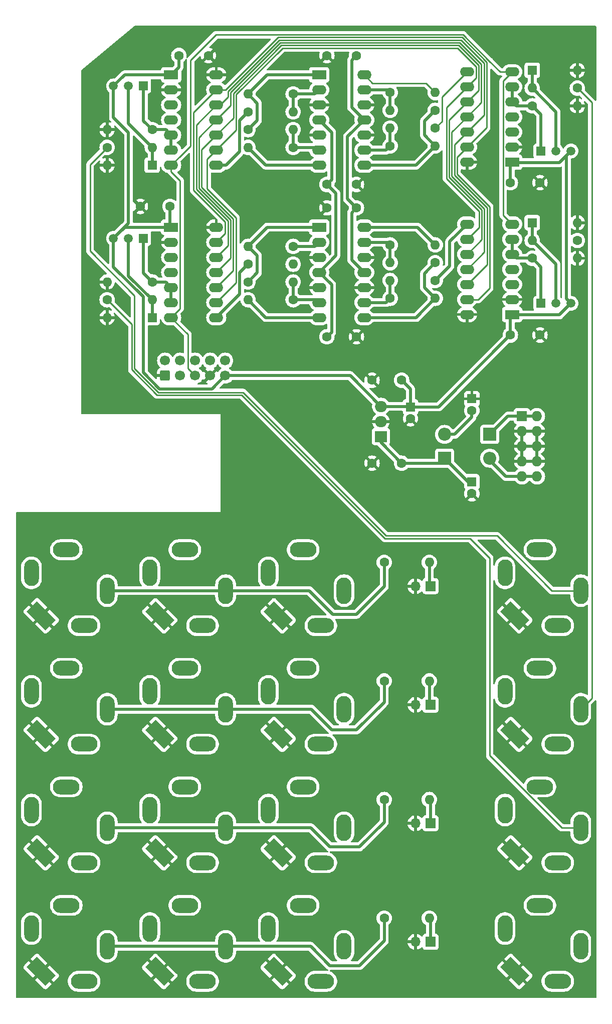
<source format=gbr>
%TF.GenerationSoftware,KiCad,Pcbnew,7.0.2*%
%TF.CreationDate,2024-01-15T01:52:41-05:00*%
%TF.ProjectId,ADSR Main Pcb,41445352-204d-4616-996e-205063622e6b,rev?*%
%TF.SameCoordinates,Original*%
%TF.FileFunction,Copper,L1,Top*%
%TF.FilePolarity,Positive*%
%FSLAX46Y46*%
G04 Gerber Fmt 4.6, Leading zero omitted, Abs format (unit mm)*
G04 Created by KiCad (PCBNEW 7.0.2) date 2024-01-15 01:52:41*
%MOMM*%
%LPD*%
G01*
G04 APERTURE LIST*
G04 Aperture macros list*
%AMRoundRect*
0 Rectangle with rounded corners*
0 $1 Rounding radius*
0 $2 $3 $4 $5 $6 $7 $8 $9 X,Y pos of 4 corners*
0 Add a 4 corners polygon primitive as box body*
4,1,4,$2,$3,$4,$5,$6,$7,$8,$9,$2,$3,0*
0 Add four circle primitives for the rounded corners*
1,1,$1+$1,$2,$3*
1,1,$1+$1,$4,$5*
1,1,$1+$1,$6,$7*
1,1,$1+$1,$8,$9*
0 Add four rect primitives between the rounded corners*
20,1,$1+$1,$2,$3,$4,$5,0*
20,1,$1+$1,$4,$5,$6,$7,0*
20,1,$1+$1,$6,$7,$8,$9,0*
20,1,$1+$1,$8,$9,$2,$3,0*%
%AMRotRect*
0 Rectangle, with rotation*
0 The origin of the aperture is its center*
0 $1 length*
0 $2 width*
0 $3 Rotation angle, in degrees counterclockwise*
0 Add horizontal line*
21,1,$1,$2,0,0,$3*%
G04 Aperture macros list end*
%TA.AperFunction,ComponentPad*%
%ADD10R,1.500000X1.500000*%
%TD*%
%TA.AperFunction,ComponentPad*%
%ADD11C,1.500000*%
%TD*%
%TA.AperFunction,ComponentPad*%
%ADD12C,1.600000*%
%TD*%
%TA.AperFunction,ComponentPad*%
%ADD13O,1.600000X1.600000*%
%TD*%
%TA.AperFunction,ComponentPad*%
%ADD14R,2.400000X1.600000*%
%TD*%
%TA.AperFunction,ComponentPad*%
%ADD15O,2.400000X1.600000*%
%TD*%
%TA.AperFunction,ComponentPad*%
%ADD16R,1.600000X1.600000*%
%TD*%
%TA.AperFunction,ComponentPad*%
%ADD17R,2.200000X2.200000*%
%TD*%
%TA.AperFunction,ComponentPad*%
%ADD18O,2.200000X2.200000*%
%TD*%
%TA.AperFunction,ComponentPad*%
%ADD19RoundRect,0.250000X0.600000X-0.600000X0.600000X0.600000X-0.600000X0.600000X-0.600000X-0.600000X0*%
%TD*%
%TA.AperFunction,ComponentPad*%
%ADD20C,1.700000*%
%TD*%
%TA.AperFunction,ComponentPad*%
%ADD21R,1.727200X1.727200*%
%TD*%
%TA.AperFunction,ComponentPad*%
%ADD22O,1.727200X1.727200*%
%TD*%
%TA.AperFunction,ComponentPad*%
%ADD23R,2.000000X1.905000*%
%TD*%
%TA.AperFunction,ComponentPad*%
%ADD24O,2.000000X1.905000*%
%TD*%
%TA.AperFunction,ComponentPad*%
%ADD25O,4.500001X2.500000*%
%TD*%
%TA.AperFunction,ComponentPad*%
%ADD26O,2.500001X4.500001*%
%TD*%
%TA.AperFunction,ComponentPad*%
%ADD27RotRect,4.500001X2.500001X135.000000*%
%TD*%
%TA.AperFunction,ComponentPad*%
%ADD28O,2.500000X4.500000*%
%TD*%
%TA.AperFunction,ComponentPad*%
%ADD29O,4.500000X2.500000*%
%TD*%
%TA.AperFunction,ComponentPad*%
%ADD30R,1.700000X1.700000*%
%TD*%
%TA.AperFunction,ComponentPad*%
%ADD31O,1.700000X1.700000*%
%TD*%
%TA.AperFunction,Conductor*%
%ADD32C,0.500000*%
%TD*%
%TA.AperFunction,Conductor*%
%ADD33C,0.250000*%
%TD*%
G04 APERTURE END LIST*
D10*
%TO.P,Q1,1,E*%
%TO.N,GATE A*%
X67540000Y-35640000D03*
D11*
%TO.P,Q1,2,B*%
%TO.N,Net-(D1-K)*%
X65000000Y-35640000D03*
%TO.P,Q1,3,C*%
%TO.N,+5V*%
X62460000Y-35640000D03*
%TD*%
D12*
%TO.P,C17,1*%
%TO.N,GND*%
X134500000Y-77650000D03*
%TO.P,C17,2*%
%TO.N,+5V*%
X129500000Y-77650000D03*
%TD*%
%TO.P,R22,1*%
%TO.N,Net-(J16-Pin_1)*%
X108190000Y-136000000D03*
D13*
%TO.P,R22,2*%
%TO.N,Net-(J15-Pin_1)*%
X115810000Y-136000000D03*
%TD*%
D12*
%TO.P,R36,1*%
%TO.N,Net-(J26-Pin_1)*%
X108190000Y-176000000D03*
D13*
%TO.P,R36,2*%
%TO.N,Net-(J25-Pin_1)*%
X115810000Y-176000000D03*
%TD*%
D12*
%TO.P,R20,1*%
%TO.N,Net-(J18-Pin_1)*%
X116810000Y-39750000D03*
D13*
%TO.P,R20,2*%
%TO.N,Net-(U5D--)*%
X109190000Y-39750000D03*
%TD*%
D14*
%TO.P,U3,1,5v*%
%TO.N,+5V*%
X72200000Y-59460000D03*
D15*
%TO.P,U3,2,Punch*%
%TO.N,GND*%
X72200000Y-62000000D03*
%TO.P,U3,3,MODE*%
%TO.N,MODE*%
X72200000Y-64540000D03*
%TO.P,U3,4,SHAPE*%
%TO.N,unconnected-(U3-SHAPE-Pad4)*%
X72200000Y-67080000D03*
%TO.P,U3,5,GATE*%
%TO.N,GATE C*%
X72200000Y-69620000D03*
%TO.P,U3,6,TRIG*%
X72200000Y-72160000D03*
%TO.P,U3,7,TIME*%
%TO.N,TIME*%
X72200000Y-74700000D03*
%TO.P,U3,8,OUT*%
%TO.N,ENV C*%
X79820000Y-74700000D03*
%TO.P,U3,9,REL*%
%TO.N,REL*%
X79820000Y-72160000D03*
%TO.P,U3,10,SUS*%
%TO.N,SUS*%
X79820000Y-69620000D03*
%TO.P,U3,11,DEC*%
%TO.N,DEC*%
X79820000Y-67080000D03*
%TO.P,U3,12,LVL*%
%TO.N,LVL*%
X79820000Y-64540000D03*
%TO.P,U3,13,ATK*%
%TO.N,ATK*%
X79820000Y-62000000D03*
%TO.P,U3,14,GND*%
%TO.N,GND*%
X79820000Y-59460000D03*
%TD*%
D12*
%TO.P,R24,1*%
%TO.N,Net-(J20-Pin_1)*%
X140810000Y-61700000D03*
D13*
%TO.P,R24,2*%
%TO.N,Net-(D6-K)*%
X133190000Y-61700000D03*
%TD*%
D14*
%TO.P,U4,1,5v*%
%TO.N,+5V*%
X129800000Y-74190000D03*
D15*
%TO.P,U4,2,Punch*%
%TO.N,GND*%
X129800000Y-71650000D03*
%TO.P,U4,3,MODE*%
%TO.N,MODE*%
X129800000Y-69110000D03*
%TO.P,U4,4,SHAPE*%
%TO.N,unconnected-(U4-SHAPE-Pad4)*%
X129800000Y-66570000D03*
%TO.P,U4,5,GATE*%
%TO.N,GATE D*%
X129800000Y-64030000D03*
%TO.P,U4,6,TRIG*%
X129800000Y-61490000D03*
%TO.P,U4,7,TIME*%
%TO.N,TIME*%
X129800000Y-58950000D03*
%TO.P,U4,8,OUT*%
%TO.N,ENV D*%
X122180000Y-58950000D03*
%TO.P,U4,9,REL*%
%TO.N,REL*%
X122180000Y-61490000D03*
%TO.P,U4,10,SUS*%
%TO.N,SUS*%
X122180000Y-64030000D03*
%TO.P,U4,11,DEC*%
%TO.N,DEC*%
X122180000Y-66570000D03*
%TO.P,U4,12,LVL*%
%TO.N,LVL*%
X122180000Y-69110000D03*
%TO.P,U4,13,ATK*%
%TO.N,ATK*%
X122180000Y-71650000D03*
%TO.P,U4,14,GND*%
%TO.N,GND*%
X122180000Y-74190000D03*
%TD*%
D12*
%TO.P,R28,1*%
%TO.N,ENV D*%
X116810000Y-68450000D03*
D13*
%TO.P,R28,2*%
%TO.N,Net-(U6C--)*%
X109190000Y-68450000D03*
%TD*%
D12*
%TO.P,R26,1*%
%TO.N,GATE D*%
X133190000Y-64700000D03*
D13*
%TO.P,R26,2*%
%TO.N,GND*%
X140810000Y-64700000D03*
%TD*%
D16*
%TO.P,D6,1,K*%
%TO.N,Net-(D6-K)*%
X133190000Y-58700000D03*
D13*
%TO.P,D6,2,A*%
%TO.N,GND*%
X140810000Y-58700000D03*
%TD*%
D10*
%TO.P,Q2,1,E*%
%TO.N,GATE B*%
X134650000Y-46610000D03*
D11*
%TO.P,Q2,2,B*%
%TO.N,Net-(D4-K)*%
X137190000Y-46610000D03*
%TO.P,Q2,3,C*%
%TO.N,+5V*%
X139730000Y-46610000D03*
%TD*%
D12*
%TO.P,R33,1*%
%TO.N,Net-(U6B--)*%
X92810000Y-71700000D03*
D13*
%TO.P,R33,2*%
%TO.N,Net-(J22-Pin_1)*%
X85190000Y-71700000D03*
%TD*%
D17*
%TO.P,D2,1,K*%
%TO.N,+12V*%
X118380000Y-98410000D03*
D18*
%TO.P,D2,2,A*%
%TO.N,Net-(D2-A)*%
X126000000Y-98410000D03*
%TD*%
D12*
%TO.P,R11,1*%
%TO.N,Net-(J12-Pin_1)*%
X85190000Y-43000000D03*
D13*
%TO.P,R11,2*%
%TO.N,Net-(U5B--)*%
X92810000Y-43000000D03*
%TD*%
D10*
%TO.P,Q3,1,E*%
%TO.N,GATE C*%
X67540000Y-61340000D03*
D11*
%TO.P,Q3,2,B*%
%TO.N,Net-(D5-K)*%
X65000000Y-61340000D03*
%TO.P,Q3,3,C*%
%TO.N,+5V*%
X62460000Y-61340000D03*
%TD*%
D16*
%TO.P,D1,1,K*%
%TO.N,Net-(D1-K)*%
X69000000Y-49000000D03*
D13*
%TO.P,D1,2,A*%
%TO.N,GND*%
X61380000Y-49000000D03*
%TD*%
D12*
%TO.P,R29,1*%
%TO.N,Net-(U6A--)*%
X92810000Y-62700000D03*
D13*
%TO.P,R29,2*%
%TO.N,Net-(J24-Pin_1)*%
X85190000Y-62700000D03*
%TD*%
D12*
%TO.P,R27,1*%
%TO.N,ENV C*%
X85190000Y-65700000D03*
D13*
%TO.P,R27,2*%
%TO.N,Net-(U6A--)*%
X92810000Y-65700000D03*
%TD*%
D16*
%TO.P,D4,1,K*%
%TO.N,Net-(D4-K)*%
X133190000Y-33000000D03*
D13*
%TO.P,D4,2,A*%
%TO.N,GND*%
X140810000Y-33000000D03*
%TD*%
D12*
%TO.P,C15,1*%
%TO.N,GND*%
X134500000Y-51950000D03*
%TO.P,C15,2*%
%TO.N,+5V*%
X129500000Y-51950000D03*
%TD*%
%TO.P,R25,1*%
%TO.N,GATE C*%
X69000000Y-68700000D03*
D13*
%TO.P,R25,2*%
%TO.N,GND*%
X61380000Y-68700000D03*
%TD*%
D16*
%TO.P,C9,1*%
%TO.N,GND*%
X123000000Y-88410000D03*
D12*
%TO.P,C9,2*%
%TO.N,-12V*%
X123000000Y-90410000D03*
%TD*%
%TO.P,C18,1*%
%TO.N,GND*%
X98500000Y-56200000D03*
%TO.P,C18,2*%
%TO.N,-12V*%
X103500000Y-56200000D03*
%TD*%
D14*
%TO.P,U6,1*%
%TO.N,Net-(J24-Pin_1)*%
X97200000Y-59460000D03*
D15*
%TO.P,U6,2,-*%
%TO.N,Net-(U6A--)*%
X97200000Y-62000000D03*
%TO.P,U6,3,+*%
%TO.N,GND*%
X97200000Y-64540000D03*
%TO.P,U6,4,V+*%
%TO.N,+12V*%
X97200000Y-67080000D03*
%TO.P,U6,5,+*%
%TO.N,GND*%
X97200000Y-69620000D03*
%TO.P,U6,6,-*%
%TO.N,Net-(U6B--)*%
X97200000Y-72160000D03*
%TO.P,U6,7*%
%TO.N,Net-(J22-Pin_1)*%
X97200000Y-74700000D03*
%TO.P,U6,8*%
%TO.N,Net-(J28-Pin_1)*%
X104820000Y-74700000D03*
%TO.P,U6,9,-*%
%TO.N,Net-(U6C--)*%
X104820000Y-72160000D03*
%TO.P,U6,10,+*%
%TO.N,GND*%
X104820000Y-69620000D03*
%TO.P,U6,11,V-*%
%TO.N,-12V*%
X104820000Y-67080000D03*
%TO.P,U6,12,+*%
%TO.N,GND*%
X104820000Y-64540000D03*
%TO.P,U6,13,-*%
%TO.N,Net-(U6D--)*%
X104820000Y-62000000D03*
%TO.P,U6,14*%
%TO.N,Net-(J26-Pin_1)*%
X104820000Y-59460000D03*
%TD*%
D12*
%TO.P,R18,1*%
%TO.N,ENV B*%
X116810000Y-42750000D03*
D13*
%TO.P,R18,2*%
%TO.N,Net-(U5C--)*%
X109190000Y-42750000D03*
%TD*%
D16*
%TO.P,C8,1*%
%TO.N,+12V*%
X123000000Y-102410000D03*
D12*
%TO.P,C8,2*%
%TO.N,GND*%
X123000000Y-104410000D03*
%TD*%
%TO.P,C14,1*%
%TO.N,GND*%
X98500000Y-30500000D03*
%TO.P,C14,2*%
%TO.N,-12V*%
X103500000Y-30500000D03*
%TD*%
%TO.P,C13,1*%
%TO.N,+12V*%
X98500000Y-52250000D03*
%TO.P,C13,2*%
%TO.N,GND*%
X103500000Y-52250000D03*
%TD*%
%TO.P,R23,1*%
%TO.N,Net-(J19-Pin_1)*%
X61380000Y-71700000D03*
D13*
%TO.P,R23,2*%
%TO.N,Net-(D5-K)*%
X69000000Y-71700000D03*
%TD*%
D12*
%TO.P,R21,1*%
%TO.N,Net-(U5D--)*%
X109190000Y-36750000D03*
D13*
%TO.P,R21,2*%
%TO.N,Net-(J16-Pin_1)*%
X116810000Y-36750000D03*
%TD*%
D14*
%TO.P,U1,1,5v*%
%TO.N,+5V*%
X72200000Y-33760000D03*
D15*
%TO.P,U1,2,Punch*%
%TO.N,GND*%
X72200000Y-36300000D03*
%TO.P,U1,3,MODE*%
%TO.N,MODE*%
X72200000Y-38840000D03*
%TO.P,U1,4,SHAPE*%
%TO.N,unconnected-(U1-SHAPE-Pad4)*%
X72200000Y-41380000D03*
%TO.P,U1,5,GATE*%
%TO.N,GATE A*%
X72200000Y-43920000D03*
%TO.P,U1,6,TRIG*%
X72200000Y-46460000D03*
%TO.P,U1,7,TIME*%
%TO.N,TIME*%
X72200000Y-49000000D03*
%TO.P,U1,8,OUT*%
%TO.N,ENV A*%
X79820000Y-49000000D03*
%TO.P,U1,9,REL*%
%TO.N,REL*%
X79820000Y-46460000D03*
%TO.P,U1,10,SUS*%
%TO.N,SUS*%
X79820000Y-43920000D03*
%TO.P,U1,11,DEC*%
%TO.N,DEC*%
X79820000Y-41380000D03*
%TO.P,U1,12,LVL*%
%TO.N,LVL*%
X79820000Y-38840000D03*
%TO.P,U1,13,ATK*%
%TO.N,ATK*%
X79820000Y-36300000D03*
%TO.P,U1,14,GND*%
%TO.N,GND*%
X79820000Y-33760000D03*
%TD*%
D12*
%TO.P,R19,1*%
%TO.N,Net-(U5C--)*%
X109190000Y-45750000D03*
D13*
%TO.P,R19,2*%
%TO.N,Net-(J18-Pin_1)*%
X116810000Y-45750000D03*
%TD*%
D12*
%TO.P,C19,1*%
%TO.N,+12V*%
X98500000Y-77950000D03*
%TO.P,C19,2*%
%TO.N,GND*%
X103500000Y-77950000D03*
%TD*%
%TO.P,R16,1*%
%TO.N,Net-(J14-Pin_1)*%
X140810000Y-36000000D03*
D13*
%TO.P,R16,2*%
%TO.N,Net-(D4-K)*%
X133190000Y-36000000D03*
%TD*%
D12*
%TO.P,R34,1*%
%TO.N,Net-(U6D--)*%
X109190000Y-62450000D03*
D13*
%TO.P,R34,2*%
%TO.N,Net-(J26-Pin_1)*%
X116810000Y-62450000D03*
%TD*%
D16*
%TO.P,D5,1,K*%
%TO.N,Net-(D5-K)*%
X69000000Y-74700000D03*
D13*
%TO.P,D5,2,A*%
%TO.N,GND*%
X61380000Y-74700000D03*
%TD*%
D12*
%TO.P,R32,1*%
%TO.N,Net-(J28-Pin_1)*%
X116810000Y-65450000D03*
D13*
%TO.P,R32,2*%
%TO.N,Net-(U6D--)*%
X109190000Y-65450000D03*
%TD*%
D12*
%TO.P,R31,1*%
%TO.N,Net-(J24-Pin_1)*%
X85190000Y-68700000D03*
D13*
%TO.P,R31,2*%
%TO.N,Net-(U6B--)*%
X92810000Y-68700000D03*
%TD*%
D10*
%TO.P,Q4,1,E*%
%TO.N,GATE D*%
X134650000Y-72310000D03*
D11*
%TO.P,Q4,2,B*%
%TO.N,Net-(D6-K)*%
X137190000Y-72310000D03*
%TO.P,Q4,3,C*%
%TO.N,+5V*%
X139730000Y-72310000D03*
%TD*%
D19*
%TO.P,NOT POWER,1*%
%TO.N,GND*%
X71170000Y-84502500D03*
D20*
%TO.P,NOT POWER,2*%
%TO.N,ATK*%
X71170000Y-81962500D03*
%TO.P,NOT POWER,3*%
%TO.N,MODE*%
X73710000Y-84502500D03*
%TO.P,NOT POWER,4*%
%TO.N,LVL*%
X73710000Y-81962500D03*
%TO.P,NOT POWER,5*%
%TO.N,TIME*%
X76250000Y-84502500D03*
%TO.P,NOT POWER,6*%
%TO.N,DEC*%
X76250000Y-81962500D03*
%TO.P,NOT POWER,7*%
%TO.N,GND*%
X78790000Y-84502500D03*
%TO.P,NOT POWER,8*%
%TO.N,SUS*%
X78790000Y-81962500D03*
%TO.P,NOT POWER,9*%
%TO.N,+5V*%
X81330000Y-84502500D03*
%TO.P,NOT POWER,10*%
%TO.N,REL*%
X81330000Y-81962500D03*
%TD*%
D12*
%TO.P,C7,1*%
%TO.N,GND*%
X78500000Y-30500000D03*
%TO.P,C7,2*%
%TO.N,+5V*%
X73500000Y-30500000D03*
%TD*%
%TO.P,R15,1*%
%TO.N,Net-(J10-Pin_1)*%
X108190000Y-116000000D03*
D13*
%TO.P,R15,2*%
%TO.N,Net-(J13-Pin_1)*%
X115810000Y-116000000D03*
%TD*%
D14*
%TO.P,U2,1,5v*%
%TO.N,+5V*%
X129800000Y-48490000D03*
D15*
%TO.P,U2,2,Punch*%
%TO.N,GND*%
X129800000Y-45950000D03*
%TO.P,U2,3,MODE*%
%TO.N,MODE*%
X129800000Y-43410000D03*
%TO.P,U2,4,SHAPE*%
%TO.N,unconnected-(U2-SHAPE-Pad4)*%
X129800000Y-40870000D03*
%TO.P,U2,5,GATE*%
%TO.N,GATE B*%
X129800000Y-38330000D03*
%TO.P,U2,6,TRIG*%
X129800000Y-35790000D03*
%TO.P,U2,7,TIME*%
%TO.N,TIME*%
X129800000Y-33250000D03*
%TO.P,U2,8,OUT*%
%TO.N,ENV B*%
X122180000Y-33250000D03*
%TO.P,U2,9,REL*%
%TO.N,REL*%
X122180000Y-35790000D03*
%TO.P,U2,10,SUS*%
%TO.N,SUS*%
X122180000Y-38330000D03*
%TO.P,U2,11,DEC*%
%TO.N,DEC*%
X122180000Y-40870000D03*
%TO.P,U2,12,LVL*%
%TO.N,LVL*%
X122180000Y-43410000D03*
%TO.P,U2,13,ATK*%
%TO.N,ATK*%
X122180000Y-45950000D03*
%TO.P,U2,14,GND*%
%TO.N,GND*%
X122180000Y-48490000D03*
%TD*%
D12*
%TO.P,R12,1*%
%TO.N,Net-(U5B--)*%
X92810000Y-46000000D03*
D13*
%TO.P,R12,2*%
%TO.N,Net-(J10-Pin_1)*%
X85190000Y-46000000D03*
%TD*%
D12*
%TO.P,C11,1*%
%TO.N,+5V*%
X111129000Y-85266000D03*
%TO.P,C11,2*%
%TO.N,GND*%
X106129000Y-85266000D03*
%TD*%
D21*
%TO.P,J9,1,-12V*%
%TO.N,Net-(D3-K)*%
X131460000Y-91330000D03*
D22*
%TO.P,J9,2,-12V*%
X134000000Y-91330000D03*
%TO.P,J9,3,GND*%
%TO.N,GND*%
X131460000Y-93870000D03*
%TO.P,J9,4,GND*%
X134000000Y-93870000D03*
%TO.P,J9,5,GND*%
X131460000Y-96410000D03*
%TO.P,J9,6,GND*%
X134000000Y-96410000D03*
%TO.P,J9,7,GND*%
X131460000Y-98950000D03*
%TO.P,J9,8,GND*%
X134000000Y-98950000D03*
%TO.P,J9,9,+12V*%
%TO.N,Net-(D2-A)*%
X131460000Y-101490000D03*
%TO.P,J9,10,+12V*%
X134000000Y-101490000D03*
%TD*%
D12*
%TO.P,R13,1*%
%TO.N,ENV A*%
X85190000Y-40000000D03*
D13*
%TO.P,R13,2*%
%TO.N,Net-(U5A--)*%
X92810000Y-40000000D03*
%TD*%
D12*
%TO.P,R35,1*%
%TO.N,Net-(J22-Pin_1)*%
X108190000Y-156000000D03*
D13*
%TO.P,R35,2*%
%TO.N,Net-(J21-Pin_1)*%
X115810000Y-156000000D03*
%TD*%
D12*
%TO.P,C16,1*%
%TO.N,GND*%
X67000000Y-55950000D03*
%TO.P,C16,2*%
%TO.N,+5V*%
X72000000Y-55950000D03*
%TD*%
%TO.P,R30,1*%
%TO.N,Net-(U6C--)*%
X109190000Y-71450000D03*
D13*
%TO.P,R30,2*%
%TO.N,Net-(J28-Pin_1)*%
X116810000Y-71450000D03*
%TD*%
D12*
%TO.P,R14,1*%
%TO.N,Net-(U5A--)*%
X92810000Y-37000000D03*
D13*
%TO.P,R14,2*%
%TO.N,Net-(J12-Pin_1)*%
X85190000Y-37000000D03*
%TD*%
D12*
%TO.P,C12,1*%
%TO.N,GND*%
X106129000Y-99266000D03*
%TO.P,C12,2*%
%TO.N,+12V*%
X111129000Y-99266000D03*
%TD*%
D17*
%TO.P,D3,1,K*%
%TO.N,Net-(D3-K)*%
X126000000Y-94410000D03*
D18*
%TO.P,D3,2,A*%
%TO.N,-12V*%
X118380000Y-94410000D03*
%TD*%
D23*
%TO.P,U7,1,VI*%
%TO.N,+12V*%
X107629000Y-94766000D03*
D24*
%TO.P,U7,2,GND*%
%TO.N,GND*%
X107629000Y-92226000D03*
%TO.P,U7,3,VO*%
%TO.N,+5V*%
X107629000Y-89686000D03*
%TD*%
D16*
%TO.P,C10,1*%
%TO.N,+5V*%
X112629000Y-89766000D03*
D12*
%TO.P,C10,2*%
%TO.N,GND*%
X112629000Y-91766000D03*
%TD*%
%TO.P,R10,1*%
%TO.N,Net-(J8-Pin_1)*%
X61380000Y-46000000D03*
D13*
%TO.P,R10,2*%
%TO.N,Net-(D1-K)*%
X69000000Y-46000000D03*
%TD*%
D12*
%TO.P,R17,1*%
%TO.N,GATE B*%
X133190000Y-39000000D03*
D13*
%TO.P,R17,2*%
%TO.N,GND*%
X140810000Y-39000000D03*
%TD*%
D14*
%TO.P,U5,1*%
%TO.N,Net-(J12-Pin_1)*%
X97200000Y-33760000D03*
D15*
%TO.P,U5,2,-*%
%TO.N,Net-(U5A--)*%
X97200000Y-36300000D03*
%TO.P,U5,3,+*%
%TO.N,GND*%
X97200000Y-38840000D03*
%TO.P,U5,4,V+*%
%TO.N,+12V*%
X97200000Y-41380000D03*
%TO.P,U5,5,+*%
%TO.N,GND*%
X97200000Y-43920000D03*
%TO.P,U5,6,-*%
%TO.N,Net-(U5B--)*%
X97200000Y-46460000D03*
%TO.P,U5,7*%
%TO.N,Net-(J10-Pin_1)*%
X97200000Y-49000000D03*
%TO.P,U5,8*%
%TO.N,Net-(J18-Pin_1)*%
X104820000Y-49000000D03*
%TO.P,U5,9,-*%
%TO.N,Net-(U5C--)*%
X104820000Y-46460000D03*
%TO.P,U5,10,+*%
%TO.N,GND*%
X104820000Y-43920000D03*
%TO.P,U5,11,V-*%
%TO.N,-12V*%
X104820000Y-41380000D03*
%TO.P,U5,12,+*%
%TO.N,GND*%
X104820000Y-38840000D03*
%TO.P,U5,13,-*%
%TO.N,Net-(U5D--)*%
X104820000Y-36300000D03*
%TO.P,U5,14*%
%TO.N,Net-(J16-Pin_1)*%
X104820000Y-33760000D03*
%TD*%
D12*
%TO.P,R9,1*%
%TO.N,GATE A*%
X69000000Y-43000000D03*
D13*
%TO.P,R9,2*%
%TO.N,GND*%
X61380000Y-43000000D03*
%TD*%
D25*
%TO.P,IN C,R*%
%TO.N,N/C*%
X134500000Y-153860000D03*
D26*
%TO.P,IN C,RN*%
X128600000Y-157760000D03*
D27*
%TO.P,IN C,S*%
%TO.N,GND*%
X130260000Y-165000000D03*
D28*
%TO.P,IN C,T*%
%TO.N,Net-(J19-Pin_1)*%
X141400000Y-160760000D03*
D29*
%TO.P,IN C,TN*%
%TO.N,N/C*%
X137500000Y-166660000D03*
%TD*%
D25*
%TO.P,OUT D1,R*%
%TO.N,N/C*%
X54500000Y-173860000D03*
D26*
%TO.P,OUT D1,RN*%
X48600000Y-177760000D03*
D27*
%TO.P,OUT D1,S*%
%TO.N,GND*%
X50260000Y-185000000D03*
D28*
%TO.P,OUT D1,T*%
%TO.N,Net-(J26-Pin_1)*%
X61400000Y-180760000D03*
D29*
%TO.P,OUT D1,TN*%
%TO.N,N/C*%
X57500000Y-186660000D03*
%TD*%
D25*
%TO.P,IN B,R*%
%TO.N,N/C*%
X134500000Y-133860000D03*
D26*
%TO.P,IN B,RN*%
X128600000Y-137760000D03*
D27*
%TO.P,IN B,S*%
%TO.N,GND*%
X130260000Y-145000000D03*
D28*
%TO.P,IN B,T*%
%TO.N,Net-(J14-Pin_1)*%
X141400000Y-140760000D03*
D29*
%TO.P,IN B,TN*%
%TO.N,N/C*%
X137500000Y-146660000D03*
%TD*%
D25*
%TO.P,OUT A-,R*%
%TO.N,N/C*%
X94500000Y-113860000D03*
D26*
%TO.P,OUT A-,RN*%
X88600000Y-117760000D03*
D27*
%TO.P,OUT A-,S*%
%TO.N,GND*%
X90260000Y-125000000D03*
D28*
%TO.P,OUT A-,T*%
%TO.N,Net-(J12-Pin_1)*%
X101400000Y-120760000D03*
D29*
%TO.P,OUT A-,TN*%
%TO.N,N/C*%
X97500000Y-126660000D03*
%TD*%
D25*
%TO.P,OUT C2,R*%
%TO.N,N/C*%
X74500000Y-153860000D03*
D26*
%TO.P,OUT C2,RN*%
X68600000Y-157760000D03*
D27*
%TO.P,OUT C2,S*%
%TO.N,GND*%
X70260000Y-165000000D03*
D28*
%TO.P,OUT C2,T*%
%TO.N,Net-(J22-Pin_1)*%
X81400000Y-160760000D03*
D29*
%TO.P,OUT C2,TN*%
%TO.N,N/C*%
X77500000Y-166660000D03*
%TD*%
D25*
%TO.P,OUT B1,R*%
%TO.N,N/C*%
X54500000Y-133860000D03*
D26*
%TO.P,OUT B1,RN*%
X48600000Y-137760000D03*
D27*
%TO.P,OUT B1,S*%
%TO.N,GND*%
X50260000Y-145000000D03*
D28*
%TO.P,OUT B1,T*%
%TO.N,Net-(J16-Pin_1)*%
X61400000Y-140760000D03*
D29*
%TO.P,OUT B1,TN*%
%TO.N,N/C*%
X57500000Y-146660000D03*
%TD*%
D25*
%TO.P,OUT A1,R*%
%TO.N,N/C*%
X54500000Y-113860000D03*
D26*
%TO.P,OUT A1,RN*%
X48600000Y-117760000D03*
D27*
%TO.P,OUT A1,S*%
%TO.N,GND*%
X50260000Y-125000000D03*
D28*
%TO.P,OUT A1,T*%
%TO.N,Net-(J10-Pin_1)*%
X61400000Y-120760000D03*
D29*
%TO.P,OUT A1,TN*%
%TO.N,N/C*%
X57500000Y-126660000D03*
%TD*%
D30*
%TO.P,LED A,1,Pin_1*%
%TO.N,Net-(J13-Pin_1)*%
X116000000Y-120000000D03*
D31*
%TO.P,LED A,2,Pin_2*%
%TO.N,GND*%
X113460000Y-120000000D03*
%TD*%
D25*
%TO.P,OUT D2,R*%
%TO.N,N/C*%
X74500000Y-173860000D03*
D26*
%TO.P,OUT D2,RN*%
X68600000Y-177760000D03*
D27*
%TO.P,OUT D2,S*%
%TO.N,GND*%
X70260000Y-185000000D03*
D28*
%TO.P,OUT D2,T*%
%TO.N,Net-(J26-Pin_1)*%
X81400000Y-180760000D03*
D29*
%TO.P,OUT D2,TN*%
%TO.N,N/C*%
X77500000Y-186660000D03*
%TD*%
D30*
%TO.P,LED D,1,Pin_1*%
%TO.N,Net-(J25-Pin_1)*%
X116000000Y-180000000D03*
D31*
%TO.P,LED D,2,Pin_2*%
%TO.N,GND*%
X113460000Y-180000000D03*
%TD*%
D30*
%TO.P,LED B,1,Pin_1*%
%TO.N,Net-(J15-Pin_1)*%
X116000000Y-140000000D03*
D31*
%TO.P,LED B,2,Pin_2*%
%TO.N,GND*%
X113460000Y-140000000D03*
%TD*%
D25*
%TO.P,IN D,R*%
%TO.N,N/C*%
X134500000Y-173860000D03*
D26*
%TO.P,IN D,RN*%
X128600000Y-177760000D03*
D27*
%TO.P,IN D,S*%
%TO.N,GND*%
X130260000Y-185000000D03*
D28*
%TO.P,IN D,T*%
%TO.N,Net-(J20-Pin_1)*%
X141400000Y-180760000D03*
D29*
%TO.P,IN D,TN*%
%TO.N,N/C*%
X137500000Y-186660000D03*
%TD*%
D25*
%TO.P,OUT C-,R*%
%TO.N,N/C*%
X94500000Y-153860000D03*
D26*
%TO.P,OUT C-,RN*%
X88600000Y-157760000D03*
D27*
%TO.P,OUT C-,S*%
%TO.N,GND*%
X90260000Y-165000000D03*
D28*
%TO.P,OUT C-,T*%
%TO.N,Net-(J24-Pin_1)*%
X101400000Y-160760000D03*
D29*
%TO.P,OUT C-,TN*%
%TO.N,N/C*%
X97500000Y-166660000D03*
%TD*%
D25*
%TO.P,OUT B-,R*%
%TO.N,N/C*%
X94500000Y-133860000D03*
D26*
%TO.P,OUT B-,RN*%
X88600000Y-137760000D03*
D27*
%TO.P,OUT B-,S*%
%TO.N,GND*%
X90260000Y-145000000D03*
D28*
%TO.P,OUT B-,T*%
%TO.N,Net-(J18-Pin_1)*%
X101400000Y-140760000D03*
D29*
%TO.P,OUT B-,TN*%
%TO.N,N/C*%
X97500000Y-146660000D03*
%TD*%
D25*
%TO.P,IN A,R*%
%TO.N,N/C*%
X134500000Y-113860000D03*
D26*
%TO.P,IN A,RN*%
X128600000Y-117760000D03*
D27*
%TO.P,IN A,S*%
%TO.N,GND*%
X130260000Y-125000000D03*
D28*
%TO.P,IN A,T*%
%TO.N,Net-(J8-Pin_1)*%
X141400000Y-120760000D03*
D29*
%TO.P,IN A,TN*%
%TO.N,N/C*%
X137500000Y-126660000D03*
%TD*%
D25*
%TO.P,OUT B2,R*%
%TO.N,N/C*%
X74500000Y-133860000D03*
D26*
%TO.P,OUT B2,RN*%
X68600000Y-137760000D03*
D27*
%TO.P,OUT B2,S*%
%TO.N,GND*%
X70260000Y-145000000D03*
D28*
%TO.P,OUT B2,T*%
%TO.N,Net-(J16-Pin_1)*%
X81400000Y-140760000D03*
D29*
%TO.P,OUT B2,TN*%
%TO.N,N/C*%
X77500000Y-146660000D03*
%TD*%
D30*
%TO.P,LED C,1,Pin_1*%
%TO.N,Net-(J21-Pin_1)*%
X116000000Y-160000000D03*
D31*
%TO.P,LED C,2,Pin_2*%
%TO.N,GND*%
X113460000Y-160000000D03*
%TD*%
D25*
%TO.P,OUT C1,R*%
%TO.N,N/C*%
X54500000Y-153860000D03*
D26*
%TO.P,OUT C1,RN*%
X48600000Y-157760000D03*
D27*
%TO.P,OUT C1,S*%
%TO.N,GND*%
X50260000Y-165000000D03*
D28*
%TO.P,OUT C1,T*%
%TO.N,Net-(J22-Pin_1)*%
X61400000Y-160760000D03*
D29*
%TO.P,OUT C1,TN*%
%TO.N,N/C*%
X57500000Y-166660000D03*
%TD*%
D25*
%TO.P,OUT A2,R*%
%TO.N,N/C*%
X74500000Y-113860000D03*
D26*
%TO.P,OUT A2,RN*%
X68600000Y-117760000D03*
D27*
%TO.P,OUT A2,S*%
%TO.N,GND*%
X70260000Y-125000000D03*
D28*
%TO.P,OUT A2,T*%
%TO.N,Net-(J10-Pin_1)*%
X81400000Y-120760000D03*
D29*
%TO.P,OUT A2,TN*%
%TO.N,N/C*%
X77500000Y-126660000D03*
%TD*%
D25*
%TO.P,OUT D-,R*%
%TO.N,N/C*%
X94500000Y-173860000D03*
D26*
%TO.P,OUT D-,RN*%
X88600000Y-177760000D03*
D27*
%TO.P,OUT D-,S*%
%TO.N,GND*%
X90260000Y-185000000D03*
D28*
%TO.P,OUT D-,T*%
%TO.N,Net-(J28-Pin_1)*%
X101400000Y-180760000D03*
D29*
%TO.P,OUT D-,TN*%
%TO.N,N/C*%
X97500000Y-186660000D03*
%TD*%
D32*
%TO.N,Net-(D4-K)*%
X133190000Y-33000000D02*
X133190000Y-36000000D01*
X137190000Y-40000000D02*
X133190000Y-36000000D01*
X137190000Y-46610000D02*
X137190000Y-40000000D01*
%TO.N,+5V*%
X62460000Y-35640000D02*
X62460000Y-40960000D01*
X102445500Y-84502500D02*
X81330000Y-84502500D01*
X72000000Y-59260000D02*
X72200000Y-59460000D01*
X73500000Y-32460000D02*
X72200000Y-33760000D01*
X112549000Y-89686000D02*
X112629000Y-89766000D01*
X62460000Y-61340000D02*
X64340000Y-59460000D01*
X138980000Y-47360000D02*
X138980000Y-71560000D01*
X129500000Y-51950000D02*
X129500000Y-48790000D01*
X139730000Y-72310000D02*
X137780000Y-74260000D01*
X64340000Y-33760000D02*
X72200000Y-33760000D01*
X137780000Y-48560000D02*
X129870000Y-48560000D01*
X112629000Y-86766000D02*
X111129000Y-85266000D01*
X107629000Y-89686000D02*
X112549000Y-89686000D01*
X117384000Y-89766000D02*
X129500000Y-77650000D01*
X129500000Y-77650000D02*
X129500000Y-74490000D01*
X139730000Y-46610000D02*
X137780000Y-48560000D01*
X62460000Y-66149950D02*
X62460000Y-61340000D01*
X65000000Y-58800000D02*
X62460000Y-61340000D01*
X62460000Y-35640000D02*
X64340000Y-33760000D01*
X129870000Y-74260000D02*
X129800000Y-74190000D01*
X129500000Y-74490000D02*
X129800000Y-74190000D01*
X67500000Y-84000000D02*
X67500000Y-71189950D01*
X67500000Y-71189950D02*
X62460000Y-66149950D01*
X112629000Y-89766000D02*
X117384000Y-89766000D01*
X64340000Y-59460000D02*
X72200000Y-59460000D01*
X81330000Y-84502500D02*
X79082500Y-86750000D01*
X112629000Y-89766000D02*
X112629000Y-86766000D01*
X107629000Y-89686000D02*
X102445500Y-84502500D01*
X138980000Y-71560000D02*
X139730000Y-72310000D01*
X72000000Y-55950000D02*
X72000000Y-59260000D01*
X137780000Y-74260000D02*
X129870000Y-74260000D01*
X70250000Y-86750000D02*
X67500000Y-84000000D01*
X62460000Y-40960000D02*
X65000000Y-43500000D01*
X65000000Y-43500000D02*
X65000000Y-58800000D01*
X139730000Y-46610000D02*
X138980000Y-47360000D01*
X79082500Y-86750000D02*
X70250000Y-86750000D01*
X129500000Y-48790000D02*
X129800000Y-48490000D01*
X129870000Y-48560000D02*
X129800000Y-48490000D01*
X73500000Y-30500000D02*
X73500000Y-32460000D01*
%TO.N,GATE B*%
X134650000Y-46610000D02*
X134650000Y-40460000D01*
X133190000Y-39000000D02*
X130470000Y-39000000D01*
X129800000Y-35790000D02*
X129800000Y-38330000D01*
X130470000Y-39000000D02*
X129800000Y-38330000D01*
X134650000Y-40460000D02*
X133190000Y-39000000D01*
%TO.N,Net-(D6-K)*%
X133190000Y-58700000D02*
X133190000Y-61700000D01*
X137190000Y-72310000D02*
X137190000Y-65700000D01*
X137190000Y-65700000D02*
X133190000Y-61700000D01*
%TO.N,GATE D*%
X129800000Y-61490000D02*
X129800000Y-64030000D01*
X130470000Y-64700000D02*
X129800000Y-64030000D01*
X134650000Y-66160000D02*
X133190000Y-64700000D01*
X133190000Y-64700000D02*
X130470000Y-64700000D01*
X134650000Y-72310000D02*
X134650000Y-66160000D01*
%TO.N,Net-(D1-K)*%
X65000000Y-35640000D02*
X65000000Y-42000000D01*
X65000000Y-42000000D02*
X69000000Y-46000000D01*
X69000000Y-49000000D02*
X69000000Y-46000000D01*
%TO.N,GATE A*%
X67540000Y-35640000D02*
X67540000Y-41540000D01*
X72200000Y-43920000D02*
X72200000Y-46460000D01*
X71280000Y-43000000D02*
X72200000Y-43920000D01*
X69000000Y-43000000D02*
X71280000Y-43000000D01*
X67540000Y-41540000D02*
X69000000Y-43000000D01*
%TO.N,Net-(D5-K)*%
X65000000Y-67700000D02*
X69000000Y-71700000D01*
X69000000Y-74700000D02*
X69000000Y-71700000D01*
X65000000Y-61340000D02*
X65000000Y-67700000D01*
%TO.N,GATE C*%
X72200000Y-69620000D02*
X72200000Y-72160000D01*
X69000000Y-68700000D02*
X71280000Y-68700000D01*
X71280000Y-68700000D02*
X72200000Y-69620000D01*
X67540000Y-61340000D02*
X67540000Y-67240000D01*
X67540000Y-67240000D02*
X69000000Y-68700000D01*
%TO.N,Net-(J10-Pin_1)*%
X61400000Y-120760000D02*
X81400000Y-120760000D01*
X85190000Y-46000000D02*
X88190000Y-49000000D01*
X103500000Y-124750000D02*
X108190000Y-120060000D01*
X88190000Y-49000000D02*
X97200000Y-49000000D01*
X95510000Y-120760000D02*
X99500000Y-124750000D01*
X81400000Y-120760000D02*
X95510000Y-120760000D01*
X99500000Y-124750000D02*
X103500000Y-124750000D01*
X108190000Y-120060000D02*
X108190000Y-116000000D01*
%TO.N,Net-(J13-Pin_1)*%
X115810000Y-116000000D02*
X115810000Y-119810000D01*
X115810000Y-119810000D02*
X116000000Y-120000000D01*
%TO.N,Net-(J18-Pin_1)*%
X116810000Y-39750000D02*
X115000000Y-41560000D01*
X115000000Y-41560000D02*
X115000000Y-43940000D01*
X104820000Y-49000000D02*
X113560000Y-49000000D01*
X115000000Y-43940000D02*
X116810000Y-45750000D01*
X113560000Y-49000000D02*
X116810000Y-45750000D01*
%TO.N,Net-(U5D--)*%
X104820000Y-36300000D02*
X108740000Y-36300000D01*
X108740000Y-36300000D02*
X109190000Y-36750000D01*
X109190000Y-36750000D02*
X109190000Y-39750000D01*
%TO.N,Net-(U5C--)*%
X108480000Y-46460000D02*
X109190000Y-45750000D01*
X104820000Y-46460000D02*
X108480000Y-46460000D01*
X109190000Y-45750000D02*
X109190000Y-42750000D01*
D33*
%TO.N,ENV B*%
X117935000Y-41625000D02*
X117935000Y-37495000D01*
X117935000Y-37495000D02*
X122180000Y-33250000D01*
X116810000Y-42750000D02*
X117935000Y-41625000D01*
%TO.N,Net-(J14-Pin_1)*%
X141400000Y-140760000D02*
X143250000Y-138910000D01*
X143250000Y-38440000D02*
X140810000Y-36000000D01*
X143250000Y-138910000D02*
X143250000Y-38440000D01*
D32*
%TO.N,Net-(J24-Pin_1)*%
X86750000Y-64260000D02*
X85190000Y-62700000D01*
X86750000Y-67140000D02*
X86750000Y-64260000D01*
X88430000Y-59460000D02*
X85190000Y-62700000D01*
X97200000Y-59460000D02*
X88430000Y-59460000D01*
X85190000Y-68700000D02*
X86750000Y-67140000D01*
%TO.N,Net-(U6B--)*%
X96740000Y-71700000D02*
X97200000Y-72160000D01*
X92810000Y-71700000D02*
X96740000Y-71700000D01*
X92810000Y-68700000D02*
X92810000Y-71700000D01*
%TO.N,Net-(U5A--)*%
X96500000Y-37000000D02*
X97200000Y-36300000D01*
X92810000Y-37000000D02*
X92810000Y-40000000D01*
X92810000Y-37000000D02*
X96500000Y-37000000D01*
%TO.N,Net-(J12-Pin_1)*%
X85190000Y-43000000D02*
X86750000Y-41440000D01*
X86750000Y-38560000D02*
X85190000Y-37000000D01*
X88430000Y-33760000D02*
X85190000Y-37000000D01*
X97200000Y-33760000D02*
X88430000Y-33760000D01*
X86750000Y-41440000D02*
X86750000Y-38560000D01*
%TO.N,ENV A*%
X79820000Y-49000000D02*
X81500000Y-49000000D01*
X81500000Y-49000000D02*
X83750000Y-46750000D01*
X83750000Y-46750000D02*
X83750000Y-41440000D01*
X83750000Y-41440000D02*
X85190000Y-40000000D01*
%TO.N,Net-(U5B--)*%
X96740000Y-46000000D02*
X97200000Y-46460000D01*
X92810000Y-46000000D02*
X96740000Y-46000000D01*
X92810000Y-43000000D02*
X92810000Y-46000000D01*
D33*
%TO.N,Net-(J8-Pin_1)*%
X108500000Y-111500000D02*
X127250000Y-111500000D01*
X61380000Y-46000000D02*
X58500000Y-48880000D01*
X136510000Y-120760000D02*
X141400000Y-120760000D01*
X58500000Y-63500000D02*
X66000000Y-71000000D01*
X66000000Y-83313172D02*
X70011828Y-87325000D01*
X127250000Y-111500000D02*
X136510000Y-120760000D01*
X70011828Y-87325000D02*
X84325000Y-87325000D01*
X84325000Y-87325000D02*
X108500000Y-111500000D01*
X66000000Y-71000000D02*
X66000000Y-83313172D01*
X58500000Y-48880000D02*
X58500000Y-63500000D01*
D32*
%TO.N,Net-(J26-Pin_1)*%
X108190000Y-179810000D02*
X108190000Y-176000000D01*
X99000000Y-184000000D02*
X104000000Y-184000000D01*
X113820000Y-59460000D02*
X116810000Y-62450000D01*
X61400000Y-180760000D02*
X81400000Y-180760000D01*
X81400000Y-180760000D02*
X95760000Y-180760000D01*
X95760000Y-180760000D02*
X99000000Y-184000000D01*
X104000000Y-184000000D02*
X108190000Y-179810000D01*
X104820000Y-59460000D02*
X113820000Y-59460000D01*
%TO.N,Net-(J25-Pin_1)*%
X116000000Y-180000000D02*
X116000000Y-176190000D01*
X116000000Y-176190000D02*
X115810000Y-176000000D01*
D33*
%TO.N,REL*%
X124200000Y-56745584D02*
X124200000Y-59470000D01*
X118700000Y-51245584D02*
X124200000Y-56745584D01*
X79820000Y-72160000D02*
X83145000Y-68835000D01*
X83175000Y-43105000D02*
X83175000Y-37075000D01*
X124200000Y-59470000D02*
X122180000Y-61490000D01*
X91000000Y-29250000D02*
X120590812Y-29250000D01*
X79820000Y-46460000D02*
X83175000Y-43105000D01*
X83145000Y-68835000D02*
X83145000Y-57849416D01*
X78295000Y-52999416D02*
X78295000Y-47985000D01*
X122180000Y-35790000D02*
X118700000Y-39270000D01*
X83175000Y-37075000D02*
X91000000Y-29250000D01*
X78295000Y-47985000D02*
X79820000Y-46460000D01*
X120590812Y-29250000D02*
X123705000Y-32364188D01*
X123705000Y-34265000D02*
X122180000Y-35790000D01*
X83145000Y-57849416D02*
X78295000Y-52999416D01*
X123705000Y-32364188D02*
X123705000Y-34265000D01*
X118700000Y-39270000D02*
X118700000Y-51245584D01*
%TO.N,SUS*%
X77350000Y-46390000D02*
X79820000Y-43920000D01*
X77350000Y-52690812D02*
X77350000Y-46390000D01*
X124155000Y-36355000D02*
X122180000Y-38330000D01*
X90813604Y-28800000D02*
X120777208Y-28800000D01*
X124650000Y-61560000D02*
X122180000Y-64030000D01*
X120777208Y-28800000D02*
X124155000Y-32177792D01*
X82725000Y-41015000D02*
X82725000Y-36888604D01*
X79820000Y-69620000D02*
X82695000Y-66745000D01*
X124650000Y-56559188D02*
X124650000Y-61560000D01*
X82725000Y-36888604D02*
X90813604Y-28800000D01*
X119150000Y-51059188D02*
X124650000Y-56559188D01*
X119150000Y-41360000D02*
X119150000Y-51059188D01*
X122180000Y-38330000D02*
X119150000Y-41360000D01*
X82695000Y-58035812D02*
X77350000Y-52690812D01*
X124155000Y-32177792D02*
X124155000Y-36355000D01*
X82695000Y-66745000D02*
X82695000Y-58035812D01*
X79820000Y-43920000D02*
X82725000Y-41015000D01*
%TO.N,ATK*%
X81345000Y-58595000D02*
X76000000Y-53250000D01*
X126000000Y-56000000D02*
X126000000Y-69750000D01*
X76000000Y-40120000D02*
X79820000Y-36300000D01*
X81345000Y-60475000D02*
X81345000Y-58595000D01*
X126000000Y-69750000D02*
X124100000Y-71650000D01*
X90254416Y-27450000D02*
X121336396Y-27450000D01*
X122180000Y-45950000D02*
X120500000Y-47630000D01*
X79820000Y-36300000D02*
X81404416Y-36300000D01*
X120500000Y-50500000D02*
X126000000Y-56000000D01*
X76000000Y-53250000D02*
X76000000Y-40120000D01*
X125505000Y-42625000D02*
X122180000Y-45950000D01*
X124100000Y-71650000D02*
X122180000Y-71650000D01*
X81404416Y-36300000D02*
X90254416Y-27450000D01*
X79820000Y-62000000D02*
X81345000Y-60475000D01*
X120500000Y-47630000D02*
X120500000Y-50500000D01*
X121336396Y-27450000D02*
X125505000Y-31618604D01*
X125505000Y-31618604D02*
X125505000Y-42625000D01*
%TO.N,TIME*%
X125955000Y-31455000D02*
X125955000Y-31432208D01*
X73725000Y-73175000D02*
X72200000Y-74700000D01*
X76250000Y-84502500D02*
X75000000Y-83252500D01*
X128275000Y-57425000D02*
X128275000Y-34775000D01*
X79773173Y-27000000D02*
X75500000Y-31273173D01*
X73800000Y-47450000D02*
X73750000Y-47450000D01*
X75500000Y-31273173D02*
X75500000Y-45750000D01*
X127750000Y-33250000D02*
X125955000Y-31455000D01*
X121522792Y-27000000D02*
X79773173Y-27000000D01*
X129800000Y-58950000D02*
X128275000Y-57425000D01*
X128275000Y-34775000D02*
X129800000Y-33250000D01*
X72200000Y-49000000D02*
X72200000Y-50086396D01*
X73725000Y-51611396D02*
X73725000Y-73175000D01*
X125955000Y-31432208D02*
X121522792Y-27000000D01*
X73750000Y-47450000D02*
X72200000Y-49000000D01*
X72200000Y-50086396D02*
X73725000Y-51611396D01*
X75000000Y-83252500D02*
X75000000Y-77500000D01*
X129800000Y-33250000D02*
X127750000Y-33250000D01*
X75500000Y-45750000D02*
X73800000Y-47450000D01*
X75000000Y-77500000D02*
X72200000Y-74700000D01*
%TO.N,LVL*%
X81795000Y-62565000D02*
X81795000Y-58408604D01*
X79820000Y-64540000D02*
X81795000Y-62565000D01*
X79820000Y-38840000D02*
X80455406Y-38840000D01*
X121150000Y-27900000D02*
X125055000Y-31805000D01*
X76450000Y-53063604D02*
X76450000Y-42210000D01*
X125550000Y-65740000D02*
X122180000Y-69110000D01*
X81795000Y-58408604D02*
X76450000Y-53063604D01*
X120050000Y-50686396D02*
X125550000Y-56186396D01*
X125055000Y-40535000D02*
X122180000Y-43410000D01*
X90440812Y-27900000D02*
X121150000Y-27900000D01*
X81825000Y-37470406D02*
X81825000Y-36515812D01*
X81825000Y-36515812D02*
X90440812Y-27900000D01*
X125550000Y-56186396D02*
X125550000Y-65740000D01*
X76450000Y-42210000D02*
X79820000Y-38840000D01*
X125055000Y-31805000D02*
X125055000Y-40535000D01*
X120050000Y-45540000D02*
X120050000Y-50686396D01*
X80455406Y-38840000D02*
X81825000Y-37470406D01*
X122180000Y-43410000D02*
X120050000Y-45540000D01*
%TO.N,DEC*%
X82275000Y-36702208D02*
X90627208Y-28350000D01*
X119600000Y-50872792D02*
X119600000Y-43450000D01*
X124605000Y-31991396D02*
X124605000Y-38445000D01*
X76900000Y-52877208D02*
X76900000Y-44300000D01*
X79820000Y-41380000D02*
X82275000Y-38925000D01*
X76900000Y-44300000D02*
X79820000Y-41380000D01*
X82275000Y-38925000D02*
X82275000Y-36702208D01*
X125100000Y-63650000D02*
X125100000Y-56372792D01*
X125100000Y-56372792D02*
X119600000Y-50872792D01*
X119600000Y-43450000D02*
X122180000Y-40870000D01*
X120963604Y-28350000D02*
X124605000Y-31991396D01*
X82245000Y-64655000D02*
X82245000Y-58222208D01*
X82245000Y-58222208D02*
X76900000Y-52877208D01*
X79820000Y-67080000D02*
X82245000Y-64655000D01*
X90627208Y-28350000D02*
X120963604Y-28350000D01*
X122180000Y-66570000D02*
X125100000Y-63650000D01*
X124605000Y-38445000D02*
X122180000Y-40870000D01*
D32*
%TO.N,Net-(J16-Pin_1)*%
X81400000Y-140760000D02*
X95885000Y-140760000D01*
X99375000Y-144250000D02*
X103500000Y-144250000D01*
D33*
X115235000Y-35175000D02*
X106235000Y-35175000D01*
X106235000Y-35175000D02*
X104820000Y-33760000D01*
D32*
X108190000Y-139560000D02*
X108190000Y-136000000D01*
X95885000Y-140760000D02*
X99375000Y-144250000D01*
D33*
X116810000Y-36750000D02*
X115235000Y-35175000D01*
D32*
X103500000Y-144250000D02*
X108190000Y-139560000D01*
X61400000Y-140760000D02*
X81400000Y-140760000D01*
%TO.N,Net-(J15-Pin_1)*%
X115810000Y-136000000D02*
X115810000Y-139810000D01*
X115810000Y-139810000D02*
X116000000Y-140000000D01*
D33*
%TO.N,Net-(J19-Pin_1)*%
X126000000Y-148587387D02*
X126000000Y-115250000D01*
X69825432Y-87775000D02*
X65550000Y-83499568D01*
X141400000Y-160760000D02*
X138172613Y-160760000D01*
X108313604Y-111950000D02*
X84138604Y-87775000D01*
X126000000Y-115250000D02*
X122700000Y-111950000D01*
X84138604Y-87775000D02*
X69825432Y-87775000D01*
X138172613Y-160760000D02*
X126000000Y-148587387D01*
X65550000Y-83499568D02*
X65550000Y-75870000D01*
X122700000Y-111950000D02*
X108313604Y-111950000D01*
X65550000Y-75870000D02*
X61380000Y-71700000D01*
D32*
%TO.N,ENV C*%
X79820000Y-74700000D02*
X83750000Y-70770000D01*
X83750000Y-70770000D02*
X83750000Y-67140000D01*
X83750000Y-67140000D02*
X85190000Y-65700000D01*
%TO.N,Net-(U6A--)*%
X92810000Y-62700000D02*
X96500000Y-62700000D01*
X96500000Y-62700000D02*
X97200000Y-62000000D01*
%TO.N,ENV D*%
X119250000Y-66010000D02*
X116810000Y-68450000D01*
X122180000Y-58950000D02*
X119250000Y-61880000D01*
X119250000Y-61880000D02*
X119250000Y-66010000D01*
%TO.N,Net-(U6C--)*%
X104820000Y-72160000D02*
X108480000Y-72160000D01*
X108480000Y-72160000D02*
X109190000Y-71450000D01*
X109190000Y-71450000D02*
X109190000Y-68450000D01*
%TO.N,Net-(J28-Pin_1)*%
X115000000Y-69640000D02*
X116810000Y-71450000D01*
X113560000Y-74700000D02*
X116810000Y-71450000D01*
X116810000Y-65450000D02*
X115000000Y-67260000D01*
X104820000Y-74700000D02*
X113560000Y-74700000D01*
X115000000Y-67260000D02*
X115000000Y-69640000D01*
%TO.N,Net-(U6D--)*%
X104820000Y-62000000D02*
X108740000Y-62000000D01*
X108740000Y-62000000D02*
X109190000Y-62450000D01*
X109190000Y-62450000D02*
X109190000Y-65450000D01*
%TO.N,Net-(J22-Pin_1)*%
X88190000Y-74700000D02*
X97200000Y-74700000D01*
X81400000Y-160760000D02*
X95760000Y-160760000D01*
X95760000Y-160760000D02*
X99000000Y-164000000D01*
X108190000Y-159810000D02*
X108190000Y-156000000D01*
X61400000Y-160760000D02*
X81400000Y-160760000D01*
X104000000Y-164000000D02*
X108190000Y-159810000D01*
X85190000Y-71700000D02*
X88190000Y-74700000D01*
X99000000Y-164000000D02*
X104000000Y-164000000D01*
%TO.N,Net-(J21-Pin_1)*%
X116000000Y-156190000D02*
X115810000Y-156000000D01*
X116000000Y-160000000D02*
X116000000Y-156190000D01*
%TO.N,Net-(D3-K)*%
X129080000Y-91330000D02*
X126000000Y-94410000D01*
X131460000Y-91330000D02*
X129080000Y-91330000D01*
X131460000Y-91330000D02*
X134000000Y-91330000D01*
%TO.N,Net-(D2-A)*%
X128740000Y-101490000D02*
X131460000Y-101490000D01*
X126000000Y-98750000D02*
X128740000Y-101490000D01*
X131460000Y-101490000D02*
X134000000Y-101490000D01*
%TO.N,-12V*%
X104820000Y-41380000D02*
X102700001Y-39260001D01*
X102700001Y-64960001D02*
X102700001Y-56999999D01*
X102000000Y-54700000D02*
X102000000Y-44200000D01*
X123000000Y-91500000D02*
X123000000Y-90410000D01*
X102000000Y-44200000D02*
X104820000Y-41380000D01*
X102700001Y-56999999D02*
X103500000Y-56200000D01*
X104820000Y-67080000D02*
X102700001Y-64960001D01*
X120090000Y-94410000D02*
X123000000Y-91500000D01*
X102700001Y-39260001D02*
X102700001Y-31299999D01*
X118380000Y-94410000D02*
X120090000Y-94410000D01*
X102700001Y-31299999D02*
X103500000Y-30500000D01*
X103500000Y-56200000D02*
X102000000Y-54700000D01*
%TO.N,+12V*%
X98500000Y-52250000D02*
X100000000Y-53750000D01*
X122380000Y-102410000D02*
X118380000Y-98410000D01*
X99299999Y-51450001D02*
X99299999Y-43479999D01*
X98500000Y-77950000D02*
X99299999Y-77150001D01*
X98500000Y-52250000D02*
X99299999Y-51450001D01*
X99299999Y-69179999D02*
X97200000Y-67080000D01*
X100000000Y-53750000D02*
X100000000Y-64280000D01*
X107629000Y-94766000D02*
X107629000Y-95766000D01*
X123000000Y-102410000D02*
X122380000Y-102410000D01*
X99299999Y-77150001D02*
X99299999Y-69179999D01*
X99299999Y-43479999D02*
X97200000Y-41380000D01*
X111129000Y-99266000D02*
X117524000Y-99266000D01*
X107629000Y-95766000D02*
X111129000Y-99266000D01*
X117524000Y-99266000D02*
X118380000Y-98410000D01*
X100000000Y-64280000D02*
X97200000Y-67080000D01*
%TD*%
%TA.AperFunction,Conductor*%
%TO.N,GND*%
G36*
X133533155Y-98736799D02*
G01*
X133492000Y-98876961D01*
X133492000Y-99023039D01*
X133533155Y-99163201D01*
X133556804Y-99200000D01*
X131903196Y-99200000D01*
X131926845Y-99163201D01*
X131968000Y-99023039D01*
X131968000Y-98876961D01*
X131926845Y-98736799D01*
X131903196Y-98700000D01*
X133556804Y-98700000D01*
X133533155Y-98736799D01*
G37*
%TD.AperFunction*%
%TA.AperFunction,Conductor*%
G36*
X131710000Y-98505702D02*
G01*
X131604592Y-98457565D01*
X131496334Y-98442000D01*
X131423666Y-98442000D01*
X131315408Y-98457565D01*
X131209999Y-98505703D01*
X131209999Y-96854297D01*
X131315408Y-96902435D01*
X131423666Y-96918000D01*
X131496334Y-96918000D01*
X131604592Y-96902435D01*
X131710000Y-96854297D01*
X131710000Y-98505702D01*
G37*
%TD.AperFunction*%
%TA.AperFunction,Conductor*%
G36*
X134250000Y-98505702D02*
G01*
X134144592Y-98457565D01*
X134036334Y-98442000D01*
X133963666Y-98442000D01*
X133855408Y-98457565D01*
X133750000Y-98505702D01*
X133750000Y-96854297D01*
X133855408Y-96902435D01*
X133963666Y-96918000D01*
X134036334Y-96918000D01*
X134144592Y-96902435D01*
X134250000Y-96854297D01*
X134250000Y-98505702D01*
G37*
%TD.AperFunction*%
%TA.AperFunction,Conductor*%
G36*
X133533155Y-96196799D02*
G01*
X133492000Y-96336961D01*
X133492000Y-96483039D01*
X133533155Y-96623201D01*
X133556804Y-96660000D01*
X131903196Y-96660000D01*
X131926845Y-96623201D01*
X131968000Y-96483039D01*
X131968000Y-96336961D01*
X131926845Y-96196799D01*
X131903196Y-96160000D01*
X133556804Y-96160000D01*
X133533155Y-96196799D01*
G37*
%TD.AperFunction*%
%TA.AperFunction,Conductor*%
G36*
X131710000Y-95965702D02*
G01*
X131604592Y-95917565D01*
X131496334Y-95902000D01*
X131423666Y-95902000D01*
X131315408Y-95917565D01*
X131209999Y-95965703D01*
X131209999Y-94314297D01*
X131315408Y-94362435D01*
X131423666Y-94378000D01*
X131496334Y-94378000D01*
X131604592Y-94362435D01*
X131710000Y-94314297D01*
X131710000Y-95965702D01*
G37*
%TD.AperFunction*%
%TA.AperFunction,Conductor*%
G36*
X134250000Y-95965702D02*
G01*
X134144592Y-95917565D01*
X134036334Y-95902000D01*
X133963666Y-95902000D01*
X133855408Y-95917565D01*
X133750000Y-95965702D01*
X133750000Y-94314297D01*
X133855408Y-94362435D01*
X133963666Y-94378000D01*
X134036334Y-94378000D01*
X134144592Y-94362435D01*
X134250000Y-94314297D01*
X134250000Y-95965702D01*
G37*
%TD.AperFunction*%
%TA.AperFunction,Conductor*%
G36*
X133533155Y-93656799D02*
G01*
X133492000Y-93796961D01*
X133492000Y-93943039D01*
X133533155Y-94083201D01*
X133556804Y-94120000D01*
X131903196Y-94120000D01*
X131926845Y-94083201D01*
X131968000Y-93943039D01*
X131968000Y-93796961D01*
X131926845Y-93656799D01*
X131903196Y-93620000D01*
X133556804Y-93620000D01*
X133533155Y-93656799D01*
G37*
%TD.AperFunction*%
%TA.AperFunction,Conductor*%
G36*
X143942539Y-25520185D02*
G01*
X143988294Y-25572989D01*
X143999500Y-25624500D01*
X143999500Y-38025288D01*
X143979815Y-38092327D01*
X143927011Y-38138082D01*
X143857853Y-38148026D01*
X143794297Y-38119001D01*
X143768768Y-38088410D01*
X143760426Y-38074304D01*
X143748170Y-38053580D01*
X143734006Y-38039416D01*
X143721367Y-38024617D01*
X143709595Y-38008413D01*
X143675941Y-37980573D01*
X143667299Y-37972709D01*
X142109413Y-36414822D01*
X142075928Y-36353499D01*
X142077319Y-36295047D01*
X142085277Y-36265348D01*
X142095635Y-36226692D01*
X142115468Y-36000000D01*
X142095635Y-35773308D01*
X142036739Y-35553504D01*
X141940568Y-35347266D01*
X141937933Y-35343502D01*
X141810046Y-35160859D01*
X141649140Y-34999953D01*
X141462735Y-34869432D01*
X141256497Y-34773261D01*
X141036689Y-34714364D01*
X140810000Y-34694531D01*
X140583310Y-34714364D01*
X140363502Y-34773261D01*
X140157264Y-34869432D01*
X139970859Y-34999953D01*
X139809953Y-35160859D01*
X139679432Y-35347264D01*
X139583261Y-35553502D01*
X139524364Y-35773310D01*
X139504531Y-36000000D01*
X139524364Y-36226689D01*
X139583261Y-36446497D01*
X139679432Y-36652735D01*
X139809953Y-36839140D01*
X139970859Y-37000046D01*
X140157264Y-37130567D01*
X140157265Y-37130567D01*
X140157266Y-37130568D01*
X140363504Y-37226739D01*
X140583308Y-37285635D01*
X140810000Y-37305468D01*
X141036692Y-37285635D01*
X141105047Y-37267319D01*
X141174897Y-37268982D01*
X141224822Y-37299413D01*
X141588784Y-37663375D01*
X141622269Y-37724698D01*
X141617285Y-37794390D01*
X141575413Y-37850323D01*
X141509949Y-37874740D01*
X141448698Y-37863438D01*
X141256326Y-37773733D01*
X141060000Y-37721126D01*
X141060000Y-38684314D01*
X141048045Y-38672359D01*
X140935148Y-38614835D01*
X140841481Y-38600000D01*
X140778519Y-38600000D01*
X140684852Y-38614835D01*
X140571955Y-38672359D01*
X140560000Y-38684314D01*
X140560000Y-37721127D01*
X140559999Y-37721126D01*
X140363673Y-37773733D01*
X140157519Y-37869865D01*
X139971180Y-38000341D01*
X139810341Y-38161180D01*
X139679865Y-38347519D01*
X139583733Y-38553673D01*
X139531128Y-38749999D01*
X139531128Y-38750000D01*
X140494314Y-38750000D01*
X140482359Y-38761955D01*
X140424835Y-38874852D01*
X140405014Y-39000000D01*
X140424835Y-39125148D01*
X140482359Y-39238045D01*
X140494314Y-39250000D01*
X139531128Y-39250000D01*
X139583733Y-39446326D01*
X139679865Y-39652480D01*
X139810341Y-39838819D01*
X139971180Y-39999658D01*
X140157519Y-40130134D01*
X140363673Y-40226266D01*
X140559999Y-40278871D01*
X140560000Y-40278871D01*
X140560000Y-39315685D01*
X140571955Y-39327641D01*
X140684852Y-39385165D01*
X140778519Y-39400000D01*
X140841481Y-39400000D01*
X140935148Y-39385165D01*
X141048045Y-39327641D01*
X141060000Y-39315686D01*
X141060000Y-40278871D01*
X141256326Y-40226266D01*
X141462480Y-40130134D01*
X141648819Y-39999658D01*
X141809658Y-39838819D01*
X141940134Y-39652480D01*
X142036266Y-39446326D01*
X142088872Y-39250000D01*
X141125686Y-39250000D01*
X141137641Y-39238045D01*
X141195165Y-39125148D01*
X141214986Y-39000000D01*
X141195165Y-38874852D01*
X141137641Y-38761955D01*
X141125686Y-38750000D01*
X142088872Y-38750000D01*
X142088871Y-38749999D01*
X142036266Y-38553673D01*
X141946561Y-38361300D01*
X141936069Y-38292222D01*
X141964589Y-38228438D01*
X142023065Y-38190199D01*
X142092933Y-38189644D01*
X142146624Y-38221214D01*
X142588181Y-38662771D01*
X142621666Y-38724094D01*
X142624500Y-38750452D01*
X142624500Y-118241594D01*
X142604815Y-118308633D01*
X142552011Y-118354388D01*
X142482853Y-118364332D01*
X142430648Y-118344048D01*
X142277704Y-118239772D01*
X142041323Y-118125937D01*
X141790615Y-118048604D01*
X141531182Y-118009500D01*
X141268818Y-118009500D01*
X141009385Y-118048604D01*
X140758677Y-118125937D01*
X140522296Y-118239772D01*
X140519624Y-118241594D01*
X140305514Y-118387571D01*
X140113198Y-118566015D01*
X139949613Y-118771143D01*
X139818431Y-118998358D01*
X139722580Y-119242581D01*
X139664197Y-119498372D01*
X139651396Y-119669202D01*
X139649500Y-119694506D01*
X139649500Y-119696822D01*
X139649500Y-120010500D01*
X139629815Y-120077539D01*
X139577011Y-120123294D01*
X139525500Y-120134500D01*
X136820452Y-120134500D01*
X136753413Y-120114815D01*
X136732771Y-120098181D01*
X132245090Y-115610500D01*
X130625772Y-113991182D01*
X131749500Y-113991182D01*
X131788604Y-114250615D01*
X131865937Y-114501323D01*
X131979772Y-114737704D01*
X132065593Y-114863580D01*
X132127571Y-114954485D01*
X132306015Y-115146801D01*
X132306019Y-115146805D01*
X132511143Y-115310386D01*
X132738357Y-115441568D01*
X132982584Y-115537420D01*
X133238370Y-115595802D01*
X133434506Y-115610500D01*
X133436823Y-115610500D01*
X135563177Y-115610500D01*
X135565494Y-115610500D01*
X135761630Y-115595802D01*
X136017416Y-115537420D01*
X136261643Y-115441568D01*
X136488857Y-115310386D01*
X136693981Y-115146805D01*
X136821381Y-115009500D01*
X136872428Y-114954485D01*
X136872429Y-114954482D01*
X136872433Y-114954479D01*
X137020228Y-114737704D01*
X137134063Y-114501323D01*
X137211396Y-114250615D01*
X137250500Y-113991182D01*
X137250500Y-113728818D01*
X137211396Y-113469385D01*
X137134063Y-113218677D01*
X137020228Y-112982296D01*
X136872433Y-112765521D01*
X136872432Y-112765520D01*
X136872428Y-112765514D01*
X136693984Y-112573198D01*
X136693983Y-112573197D01*
X136693981Y-112573195D01*
X136505101Y-112422568D01*
X136488856Y-112409613D01*
X136261641Y-112278431D01*
X136017418Y-112182580D01*
X135761627Y-112124197D01*
X135567808Y-112109673D01*
X135567797Y-112109672D01*
X135565494Y-112109500D01*
X133434506Y-112109500D01*
X133432203Y-112109672D01*
X133432191Y-112109673D01*
X133238372Y-112124197D01*
X132982581Y-112182580D01*
X132738358Y-112278431D01*
X132511143Y-112409613D01*
X132306015Y-112573198D01*
X132127571Y-112765514D01*
X132027070Y-112912922D01*
X131979772Y-112982296D01*
X131865937Y-113218677D01*
X131788604Y-113469385D01*
X131749500Y-113728818D01*
X131749500Y-113991182D01*
X130625772Y-113991182D01*
X127750802Y-111116211D01*
X127737906Y-111100113D01*
X127686775Y-111052098D01*
X127683978Y-111049387D01*
X127667227Y-111032636D01*
X127664471Y-111029880D01*
X127661290Y-111027412D01*
X127652422Y-111019837D01*
X127620582Y-110989938D01*
X127603024Y-110980285D01*
X127586764Y-110969604D01*
X127570936Y-110957327D01*
X127530851Y-110939980D01*
X127520361Y-110934841D01*
X127482091Y-110913802D01*
X127462691Y-110908821D01*
X127444284Y-110902519D01*
X127425897Y-110894562D01*
X127382758Y-110887729D01*
X127371324Y-110885361D01*
X127329019Y-110874500D01*
X127308984Y-110874500D01*
X127289586Y-110872973D01*
X127282162Y-110871797D01*
X127269805Y-110869840D01*
X127269804Y-110869840D01*
X127236751Y-110872964D01*
X127226325Y-110873950D01*
X127214656Y-110874500D01*
X108810452Y-110874500D01*
X108743413Y-110854815D01*
X108722771Y-110838181D01*
X97150590Y-99266000D01*
X104824033Y-99266000D01*
X104843858Y-99492602D01*
X104902733Y-99712326D01*
X104998866Y-99918484D01*
X105049972Y-99991471D01*
X105049973Y-99991472D01*
X105731046Y-99310399D01*
X105743835Y-99391148D01*
X105801359Y-99504045D01*
X105890955Y-99593641D01*
X106003852Y-99651165D01*
X106084599Y-99663953D01*
X105403526Y-100345025D01*
X105403526Y-100345026D01*
X105476515Y-100396133D01*
X105682673Y-100492266D01*
X105902397Y-100551141D01*
X106129000Y-100570966D01*
X106355602Y-100551141D01*
X106575326Y-100492266D01*
X106781480Y-100396134D01*
X106854472Y-100345025D01*
X106173401Y-99663953D01*
X106254148Y-99651165D01*
X106367045Y-99593641D01*
X106456641Y-99504045D01*
X106514165Y-99391148D01*
X106526953Y-99310400D01*
X107208025Y-99991472D01*
X107259134Y-99918480D01*
X107355266Y-99712326D01*
X107414141Y-99492602D01*
X107433966Y-99266000D01*
X107414141Y-99039397D01*
X107355266Y-98819673D01*
X107259133Y-98613515D01*
X107208025Y-98540526D01*
X106526953Y-99221598D01*
X106514165Y-99140852D01*
X106456641Y-99027955D01*
X106367045Y-98938359D01*
X106254148Y-98880835D01*
X106173400Y-98868046D01*
X106854472Y-98186974D01*
X106854471Y-98186972D01*
X106781484Y-98135866D01*
X106575326Y-98039733D01*
X106355602Y-97980858D01*
X106129000Y-97961033D01*
X105902397Y-97980858D01*
X105682672Y-98039733D01*
X105476516Y-98135865D01*
X105403527Y-98186973D01*
X105403526Y-98186973D01*
X106084600Y-98868046D01*
X106003852Y-98880835D01*
X105890955Y-98938359D01*
X105801359Y-99027955D01*
X105743835Y-99140852D01*
X105731046Y-99221598D01*
X105049973Y-98540527D01*
X104998865Y-98613516D01*
X104902733Y-98819672D01*
X104843858Y-99039397D01*
X104824033Y-99266000D01*
X97150590Y-99266000D01*
X96782359Y-98897769D01*
X84825802Y-86941211D01*
X84812906Y-86925113D01*
X84761775Y-86877098D01*
X84758978Y-86874387D01*
X84742227Y-86857636D01*
X84739471Y-86854880D01*
X84736290Y-86852412D01*
X84727422Y-86844837D01*
X84695582Y-86814938D01*
X84678024Y-86805285D01*
X84661764Y-86794604D01*
X84645936Y-86782327D01*
X84605851Y-86764980D01*
X84595361Y-86759841D01*
X84557091Y-86738802D01*
X84537691Y-86733821D01*
X84519284Y-86727519D01*
X84500897Y-86719562D01*
X84457758Y-86712729D01*
X84446324Y-86710361D01*
X84404019Y-86699500D01*
X84383984Y-86699500D01*
X84364586Y-86697973D01*
X84357162Y-86696797D01*
X84344805Y-86694840D01*
X84344804Y-86694840D01*
X84311751Y-86697964D01*
X84301325Y-86698950D01*
X84289656Y-86699500D01*
X80493730Y-86699500D01*
X80426691Y-86679815D01*
X80380936Y-86627011D01*
X80370992Y-86557853D01*
X80400017Y-86494297D01*
X80406049Y-86487819D01*
X80548843Y-86345025D01*
X81018499Y-85875367D01*
X81079820Y-85841884D01*
X81116984Y-85839522D01*
X81330000Y-85858159D01*
X81565408Y-85837563D01*
X81793663Y-85776403D01*
X82007830Y-85676535D01*
X82201401Y-85540995D01*
X82368495Y-85373901D01*
X82416127Y-85305874D01*
X82470703Y-85262251D01*
X82517701Y-85253000D01*
X102083270Y-85253000D01*
X102150309Y-85272685D01*
X102170951Y-85289319D01*
X106128947Y-89247315D01*
X106162432Y-89308638D01*
X106163575Y-89355405D01*
X106128500Y-89565601D01*
X106128499Y-89806398D01*
X106168134Y-90043915D01*
X106246319Y-90271659D01*
X106246321Y-90271664D01*
X106360928Y-90483439D01*
X106508829Y-90673463D01*
X106685990Y-90836551D01*
X106710387Y-90852490D01*
X106755742Y-90905636D01*
X106765166Y-90974867D01*
X106735664Y-91038203D01*
X106710387Y-91060106D01*
X106686294Y-91075846D01*
X106509201Y-91238873D01*
X106361348Y-91428835D01*
X106246780Y-91640539D01*
X106168619Y-91868207D01*
X106150633Y-91975999D01*
X106150634Y-91976000D01*
X107134148Y-91976000D01*
X107085441Y-92113047D01*
X107075123Y-92263886D01*
X107105884Y-92411915D01*
X107139090Y-92476000D01*
X106150633Y-92476000D01*
X106168619Y-92583792D01*
X106246780Y-92811460D01*
X106361350Y-93023168D01*
X106472324Y-93165747D01*
X106497967Y-93230741D01*
X106484401Y-93299280D01*
X106435932Y-93349605D01*
X106417806Y-93358090D01*
X106386671Y-93369703D01*
X106386670Y-93369703D01*
X106386669Y-93369704D01*
X106311843Y-93425719D01*
X106271454Y-93455954D01*
X106185204Y-93571168D01*
X106134910Y-93706015D01*
X106134909Y-93706017D01*
X106128500Y-93765627D01*
X106128500Y-93768948D01*
X106128500Y-93768949D01*
X106128500Y-95763060D01*
X106128500Y-95763078D01*
X106128501Y-95766372D01*
X106128853Y-95769652D01*
X106128854Y-95769659D01*
X106134909Y-95825984D01*
X106150411Y-95867546D01*
X106185204Y-95960831D01*
X106271454Y-96076046D01*
X106386669Y-96162296D01*
X106521517Y-96212591D01*
X106581127Y-96219000D01*
X106966251Y-96218999D01*
X107033290Y-96238683D01*
X107051341Y-96252801D01*
X107104744Y-96303184D01*
X107107296Y-96305664D01*
X109802282Y-99000650D01*
X109835767Y-99061973D01*
X109838129Y-99099138D01*
X109823531Y-99265999D01*
X109843364Y-99492689D01*
X109902261Y-99712497D01*
X109998432Y-99918735D01*
X110128953Y-100105140D01*
X110289859Y-100266046D01*
X110476264Y-100396567D01*
X110476265Y-100396567D01*
X110476266Y-100396568D01*
X110682504Y-100492739D01*
X110902308Y-100551635D01*
X111053436Y-100564856D01*
X111128999Y-100571468D01*
X111128999Y-100571467D01*
X111129000Y-100571468D01*
X111355692Y-100551635D01*
X111575496Y-100492739D01*
X111781734Y-100396568D01*
X111968139Y-100266047D01*
X112129047Y-100105139D01*
X112154086Y-100069377D01*
X112208664Y-100025752D01*
X112255663Y-100016500D01*
X117460294Y-100016500D01*
X117478264Y-100017809D01*
X117482320Y-100018402D01*
X117502023Y-100021289D01*
X117551368Y-100016972D01*
X117562176Y-100016500D01*
X117564100Y-100016500D01*
X117567709Y-100016500D01*
X117598530Y-100012896D01*
X117602053Y-100012537D01*
X117607478Y-100012062D01*
X117619960Y-100010971D01*
X117630764Y-100010499D01*
X118867769Y-100010499D01*
X118934808Y-100030184D01*
X118955450Y-100046818D01*
X121663181Y-102754548D01*
X121696666Y-102815871D01*
X121699500Y-102842229D01*
X121699500Y-103254560D01*
X121699500Y-103254578D01*
X121699501Y-103257872D01*
X121705909Y-103317483D01*
X121756204Y-103452331D01*
X121842454Y-103567546D01*
X121842455Y-103567547D01*
X121851545Y-103574352D01*
X121893417Y-103630285D01*
X121898401Y-103699977D01*
X121878812Y-103744740D01*
X121869865Y-103757518D01*
X121773733Y-103963672D01*
X121714858Y-104183397D01*
X121695033Y-104409999D01*
X121714858Y-104636602D01*
X121773733Y-104856326D01*
X121869866Y-105062484D01*
X121920972Y-105135471D01*
X121920973Y-105135472D01*
X122602045Y-104454399D01*
X122614835Y-104535148D01*
X122672359Y-104648045D01*
X122761955Y-104737641D01*
X122874852Y-104795165D01*
X122955599Y-104807953D01*
X122274526Y-105489025D01*
X122274526Y-105489026D01*
X122347515Y-105540133D01*
X122553673Y-105636266D01*
X122773397Y-105695141D01*
X123000000Y-105714966D01*
X123226602Y-105695141D01*
X123446326Y-105636266D01*
X123652480Y-105540134D01*
X123725472Y-105489025D01*
X123044401Y-104807953D01*
X123125148Y-104795165D01*
X123238045Y-104737641D01*
X123327641Y-104648045D01*
X123385165Y-104535148D01*
X123397953Y-104454400D01*
X124079025Y-105135472D01*
X124130134Y-105062480D01*
X124226266Y-104856326D01*
X124285141Y-104636602D01*
X124304966Y-104409999D01*
X124285141Y-104183397D01*
X124226266Y-103963673D01*
X124130133Y-103757515D01*
X124121189Y-103744742D01*
X124098862Y-103678536D01*
X124115872Y-103610768D01*
X124148453Y-103574352D01*
X124157546Y-103567546D01*
X124243796Y-103452331D01*
X124294091Y-103317483D01*
X124300500Y-103257873D01*
X124300499Y-101562128D01*
X124294091Y-101502517D01*
X124243796Y-101367669D01*
X124157546Y-101252454D01*
X124042331Y-101166204D01*
X123907483Y-101115909D01*
X123847873Y-101109500D01*
X123844551Y-101109500D01*
X122192230Y-101109500D01*
X122125191Y-101089815D01*
X122104549Y-101073181D01*
X120016818Y-98985450D01*
X119983333Y-98924127D01*
X119980499Y-98897769D01*
X119980499Y-98410000D01*
X124394551Y-98410000D01*
X124398371Y-98458539D01*
X124414317Y-98661149D01*
X124473126Y-98906110D01*
X124490946Y-98949131D01*
X124569534Y-99138859D01*
X124701164Y-99353659D01*
X124864776Y-99545224D01*
X125056341Y-99708836D01*
X125271141Y-99840466D01*
X125503889Y-99936873D01*
X125748852Y-99995683D01*
X126000000Y-100015449D01*
X126132205Y-100005043D01*
X126200579Y-100019407D01*
X126229612Y-100040980D01*
X128164267Y-101975634D01*
X128176048Y-101989266D01*
X128190389Y-102008529D01*
X128228339Y-102040373D01*
X128236314Y-102047681D01*
X128240223Y-102051590D01*
X128243055Y-102053829D01*
X128243065Y-102053838D01*
X128264542Y-102070819D01*
X128267298Y-102073063D01*
X128324786Y-102121302D01*
X128324788Y-102121303D01*
X128325757Y-102122116D01*
X128342177Y-102132576D01*
X128343321Y-102133109D01*
X128343323Y-102133111D01*
X128411357Y-102164835D01*
X128414456Y-102166335D01*
X128481567Y-102200040D01*
X128482704Y-102200611D01*
X128501084Y-102206998D01*
X128502321Y-102207253D01*
X128502327Y-102207256D01*
X128575862Y-102222439D01*
X128579209Y-102223181D01*
X128652279Y-102240500D01*
X128652281Y-102240500D01*
X128653505Y-102240790D01*
X128672876Y-102242769D01*
X128674140Y-102242732D01*
X128674144Y-102242733D01*
X128749110Y-102240552D01*
X128752716Y-102240500D01*
X130253795Y-102240500D01*
X130320834Y-102260185D01*
X130357604Y-102296679D01*
X130379845Y-102330721D01*
X130532950Y-102497037D01*
X130532954Y-102497040D01*
X130711351Y-102635893D01*
X130910169Y-102743488D01*
X131123986Y-102816891D01*
X131346967Y-102854100D01*
X131346968Y-102854100D01*
X131573032Y-102854100D01*
X131573033Y-102854100D01*
X131796014Y-102816891D01*
X132009831Y-102743488D01*
X132208649Y-102635893D01*
X132387046Y-102497040D01*
X132540156Y-102330719D01*
X132552423Y-102311941D01*
X132562396Y-102296679D01*
X132615543Y-102251322D01*
X132666205Y-102240500D01*
X132793795Y-102240500D01*
X132860834Y-102260185D01*
X132897604Y-102296679D01*
X132919845Y-102330721D01*
X133072950Y-102497037D01*
X133072954Y-102497040D01*
X133251351Y-102635893D01*
X133450169Y-102743488D01*
X133663986Y-102816891D01*
X133886967Y-102854100D01*
X133886968Y-102854100D01*
X134113032Y-102854100D01*
X134113033Y-102854100D01*
X134336014Y-102816891D01*
X134549831Y-102743488D01*
X134748649Y-102635893D01*
X134927046Y-102497040D01*
X134927049Y-102497037D01*
X135080152Y-102330724D01*
X135080153Y-102330721D01*
X135080156Y-102330719D01*
X135203802Y-102141465D01*
X135294611Y-101934441D01*
X135350107Y-101715293D01*
X135368775Y-101490000D01*
X135350107Y-101264707D01*
X135294611Y-101045559D01*
X135203802Y-100838535D01*
X135080156Y-100649281D01*
X135080155Y-100649280D01*
X135080152Y-100649275D01*
X134927049Y-100482962D01*
X134815493Y-100396134D01*
X134748649Y-100344107D01*
X134720304Y-100328767D01*
X134670717Y-100279550D01*
X134655609Y-100211334D01*
X134679779Y-100145778D01*
X134720308Y-100110660D01*
X134748373Y-100095471D01*
X134926706Y-99956671D01*
X135079758Y-99790411D01*
X135203361Y-99601223D01*
X135294134Y-99394280D01*
X135343334Y-99200000D01*
X134443196Y-99200000D01*
X134466845Y-99163201D01*
X134508000Y-99023039D01*
X134508000Y-98876961D01*
X134466845Y-98736799D01*
X134443196Y-98700000D01*
X135343334Y-98700000D01*
X135294134Y-98505719D01*
X135203361Y-98298776D01*
X135079758Y-98109588D01*
X134926706Y-97943328D01*
X134748372Y-97804527D01*
X134719779Y-97789053D01*
X134670189Y-97739833D01*
X134655082Y-97671616D01*
X134679253Y-97606061D01*
X134719784Y-97570943D01*
X134748371Y-97555473D01*
X134926706Y-97416671D01*
X135079758Y-97250411D01*
X135203361Y-97061223D01*
X135294134Y-96854280D01*
X135343334Y-96660000D01*
X134443196Y-96660000D01*
X134466845Y-96623201D01*
X134508000Y-96483039D01*
X134508000Y-96336961D01*
X134466845Y-96196799D01*
X134443196Y-96160000D01*
X135343334Y-96160000D01*
X135294134Y-95965719D01*
X135203361Y-95758776D01*
X135079758Y-95569588D01*
X134926706Y-95403328D01*
X134748372Y-95264527D01*
X134719779Y-95249053D01*
X134670189Y-95199833D01*
X134655082Y-95131616D01*
X134679253Y-95066061D01*
X134719784Y-95030943D01*
X134748371Y-95015473D01*
X134926706Y-94876671D01*
X135079758Y-94710411D01*
X135203361Y-94521223D01*
X135294134Y-94314280D01*
X135343334Y-94120000D01*
X134443196Y-94120000D01*
X134466845Y-94083201D01*
X134508000Y-93943039D01*
X134508000Y-93796961D01*
X134466845Y-93656799D01*
X134443196Y-93620000D01*
X135343334Y-93620000D01*
X135294134Y-93425719D01*
X135203361Y-93218776D01*
X135079758Y-93029588D01*
X134926706Y-92863328D01*
X134748372Y-92724527D01*
X134720306Y-92709338D01*
X134670716Y-92660117D01*
X134655609Y-92591901D01*
X134679781Y-92526345D01*
X134720305Y-92491231D01*
X134748649Y-92475893D01*
X134927046Y-92337040D01*
X134960147Y-92301083D01*
X135080152Y-92170724D01*
X135080153Y-92170721D01*
X135080156Y-92170719D01*
X135203802Y-91981465D01*
X135294611Y-91774441D01*
X135350107Y-91555293D01*
X135368775Y-91330000D01*
X135367743Y-91317551D01*
X135361224Y-91238873D01*
X135350107Y-91104707D01*
X135294611Y-90885559D01*
X135203802Y-90678535D01*
X135080156Y-90489281D01*
X135080155Y-90489280D01*
X135080152Y-90489275D01*
X134927049Y-90322962D01*
X134799992Y-90224069D01*
X134748649Y-90184107D01*
X134549831Y-90076512D01*
X134549830Y-90076511D01*
X134549827Y-90076510D01*
X134336016Y-90003109D01*
X134187359Y-89978302D01*
X134113033Y-89965900D01*
X133886967Y-89965900D01*
X133848560Y-89972309D01*
X133663983Y-90003109D01*
X133450172Y-90076510D01*
X133251349Y-90184108D01*
X133072953Y-90322960D01*
X133018565Y-90382041D01*
X132958677Y-90418031D01*
X132888839Y-90415930D01*
X132831224Y-90376405D01*
X132811154Y-90341390D01*
X132792094Y-90290289D01*
X132767396Y-90224069D01*
X132681146Y-90108854D01*
X132565931Y-90022604D01*
X132431083Y-89972309D01*
X132371473Y-89965900D01*
X132368150Y-89965900D01*
X130551839Y-89965900D01*
X130551820Y-89965900D01*
X130548528Y-89965901D01*
X130545248Y-89966253D01*
X130545240Y-89966254D01*
X130488915Y-89972309D01*
X130354069Y-90022604D01*
X130238854Y-90108854D01*
X130152604Y-90224068D01*
X130102309Y-90358916D01*
X130097890Y-90400022D01*
X130095900Y-90418527D01*
X130095900Y-90421849D01*
X130095900Y-90455500D01*
X130076215Y-90522539D01*
X130023411Y-90568294D01*
X129971900Y-90579500D01*
X129143706Y-90579500D01*
X129125736Y-90578191D01*
X129111853Y-90576157D01*
X129101977Y-90574711D01*
X129101976Y-90574711D01*
X129052631Y-90579028D01*
X129041824Y-90579500D01*
X129036291Y-90579500D01*
X129032730Y-90579916D01*
X129032715Y-90579917D01*
X129005501Y-90583098D01*
X129001916Y-90583464D01*
X128925961Y-90590109D01*
X128906921Y-90594330D01*
X128835232Y-90620421D01*
X128831831Y-90621603D01*
X128759474Y-90645580D01*
X128741927Y-90654075D01*
X128678221Y-90695975D01*
X128675181Y-90697912D01*
X128610280Y-90737944D01*
X128595164Y-90750257D01*
X128542831Y-90805726D01*
X128540319Y-90808312D01*
X126575450Y-92773181D01*
X126514127Y-92806666D01*
X126487769Y-92809500D01*
X124855439Y-92809500D01*
X124855420Y-92809500D01*
X124852128Y-92809501D01*
X124848848Y-92809853D01*
X124848840Y-92809854D01*
X124792515Y-92815909D01*
X124657669Y-92866204D01*
X124542454Y-92952454D01*
X124456204Y-93067668D01*
X124413382Y-93182482D01*
X124405909Y-93202517D01*
X124399500Y-93262127D01*
X124399500Y-93265448D01*
X124399500Y-93265449D01*
X124399500Y-95554560D01*
X124399500Y-95554578D01*
X124399501Y-95557872D01*
X124399853Y-95561152D01*
X124399854Y-95561159D01*
X124405909Y-95617483D01*
X124456204Y-95752331D01*
X124542454Y-95867546D01*
X124657669Y-95953796D01*
X124792517Y-96004091D01*
X124852127Y-96010500D01*
X127147872Y-96010499D01*
X127207483Y-96004091D01*
X127342331Y-95953796D01*
X127457546Y-95867546D01*
X127543796Y-95752331D01*
X127594091Y-95617483D01*
X127600500Y-95557873D01*
X127600499Y-93922228D01*
X127620184Y-93855190D01*
X127636813Y-93834553D01*
X129354548Y-92116819D01*
X129415872Y-92083334D01*
X129442230Y-92080500D01*
X129971901Y-92080500D01*
X130038940Y-92100185D01*
X130084695Y-92152989D01*
X130095901Y-92204499D01*
X130095901Y-92241472D01*
X130096253Y-92244752D01*
X130096254Y-92244759D01*
X130102309Y-92301084D01*
X130127456Y-92368506D01*
X130152604Y-92435931D01*
X130238854Y-92551146D01*
X130354069Y-92637396D01*
X130469489Y-92680444D01*
X130525422Y-92722315D01*
X130549839Y-92787779D01*
X130534987Y-92856052D01*
X130517385Y-92880609D01*
X130380241Y-93029587D01*
X130256638Y-93218776D01*
X130165865Y-93425719D01*
X130116666Y-93620000D01*
X131016804Y-93620000D01*
X130993155Y-93656799D01*
X130952000Y-93796961D01*
X130952000Y-93943039D01*
X130993155Y-94083201D01*
X131016804Y-94120000D01*
X130116666Y-94120000D01*
X130165865Y-94314280D01*
X130256638Y-94521223D01*
X130380241Y-94710411D01*
X130533293Y-94876671D01*
X130711629Y-95015473D01*
X130740219Y-95030946D01*
X130789809Y-95080165D01*
X130804917Y-95148382D01*
X130780746Y-95213937D01*
X130740219Y-95249054D01*
X130711629Y-95264526D01*
X130533293Y-95403328D01*
X130380241Y-95569588D01*
X130256638Y-95758776D01*
X130165865Y-95965719D01*
X130116666Y-96160000D01*
X131016804Y-96160000D01*
X130993155Y-96196799D01*
X130952000Y-96336961D01*
X130952000Y-96483039D01*
X130993155Y-96623201D01*
X131016804Y-96660000D01*
X130116666Y-96660000D01*
X130165865Y-96854280D01*
X130256638Y-97061223D01*
X130380241Y-97250411D01*
X130533293Y-97416671D01*
X130711624Y-97555469D01*
X130740217Y-97570943D01*
X130789808Y-97620162D01*
X130804918Y-97688378D01*
X130780748Y-97753934D01*
X130740221Y-97789052D01*
X130711629Y-97804525D01*
X130533293Y-97943328D01*
X130380241Y-98109588D01*
X130256638Y-98298776D01*
X130165865Y-98505719D01*
X130116666Y-98700000D01*
X131016804Y-98700000D01*
X130993155Y-98736799D01*
X130952000Y-98876961D01*
X130952000Y-99023039D01*
X130993155Y-99163201D01*
X131016804Y-99200000D01*
X130116666Y-99200000D01*
X130165865Y-99394280D01*
X130256638Y-99601223D01*
X130380241Y-99790411D01*
X130533293Y-99956671D01*
X130711629Y-100095473D01*
X130739692Y-100110661D01*
X130789283Y-100159880D01*
X130804390Y-100228097D01*
X130780219Y-100293653D01*
X130739693Y-100328769D01*
X130711351Y-100344106D01*
X130532950Y-100482962D01*
X130379845Y-100649278D01*
X130357604Y-100683321D01*
X130304457Y-100728678D01*
X130253795Y-100739500D01*
X129102230Y-100739500D01*
X129035191Y-100719815D01*
X129014549Y-100703181D01*
X127494840Y-99183472D01*
X127461355Y-99122149D01*
X127466339Y-99052457D01*
X127467960Y-99048338D01*
X127526873Y-98906111D01*
X127547625Y-98819672D01*
X127585683Y-98661148D01*
X127605449Y-98410000D01*
X127585683Y-98158852D01*
X127526873Y-97913889D01*
X127430466Y-97681141D01*
X127298836Y-97466341D01*
X127135224Y-97274776D01*
X126943659Y-97111164D01*
X126728859Y-96979534D01*
X126612485Y-96931330D01*
X126496110Y-96883126D01*
X126251149Y-96824317D01*
X126062882Y-96809500D01*
X126000000Y-96804551D01*
X125999999Y-96804551D01*
X125748850Y-96824317D01*
X125503889Y-96883126D01*
X125271139Y-96979535D01*
X125056342Y-97111163D01*
X124864776Y-97274776D01*
X124701163Y-97466342D01*
X124569535Y-97681139D01*
X124473126Y-97913889D01*
X124414317Y-98158850D01*
X124403471Y-98296663D01*
X124394551Y-98410000D01*
X119980499Y-98410000D01*
X119980499Y-97265439D01*
X119980499Y-97262128D01*
X119974091Y-97202517D01*
X119923796Y-97067669D01*
X119837546Y-96952454D01*
X119722331Y-96866204D01*
X119587483Y-96815909D01*
X119527873Y-96809500D01*
X119524550Y-96809500D01*
X117235439Y-96809500D01*
X117235420Y-96809500D01*
X117232128Y-96809501D01*
X117228848Y-96809853D01*
X117228840Y-96809854D01*
X117172515Y-96815909D01*
X117037669Y-96866204D01*
X116922454Y-96952454D01*
X116836204Y-97067668D01*
X116785910Y-97202515D01*
X116785909Y-97202517D01*
X116779500Y-97262127D01*
X116779500Y-97265448D01*
X116779500Y-97265449D01*
X116779501Y-98391500D01*
X116759816Y-98458539D01*
X116707013Y-98504294D01*
X116655501Y-98515500D01*
X112255663Y-98515500D01*
X112188624Y-98495815D01*
X112154088Y-98462623D01*
X112129046Y-98426859D01*
X111968140Y-98265953D01*
X111781735Y-98135432D01*
X111575497Y-98039261D01*
X111355689Y-97980364D01*
X111128999Y-97960531D01*
X110962138Y-97975129D01*
X110893638Y-97961362D01*
X110863650Y-97939282D01*
X109068459Y-96144092D01*
X109034974Y-96082769D01*
X109039958Y-96013077D01*
X109056875Y-95982098D01*
X109059757Y-95978248D01*
X109072796Y-95960831D01*
X109123091Y-95825983D01*
X109129500Y-95766373D01*
X109129499Y-94409999D01*
X116774551Y-94409999D01*
X116794317Y-94661149D01*
X116853126Y-94906110D01*
X116892866Y-95002050D01*
X116949534Y-95138859D01*
X117081164Y-95353659D01*
X117244776Y-95545224D01*
X117436341Y-95708836D01*
X117651141Y-95840466D01*
X117883889Y-95936873D01*
X118128852Y-95995683D01*
X118380000Y-96015449D01*
X118631148Y-95995683D01*
X118876111Y-95936873D01*
X119108859Y-95840466D01*
X119323659Y-95708836D01*
X119515224Y-95545224D01*
X119678836Y-95353659D01*
X119760920Y-95219709D01*
X119812731Y-95172835D01*
X119866647Y-95160500D01*
X120026294Y-95160500D01*
X120044264Y-95161809D01*
X120048320Y-95162402D01*
X120068023Y-95165289D01*
X120117368Y-95160972D01*
X120128176Y-95160500D01*
X120130100Y-95160500D01*
X120133709Y-95160500D01*
X120164550Y-95156894D01*
X120168031Y-95156539D01*
X120242797Y-95149999D01*
X120242797Y-95149998D01*
X120244052Y-95149889D01*
X120263062Y-95145674D01*
X120264250Y-95145241D01*
X120264255Y-95145241D01*
X120334820Y-95119557D01*
X120338095Y-95118419D01*
X120409334Y-95094814D01*
X120409336Y-95094812D01*
X120410536Y-95094415D01*
X120428063Y-95085929D01*
X120429112Y-95085238D01*
X120429117Y-95085237D01*
X120491806Y-95044005D01*
X120494798Y-95042099D01*
X120558656Y-95002712D01*
X120558656Y-95002711D01*
X120559729Y-95002050D01*
X120574824Y-94989753D01*
X120575692Y-94988832D01*
X120575696Y-94988830D01*
X120627185Y-94934253D01*
X120629631Y-94931735D01*
X123485638Y-92075727D01*
X123499256Y-92063957D01*
X123518530Y-92049610D01*
X123550372Y-92011661D01*
X123557686Y-92003681D01*
X123558267Y-92003099D01*
X123561590Y-91999777D01*
X123580832Y-91975438D01*
X123583054Y-91972711D01*
X123631302Y-91915214D01*
X123631302Y-91915212D01*
X123632117Y-91914242D01*
X123642566Y-91897840D01*
X123643105Y-91896682D01*
X123643110Y-91896677D01*
X123674832Y-91828647D01*
X123676348Y-91825516D01*
X123710040Y-91758433D01*
X123710040Y-91758429D01*
X123710610Y-91757296D01*
X123716999Y-91738917D01*
X123717256Y-91737673D01*
X123732431Y-91664171D01*
X123733186Y-91660767D01*
X123750500Y-91587721D01*
X123750500Y-91587717D01*
X123750790Y-91586494D01*
X123752769Y-91567125D01*
X123752732Y-91565859D01*
X123752733Y-91565856D01*
X123751959Y-91539280D01*
X123769685Y-91471701D01*
X123804786Y-91434101D01*
X123839139Y-91410047D01*
X124000046Y-91249140D01*
X124101176Y-91104711D01*
X124130568Y-91062734D01*
X124226739Y-90856496D01*
X124285635Y-90636692D01*
X124305468Y-90410000D01*
X124285635Y-90183308D01*
X124226739Y-89963504D01*
X124130568Y-89757266D01*
X124121301Y-89744031D01*
X124098975Y-89677828D01*
X124115985Y-89610060D01*
X124148569Y-89573641D01*
X124157189Y-89567187D01*
X124243352Y-89452089D01*
X124293599Y-89317371D01*
X124299645Y-89261132D01*
X124300000Y-89254518D01*
X124300000Y-88660000D01*
X123315686Y-88660000D01*
X123327641Y-88648045D01*
X123385165Y-88535148D01*
X123404986Y-88410000D01*
X123385165Y-88284852D01*
X123327641Y-88171955D01*
X123315686Y-88160000D01*
X124299999Y-88160000D01*
X124300000Y-87565481D01*
X124299645Y-87558867D01*
X124293599Y-87502628D01*
X124243352Y-87367910D01*
X124157188Y-87252811D01*
X124042089Y-87166647D01*
X123907371Y-87116400D01*
X123851132Y-87110354D01*
X123844518Y-87110000D01*
X123250000Y-87110000D01*
X123249999Y-88094313D01*
X123238045Y-88082359D01*
X123125148Y-88024835D01*
X123031481Y-88010000D01*
X122968519Y-88010000D01*
X122874852Y-88024835D01*
X122761955Y-88082359D01*
X122749999Y-88094314D01*
X122750000Y-87110000D01*
X122155482Y-87110000D01*
X122148867Y-87110354D01*
X122092628Y-87116400D01*
X121957910Y-87166647D01*
X121842811Y-87252811D01*
X121756647Y-87367910D01*
X121706400Y-87502628D01*
X121700354Y-87558867D01*
X121700000Y-87565481D01*
X121700000Y-88160000D01*
X122684314Y-88160000D01*
X122672359Y-88171955D01*
X122614835Y-88284852D01*
X122595014Y-88410000D01*
X122614835Y-88535148D01*
X122672359Y-88648045D01*
X122684314Y-88660000D01*
X121700000Y-88660000D01*
X121700000Y-89254518D01*
X121700354Y-89261132D01*
X121706400Y-89317371D01*
X121756647Y-89452089D01*
X121842811Y-89567190D01*
X121851433Y-89573644D01*
X121893303Y-89629578D01*
X121898287Y-89699270D01*
X121878699Y-89744029D01*
X121869432Y-89757264D01*
X121773261Y-89963502D01*
X121714364Y-90183310D01*
X121694531Y-90410000D01*
X121714364Y-90636689D01*
X121773261Y-90856497D01*
X121869432Y-91062735D01*
X121999953Y-91249140D01*
X122007041Y-91256228D01*
X122040526Y-91317551D01*
X122035542Y-91387243D01*
X122007041Y-91431590D01*
X119901559Y-93537071D01*
X119840236Y-93570556D01*
X119770544Y-93565572D01*
X119714611Y-93523700D01*
X119708162Y-93514196D01*
X119678836Y-93466341D01*
X119515224Y-93274776D01*
X119323659Y-93111164D01*
X119108859Y-92979534D01*
X118992485Y-92931330D01*
X118876110Y-92883126D01*
X118631149Y-92824317D01*
X118406873Y-92806666D01*
X118380000Y-92804551D01*
X118379999Y-92804551D01*
X118128850Y-92824317D01*
X117883889Y-92883126D01*
X117651139Y-92979535D01*
X117436342Y-93111163D01*
X117244776Y-93274776D01*
X117081163Y-93466342D01*
X116964451Y-93656799D01*
X116949534Y-93681141D01*
X116939230Y-93706017D01*
X116853126Y-93913889D01*
X116794317Y-94158850D01*
X116774551Y-94409999D01*
X109129499Y-94409999D01*
X109129499Y-93765628D01*
X109123091Y-93706017D01*
X109072796Y-93571169D01*
X108986546Y-93455954D01*
X108871331Y-93369704D01*
X108840193Y-93358090D01*
X108784261Y-93316219D01*
X108759844Y-93250755D01*
X108774696Y-93182482D01*
X108785675Y-93165746D01*
X108896651Y-93023164D01*
X109011219Y-92811460D01*
X109089380Y-92583792D01*
X109107367Y-92476000D01*
X108123852Y-92476000D01*
X108172559Y-92338953D01*
X108182877Y-92188114D01*
X108152116Y-92040085D01*
X108118910Y-91976000D01*
X109107366Y-91976000D01*
X109107366Y-91975999D01*
X109089380Y-91868207D01*
X109011219Y-91640539D01*
X108896651Y-91428835D01*
X108748798Y-91238873D01*
X108571704Y-91075846D01*
X108547614Y-91060107D01*
X108502257Y-91006961D01*
X108492833Y-90937729D01*
X108522335Y-90874393D01*
X108547610Y-90852492D01*
X108572010Y-90836551D01*
X108749171Y-90673463D01*
X108819505Y-90583098D01*
X108896374Y-90484337D01*
X108953084Y-90443524D01*
X108994227Y-90436500D01*
X111204501Y-90436500D01*
X111271540Y-90456185D01*
X111317295Y-90508989D01*
X111328501Y-90560499D01*
X111328501Y-90613872D01*
X111328853Y-90617152D01*
X111328854Y-90617159D01*
X111334907Y-90673462D01*
X111334909Y-90673483D01*
X111385204Y-90808331D01*
X111471454Y-90923546D01*
X111471455Y-90923547D01*
X111480545Y-90930352D01*
X111522417Y-90986285D01*
X111527401Y-91055977D01*
X111507812Y-91100740D01*
X111498865Y-91113518D01*
X111402733Y-91319672D01*
X111343858Y-91539397D01*
X111324033Y-91766000D01*
X111343858Y-91992602D01*
X111402733Y-92212326D01*
X111498866Y-92418484D01*
X111549972Y-92491471D01*
X111549973Y-92491472D01*
X112231045Y-91810399D01*
X112243835Y-91891148D01*
X112301359Y-92004045D01*
X112390955Y-92093641D01*
X112503852Y-92151165D01*
X112584599Y-92163953D01*
X111903526Y-92845025D01*
X111903526Y-92845026D01*
X111976515Y-92896133D01*
X112182673Y-92992266D01*
X112402397Y-93051141D01*
X112629000Y-93070966D01*
X112855602Y-93051141D01*
X113075326Y-92992266D01*
X113281480Y-92896134D01*
X113354472Y-92845025D01*
X112673401Y-92163953D01*
X112754148Y-92151165D01*
X112867045Y-92093641D01*
X112956641Y-92004045D01*
X113014165Y-91891148D01*
X113026953Y-91810400D01*
X113708025Y-92491472D01*
X113759134Y-92418480D01*
X113855266Y-92212326D01*
X113914141Y-91992602D01*
X113933966Y-91766000D01*
X113914141Y-91539397D01*
X113855266Y-91319673D01*
X113759133Y-91113515D01*
X113750189Y-91100742D01*
X113727862Y-91034536D01*
X113744872Y-90966768D01*
X113777453Y-90930352D01*
X113786546Y-90923546D01*
X113872796Y-90808331D01*
X113923091Y-90673483D01*
X113928062Y-90627244D01*
X113954800Y-90562694D01*
X114012193Y-90522846D01*
X114051352Y-90516500D01*
X117320294Y-90516500D01*
X117338264Y-90517809D01*
X117342320Y-90518402D01*
X117362023Y-90521289D01*
X117411368Y-90516972D01*
X117422176Y-90516500D01*
X117424100Y-90516500D01*
X117427709Y-90516500D01*
X117458550Y-90512894D01*
X117462031Y-90512539D01*
X117536797Y-90505999D01*
X117536797Y-90505998D01*
X117538052Y-90505889D01*
X117557062Y-90501674D01*
X117558250Y-90501241D01*
X117558255Y-90501241D01*
X117628820Y-90475557D01*
X117632095Y-90474419D01*
X117703334Y-90450814D01*
X117703336Y-90450812D01*
X117704536Y-90450415D01*
X117722063Y-90441929D01*
X117723112Y-90441238D01*
X117723117Y-90441237D01*
X117785806Y-90400005D01*
X117788798Y-90398099D01*
X117852656Y-90358712D01*
X117852656Y-90358711D01*
X117853729Y-90358050D01*
X117868824Y-90345753D01*
X117869692Y-90344832D01*
X117869696Y-90344830D01*
X117921185Y-90290253D01*
X117923631Y-90287735D01*
X129234652Y-78976714D01*
X129295973Y-78943231D01*
X129333135Y-78940869D01*
X129500000Y-78955468D01*
X129726692Y-78935635D01*
X129946496Y-78876739D01*
X130152734Y-78780568D01*
X130339139Y-78650047D01*
X130500047Y-78489139D01*
X130630568Y-78302734D01*
X130726739Y-78096496D01*
X130785635Y-77876692D01*
X130805468Y-77650000D01*
X133195033Y-77650000D01*
X133214858Y-77876602D01*
X133273733Y-78096326D01*
X133369866Y-78302484D01*
X133420972Y-78375471D01*
X133420974Y-78375472D01*
X134102046Y-77694399D01*
X134114835Y-77775148D01*
X134172359Y-77888045D01*
X134261955Y-77977641D01*
X134374852Y-78035165D01*
X134455599Y-78047953D01*
X133774526Y-78729025D01*
X133774526Y-78729026D01*
X133847515Y-78780133D01*
X134053673Y-78876266D01*
X134273397Y-78935141D01*
X134499999Y-78954966D01*
X134726602Y-78935141D01*
X134946326Y-78876266D01*
X135152480Y-78780134D01*
X135225472Y-78729025D01*
X134544401Y-78047953D01*
X134625148Y-78035165D01*
X134738045Y-77977641D01*
X134827641Y-77888045D01*
X134885165Y-77775148D01*
X134897953Y-77694400D01*
X135579025Y-78375472D01*
X135630134Y-78302480D01*
X135726266Y-78096326D01*
X135785141Y-77876602D01*
X135804966Y-77650000D01*
X135785141Y-77423397D01*
X135726266Y-77203673D01*
X135630133Y-76997515D01*
X135579025Y-76924526D01*
X134897953Y-77605598D01*
X134885165Y-77524852D01*
X134827641Y-77411955D01*
X134738045Y-77322359D01*
X134625148Y-77264835D01*
X134544400Y-77252046D01*
X135225472Y-76570974D01*
X135225471Y-76570972D01*
X135152484Y-76519866D01*
X134946326Y-76423733D01*
X134726602Y-76364858D01*
X134500000Y-76345033D01*
X134273397Y-76364858D01*
X134053672Y-76423733D01*
X133847516Y-76519865D01*
X133774527Y-76570973D01*
X133774526Y-76570973D01*
X134455600Y-77252046D01*
X134374852Y-77264835D01*
X134261955Y-77322359D01*
X134172359Y-77411955D01*
X134114835Y-77524852D01*
X134102046Y-77605599D01*
X133420973Y-76924526D01*
X133420973Y-76924527D01*
X133369865Y-76997516D01*
X133273733Y-77203672D01*
X133214858Y-77423397D01*
X133195033Y-77650000D01*
X130805468Y-77650000D01*
X130785635Y-77423308D01*
X130726739Y-77203504D01*
X130630568Y-76997266D01*
X130597439Y-76949953D01*
X130506352Y-76819866D01*
X130500047Y-76810861D01*
X130339139Y-76649953D01*
X130303374Y-76624910D01*
X130259750Y-76570333D01*
X130250499Y-76523336D01*
X130250500Y-75614499D01*
X130270185Y-75547459D01*
X130322989Y-75501705D01*
X130374500Y-75490499D01*
X131044561Y-75490499D01*
X131047872Y-75490499D01*
X131107483Y-75484091D01*
X131242331Y-75433796D01*
X131357546Y-75347546D01*
X131443796Y-75232331D01*
X131494091Y-75097483D01*
X131494090Y-75097483D01*
X131496447Y-75091167D01*
X131538319Y-75035233D01*
X131603783Y-75010816D01*
X131612629Y-75010500D01*
X137716294Y-75010500D01*
X137734264Y-75011809D01*
X137738320Y-75012402D01*
X137758023Y-75015289D01*
X137807368Y-75010972D01*
X137818176Y-75010500D01*
X137820100Y-75010500D01*
X137823709Y-75010500D01*
X137854550Y-75006894D01*
X137858031Y-75006539D01*
X137932797Y-74999999D01*
X137932797Y-74999998D01*
X137934052Y-74999889D01*
X137953062Y-74995674D01*
X137954250Y-74995241D01*
X137954255Y-74995241D01*
X138024820Y-74969557D01*
X138028095Y-74968419D01*
X138099334Y-74944814D01*
X138099336Y-74944812D01*
X138100536Y-74944415D01*
X138118063Y-74935929D01*
X138119112Y-74935238D01*
X138119117Y-74935237D01*
X138181806Y-74894005D01*
X138184798Y-74892099D01*
X138248656Y-74852712D01*
X138248656Y-74852711D01*
X138249729Y-74852050D01*
X138264824Y-74839753D01*
X138265692Y-74838832D01*
X138265696Y-74838830D01*
X138317185Y-74784253D01*
X138319631Y-74781735D01*
X139510805Y-73590561D01*
X139572126Y-73557078D01*
X139609288Y-73554716D01*
X139730000Y-73565277D01*
X139730000Y-73565276D01*
X139730001Y-73565277D01*
X139784494Y-73560509D01*
X139947977Y-73546207D01*
X140159330Y-73489575D01*
X140357639Y-73397102D01*
X140536877Y-73271598D01*
X140691598Y-73116877D01*
X140817102Y-72937639D01*
X140909575Y-72739330D01*
X140966207Y-72527977D01*
X140985277Y-72310000D01*
X140966207Y-72092023D01*
X140909575Y-71880670D01*
X140817102Y-71682362D01*
X140691598Y-71503123D01*
X140536877Y-71348402D01*
X140357639Y-71222898D01*
X140222653Y-71159953D01*
X140159331Y-71130425D01*
X139947974Y-71073792D01*
X139843692Y-71064668D01*
X139778623Y-71039215D01*
X139737645Y-70982624D01*
X139730500Y-70941140D01*
X139730500Y-65758340D01*
X139750185Y-65691301D01*
X139802989Y-65645546D01*
X139872147Y-65635602D01*
X139935703Y-65664627D01*
X139942181Y-65670659D01*
X139971180Y-65699658D01*
X140157519Y-65830134D01*
X140363673Y-65926266D01*
X140559999Y-65978871D01*
X140560000Y-65978871D01*
X140560000Y-65015685D01*
X140571955Y-65027641D01*
X140684852Y-65085165D01*
X140778519Y-65100000D01*
X140841481Y-65100000D01*
X140935148Y-65085165D01*
X141048045Y-65027641D01*
X141060000Y-65015686D01*
X141060000Y-65978871D01*
X141256326Y-65926266D01*
X141462480Y-65830134D01*
X141648819Y-65699658D01*
X141809658Y-65538819D01*
X141940134Y-65352480D01*
X142036266Y-65146326D01*
X142088872Y-64950000D01*
X141125686Y-64950000D01*
X141137641Y-64938045D01*
X141195165Y-64825148D01*
X141214986Y-64700000D01*
X141195165Y-64574852D01*
X141137641Y-64461955D01*
X141125686Y-64450000D01*
X142088872Y-64450000D01*
X142088871Y-64449999D01*
X142036266Y-64253673D01*
X141940134Y-64047519D01*
X141809658Y-63861180D01*
X141648819Y-63700341D01*
X141462480Y-63569865D01*
X141256326Y-63473733D01*
X141060000Y-63421126D01*
X141060000Y-64384314D01*
X141048045Y-64372359D01*
X140935148Y-64314835D01*
X140841481Y-64300000D01*
X140778519Y-64300000D01*
X140684852Y-64314835D01*
X140571955Y-64372359D01*
X140560000Y-64384314D01*
X140560000Y-63421127D01*
X140559999Y-63421126D01*
X140363673Y-63473733D01*
X140157519Y-63569865D01*
X139971180Y-63700341D01*
X139942181Y-63729341D01*
X139880858Y-63762826D01*
X139811166Y-63757842D01*
X139755233Y-63715970D01*
X139730816Y-63650506D01*
X139730500Y-63641660D01*
X139730500Y-62759048D01*
X139750185Y-62692009D01*
X139802989Y-62646254D01*
X139872147Y-62636310D01*
X139935703Y-62665335D01*
X139942182Y-62671368D01*
X139970860Y-62700047D01*
X140157264Y-62830567D01*
X140157265Y-62830567D01*
X140157266Y-62830568D01*
X140363504Y-62926739D01*
X140583308Y-62985635D01*
X140734435Y-62998856D01*
X140809999Y-63005468D01*
X140809999Y-63005467D01*
X140810000Y-63005468D01*
X141036692Y-62985635D01*
X141256496Y-62926739D01*
X141462734Y-62830568D01*
X141649139Y-62700047D01*
X141810047Y-62539139D01*
X141940568Y-62352734D01*
X142036739Y-62146496D01*
X142095635Y-61926692D01*
X142115468Y-61700000D01*
X142095635Y-61473308D01*
X142036739Y-61253504D01*
X141940568Y-61047266D01*
X141937933Y-61043502D01*
X141810046Y-60860859D01*
X141649140Y-60699953D01*
X141462735Y-60569432D01*
X141256497Y-60473261D01*
X141036689Y-60414364D01*
X140810000Y-60394531D01*
X140583310Y-60414364D01*
X140363502Y-60473261D01*
X140157264Y-60569432D01*
X139970859Y-60699953D01*
X139942181Y-60728632D01*
X139880858Y-60762117D01*
X139811166Y-60757133D01*
X139755233Y-60715261D01*
X139730816Y-60649797D01*
X139730500Y-60640951D01*
X139730500Y-59758339D01*
X139750185Y-59691300D01*
X139802989Y-59645545D01*
X139872147Y-59635601D01*
X139935703Y-59664626D01*
X139942182Y-59670659D01*
X139971181Y-59699659D01*
X140157519Y-59830134D01*
X140363673Y-59926266D01*
X140559999Y-59978871D01*
X140560000Y-59978871D01*
X140560000Y-59015685D01*
X140571955Y-59027641D01*
X140684852Y-59085165D01*
X140778519Y-59100000D01*
X140841481Y-59100000D01*
X140935148Y-59085165D01*
X141048045Y-59027641D01*
X141060000Y-59015686D01*
X141060000Y-59978871D01*
X141256326Y-59926266D01*
X141462480Y-59830134D01*
X141648819Y-59699658D01*
X141809658Y-59538819D01*
X141940134Y-59352480D01*
X142036266Y-59146326D01*
X142088872Y-58950000D01*
X141125686Y-58950000D01*
X141137641Y-58938045D01*
X141195165Y-58825148D01*
X141214986Y-58700000D01*
X141195165Y-58574852D01*
X141137641Y-58461955D01*
X141125686Y-58450000D01*
X142088872Y-58450000D01*
X142088871Y-58449999D01*
X142036266Y-58253673D01*
X141940134Y-58047519D01*
X141809658Y-57861180D01*
X141648819Y-57700341D01*
X141462480Y-57569865D01*
X141256326Y-57473733D01*
X141060000Y-57421126D01*
X141060000Y-58384314D01*
X141048045Y-58372359D01*
X140935148Y-58314835D01*
X140841481Y-58300000D01*
X140778519Y-58300000D01*
X140684852Y-58314835D01*
X140571955Y-58372359D01*
X140560000Y-58384314D01*
X140560000Y-57421127D01*
X140559999Y-57421126D01*
X140363673Y-57473733D01*
X140157519Y-57569865D01*
X139971180Y-57700341D01*
X139942181Y-57729341D01*
X139880858Y-57762826D01*
X139811166Y-57757842D01*
X139755233Y-57715970D01*
X139730816Y-57650506D01*
X139730500Y-57641660D01*
X139730500Y-47978858D01*
X139750185Y-47911819D01*
X139802989Y-47866064D01*
X139843692Y-47855330D01*
X139947977Y-47846207D01*
X140159330Y-47789575D01*
X140357639Y-47697102D01*
X140536877Y-47571598D01*
X140691598Y-47416877D01*
X140817102Y-47237639D01*
X140909575Y-47039330D01*
X140966207Y-46827977D01*
X140985277Y-46610000D01*
X140966207Y-46392023D01*
X140909575Y-46180670D01*
X140817102Y-45982362D01*
X140691598Y-45803123D01*
X140536877Y-45648402D01*
X140357639Y-45522898D01*
X140222653Y-45459953D01*
X140159331Y-45430425D01*
X139947974Y-45373792D01*
X139729999Y-45354722D01*
X139512025Y-45373792D01*
X139300668Y-45430425D01*
X139102361Y-45522898D01*
X138923122Y-45648402D01*
X138768402Y-45803122D01*
X138642898Y-45982361D01*
X138572382Y-46133583D01*
X138526209Y-46186022D01*
X138459016Y-46205174D01*
X138392135Y-46184958D01*
X138347618Y-46133583D01*
X138311239Y-46055569D01*
X138277102Y-45982362D01*
X138151598Y-45803123D01*
X137996877Y-45648402D01*
X137993374Y-45645949D01*
X137949750Y-45591371D01*
X137940500Y-45544376D01*
X137940500Y-40063705D01*
X137941809Y-40045735D01*
X137942377Y-40041858D01*
X137945289Y-40021977D01*
X137940971Y-39972633D01*
X137940500Y-39961827D01*
X137940500Y-39959901D01*
X137940500Y-39956291D01*
X137936894Y-39925443D01*
X137936537Y-39921956D01*
X137929998Y-39847203D01*
X137929888Y-39845943D01*
X137925674Y-39826936D01*
X137917491Y-39804452D01*
X137899569Y-39755211D01*
X137898422Y-39751913D01*
X137874814Y-39680665D01*
X137874812Y-39680662D01*
X137874415Y-39679463D01*
X137865929Y-39661936D01*
X137865237Y-39660884D01*
X137865237Y-39660883D01*
X137824025Y-39598224D01*
X137822106Y-39595212D01*
X137782048Y-39530267D01*
X137769750Y-39515172D01*
X137714290Y-39462848D01*
X137711703Y-39460335D01*
X134516716Y-36265348D01*
X134483231Y-36204025D01*
X134480869Y-36166863D01*
X134495468Y-36000000D01*
X134475635Y-35773308D01*
X134416739Y-35553504D01*
X134320568Y-35347266D01*
X134317932Y-35343502D01*
X134190046Y-35160860D01*
X134029139Y-34999953D01*
X133993374Y-34974909D01*
X133949751Y-34920331D01*
X133940500Y-34873336D01*
X133940500Y-34422351D01*
X133960185Y-34355312D01*
X134012989Y-34309557D01*
X134051245Y-34299061D01*
X134097483Y-34294091D01*
X134232331Y-34243796D01*
X134347546Y-34157546D01*
X134433796Y-34042331D01*
X134484091Y-33907483D01*
X134490500Y-33847873D01*
X134490500Y-33250000D01*
X139531128Y-33250000D01*
X139583733Y-33446326D01*
X139679865Y-33652480D01*
X139810341Y-33838819D01*
X139971180Y-33999658D01*
X140157519Y-34130134D01*
X140363673Y-34226266D01*
X140559999Y-34278871D01*
X140560000Y-34278871D01*
X140560000Y-33315685D01*
X140571955Y-33327641D01*
X140684852Y-33385165D01*
X140778519Y-33400000D01*
X140841481Y-33400000D01*
X140935148Y-33385165D01*
X141048045Y-33327641D01*
X141060000Y-33315686D01*
X141060000Y-34278871D01*
X141256326Y-34226266D01*
X141462480Y-34130134D01*
X141648819Y-33999658D01*
X141809658Y-33838819D01*
X141940134Y-33652480D01*
X142036266Y-33446326D01*
X142088872Y-33250000D01*
X141125686Y-33250000D01*
X141137641Y-33238045D01*
X141195165Y-33125148D01*
X141214986Y-33000000D01*
X141195165Y-32874852D01*
X141137641Y-32761955D01*
X141125686Y-32750000D01*
X142088872Y-32750000D01*
X142088871Y-32749999D01*
X142036266Y-32553673D01*
X141940134Y-32347519D01*
X141809658Y-32161180D01*
X141648819Y-32000341D01*
X141462480Y-31869865D01*
X141256326Y-31773733D01*
X141060000Y-31721126D01*
X141060000Y-32684314D01*
X141048045Y-32672359D01*
X140935148Y-32614835D01*
X140841481Y-32600000D01*
X140778519Y-32600000D01*
X140684852Y-32614835D01*
X140571955Y-32672359D01*
X140560000Y-32684313D01*
X140560000Y-31721126D01*
X140559999Y-31721126D01*
X140363673Y-31773733D01*
X140157519Y-31869865D01*
X139971180Y-32000341D01*
X139810341Y-32161180D01*
X139679865Y-32347519D01*
X139583733Y-32553673D01*
X139531128Y-32749999D01*
X139531128Y-32750000D01*
X140494314Y-32750000D01*
X140482359Y-32761955D01*
X140424835Y-32874852D01*
X140405014Y-33000000D01*
X140424835Y-33125148D01*
X140482359Y-33238045D01*
X140494314Y-33250000D01*
X139531128Y-33250000D01*
X134490500Y-33250000D01*
X134490499Y-32152128D01*
X134484091Y-32092517D01*
X134433796Y-31957669D01*
X134347546Y-31842454D01*
X134232331Y-31756204D01*
X134097483Y-31705909D01*
X134037873Y-31699500D01*
X134034550Y-31699500D01*
X132345439Y-31699500D01*
X132345420Y-31699500D01*
X132342128Y-31699501D01*
X132338848Y-31699853D01*
X132338840Y-31699854D01*
X132282515Y-31705909D01*
X132147669Y-31756204D01*
X132032454Y-31842454D01*
X131946204Y-31957668D01*
X131895910Y-32092515D01*
X131895909Y-32092517D01*
X131889500Y-32152127D01*
X131889500Y-32155448D01*
X131889500Y-32155449D01*
X131889500Y-33844560D01*
X131889500Y-33844578D01*
X131889501Y-33847872D01*
X131889853Y-33851152D01*
X131889854Y-33851159D01*
X131895909Y-33907484D01*
X131915318Y-33959521D01*
X131946204Y-34042331D01*
X132032454Y-34157546D01*
X132147669Y-34243796D01*
X132282517Y-34294091D01*
X132328756Y-34299062D01*
X132393305Y-34325798D01*
X132433154Y-34383190D01*
X132439500Y-34422351D01*
X132439500Y-34873336D01*
X132419815Y-34940375D01*
X132386626Y-34974909D01*
X132350860Y-34999953D01*
X132189953Y-35160860D01*
X132059432Y-35347264D01*
X131963261Y-35553502D01*
X131904364Y-35773310D01*
X131884531Y-36000000D01*
X131904364Y-36226689D01*
X131963261Y-36446497D01*
X132059432Y-36652735D01*
X132189953Y-36839140D01*
X132350859Y-37000046D01*
X132537264Y-37130567D01*
X132537265Y-37130567D01*
X132537266Y-37130568D01*
X132743504Y-37226739D01*
X132963308Y-37285635D01*
X133114435Y-37298856D01*
X133189999Y-37305468D01*
X133189999Y-37305467D01*
X133190000Y-37305468D01*
X133356861Y-37290869D01*
X133425359Y-37304635D01*
X133455348Y-37326716D01*
X133671804Y-37543172D01*
X133705289Y-37604495D01*
X133700305Y-37674187D01*
X133658433Y-37730120D01*
X133592969Y-37754537D01*
X133552030Y-37750628D01*
X133416691Y-37714364D01*
X133189999Y-37694531D01*
X132963310Y-37714364D01*
X132743502Y-37773261D01*
X132537264Y-37869432D01*
X132350859Y-37999953D01*
X132189953Y-38160859D01*
X132164912Y-38196623D01*
X132110336Y-38240248D01*
X132063337Y-38249500D01*
X131612050Y-38249500D01*
X131545011Y-38229815D01*
X131499256Y-38177011D01*
X131488522Y-38136306D01*
X131485635Y-38103309D01*
X131483731Y-38096203D01*
X131426739Y-37883504D01*
X131330568Y-37677266D01*
X131329148Y-37675237D01*
X131200046Y-37490859D01*
X131039140Y-37329953D01*
X130852732Y-37199430D01*
X130794724Y-37172380D01*
X130742285Y-37126207D01*
X130723134Y-37059013D01*
X130743351Y-36992133D01*
X130794721Y-36947619D01*
X130852734Y-36920568D01*
X131039139Y-36790047D01*
X131200047Y-36629139D01*
X131330568Y-36442734D01*
X131426739Y-36236496D01*
X131485635Y-36016692D01*
X131505468Y-35790000D01*
X131485635Y-35563308D01*
X131426739Y-35343504D01*
X131330568Y-35137266D01*
X131302787Y-35097589D01*
X131200046Y-34950859D01*
X131039140Y-34789953D01*
X130852733Y-34659431D01*
X130794725Y-34632382D01*
X130742285Y-34586210D01*
X130723133Y-34519017D01*
X130743348Y-34452135D01*
X130794725Y-34407618D01*
X130852734Y-34380568D01*
X131039139Y-34250047D01*
X131200047Y-34089139D01*
X131330568Y-33902734D01*
X131426739Y-33696496D01*
X131485635Y-33476692D01*
X131505468Y-33250000D01*
X131485635Y-33023308D01*
X131426739Y-32803504D01*
X131330568Y-32597266D01*
X131300045Y-32553673D01*
X131200046Y-32410859D01*
X131039140Y-32249953D01*
X130852735Y-32119432D01*
X130646497Y-32023261D01*
X130426689Y-31964364D01*
X130259484Y-31949736D01*
X130259479Y-31949735D01*
X130256784Y-31949500D01*
X129343216Y-31949500D01*
X129340521Y-31949735D01*
X129340515Y-31949736D01*
X129173310Y-31964364D01*
X128953502Y-32023261D01*
X128747264Y-32119432D01*
X128560859Y-32249953D01*
X128399953Y-32410859D01*
X128287387Y-32571623D01*
X128232811Y-32615248D01*
X128185812Y-32624500D01*
X128060453Y-32624500D01*
X127993414Y-32604815D01*
X127972772Y-32588181D01*
X126499561Y-31114970D01*
X126486924Y-31100175D01*
X126481810Y-31093137D01*
X126475398Y-31083374D01*
X126453170Y-31045788D01*
X126439006Y-31031624D01*
X126426367Y-31016825D01*
X126414595Y-31000621D01*
X126380941Y-30972781D01*
X126372299Y-30964917D01*
X122023594Y-26616211D01*
X122010698Y-26600113D01*
X121959567Y-26552098D01*
X121956770Y-26549387D01*
X121940019Y-26532636D01*
X121937263Y-26529880D01*
X121934082Y-26527412D01*
X121925214Y-26519837D01*
X121893374Y-26489938D01*
X121875816Y-26480285D01*
X121859556Y-26469604D01*
X121843728Y-26457327D01*
X121803643Y-26439980D01*
X121793153Y-26434841D01*
X121754883Y-26413802D01*
X121735483Y-26408821D01*
X121717076Y-26402519D01*
X121698689Y-26394562D01*
X121655550Y-26387729D01*
X121644116Y-26385361D01*
X121601811Y-26374500D01*
X121581776Y-26374500D01*
X121562378Y-26372973D01*
X121554954Y-26371797D01*
X121542597Y-26369840D01*
X121542596Y-26369840D01*
X121516276Y-26372328D01*
X121499117Y-26373950D01*
X121487448Y-26374500D01*
X79855913Y-26374500D01*
X79835409Y-26372236D01*
X79765317Y-26374439D01*
X79761423Y-26374500D01*
X79733823Y-26374500D01*
X79729972Y-26374986D01*
X79729941Y-26374988D01*
X79729813Y-26375005D01*
X79718201Y-26375918D01*
X79674541Y-26377290D01*
X79655301Y-26382880D01*
X79636254Y-26386825D01*
X79616382Y-26389335D01*
X79575772Y-26405413D01*
X79564727Y-26409194D01*
X79522784Y-26421380D01*
X79505542Y-26431578D01*
X79488070Y-26440138D01*
X79469439Y-26447514D01*
X79434111Y-26473181D01*
X79424353Y-26479591D01*
X79386752Y-26501829D01*
X79372583Y-26515998D01*
X79357795Y-26528628D01*
X79341586Y-26540405D01*
X79313745Y-26574058D01*
X79305884Y-26582696D01*
X75116208Y-30772372D01*
X75100110Y-30785269D01*
X75052096Y-30836398D01*
X75049392Y-30839189D01*
X75032628Y-30855953D01*
X75032621Y-30855960D01*
X75029880Y-30858702D01*
X75027499Y-30861770D01*
X75027490Y-30861781D01*
X75027411Y-30861884D01*
X75019842Y-30870745D01*
X74989938Y-30902591D01*
X74989937Y-30902592D01*
X74979218Y-30914008D01*
X74977488Y-30912384D01*
X74943524Y-30946152D01*
X74875209Y-30960806D01*
X74809815Y-30936199D01*
X74768106Y-30880145D01*
X74763324Y-30810439D01*
X74764638Y-30805054D01*
X74785635Y-30726692D01*
X74805468Y-30500000D01*
X74785635Y-30273308D01*
X74726739Y-30053504D01*
X74630568Y-29847266D01*
X74579636Y-29774526D01*
X74500046Y-29660859D01*
X74339140Y-29499953D01*
X74152735Y-29369432D01*
X73946497Y-29273261D01*
X73726689Y-29214364D01*
X73500000Y-29194531D01*
X73273310Y-29214364D01*
X73053502Y-29273261D01*
X72847264Y-29369432D01*
X72660859Y-29499953D01*
X72499953Y-29660859D01*
X72369432Y-29847264D01*
X72273261Y-30053502D01*
X72214364Y-30273310D01*
X72194531Y-30499999D01*
X72214364Y-30726689D01*
X72273261Y-30946497D01*
X72369432Y-31152735D01*
X72499953Y-31339140D01*
X72660857Y-31500044D01*
X72660860Y-31500046D01*
X72660861Y-31500047D01*
X72696623Y-31525087D01*
X72740247Y-31579661D01*
X72749500Y-31626662D01*
X72749500Y-32097770D01*
X72729815Y-32164809D01*
X72713181Y-32185451D01*
X72475450Y-32423181D01*
X72414127Y-32456666D01*
X72387769Y-32459500D01*
X70955439Y-32459500D01*
X70955420Y-32459500D01*
X70952128Y-32459501D01*
X70948848Y-32459853D01*
X70948840Y-32459854D01*
X70892515Y-32465909D01*
X70757669Y-32516204D01*
X70642454Y-32602454D01*
X70556204Y-32717668D01*
X70505910Y-32852515D01*
X70505909Y-32852517D01*
X70501846Y-32890313D01*
X70500938Y-32898755D01*
X70474200Y-32963306D01*
X70416807Y-33003154D01*
X70377648Y-33009500D01*
X64403706Y-33009500D01*
X64385736Y-33008191D01*
X64370094Y-33005900D01*
X64361977Y-33004711D01*
X64361976Y-33004711D01*
X64312634Y-33009028D01*
X64301827Y-33009500D01*
X64296291Y-33009500D01*
X64292730Y-33009916D01*
X64292715Y-33009917D01*
X64265484Y-33013100D01*
X64261900Y-33013466D01*
X64185950Y-33020111D01*
X64166926Y-33024328D01*
X64095251Y-33050415D01*
X64091849Y-33051597D01*
X64019470Y-33075582D01*
X64001929Y-33084074D01*
X63938197Y-33125991D01*
X63935156Y-33127928D01*
X63870281Y-33167943D01*
X63855164Y-33180257D01*
X63802814Y-33235742D01*
X63800304Y-33238326D01*
X62679195Y-34359435D01*
X62617872Y-34392920D01*
X62580708Y-34395282D01*
X62460000Y-34384722D01*
X62242025Y-34403792D01*
X62030668Y-34460425D01*
X61832361Y-34552898D01*
X61653122Y-34678402D01*
X61498402Y-34833122D01*
X61372898Y-35012361D01*
X61280425Y-35210668D01*
X61223792Y-35422025D01*
X61204722Y-35640000D01*
X61223792Y-35857974D01*
X61280425Y-36069331D01*
X61329631Y-36174852D01*
X61372898Y-36267639D01*
X61498402Y-36446877D01*
X61498405Y-36446880D01*
X61653119Y-36601595D01*
X61656621Y-36604047D01*
X61700247Y-36658623D01*
X61709500Y-36705624D01*
X61709500Y-40896294D01*
X61708191Y-40914264D01*
X61704711Y-40938023D01*
X61709028Y-40987368D01*
X61709500Y-40998175D01*
X61709500Y-41003709D01*
X61709916Y-41007272D01*
X61709917Y-41007282D01*
X61713098Y-41034496D01*
X61713464Y-41038082D01*
X61720109Y-41114041D01*
X61724329Y-41133071D01*
X61724758Y-41134251D01*
X61724759Y-41134255D01*
X61750413Y-41204742D01*
X61751582Y-41208107D01*
X61775580Y-41280524D01*
X61784075Y-41298072D01*
X61825979Y-41361784D01*
X61827889Y-41364782D01*
X61866441Y-41427283D01*
X61867952Y-41429732D01*
X61880253Y-41444830D01*
X61881168Y-41445693D01*
X61881170Y-41445696D01*
X61931183Y-41492881D01*
X61935709Y-41497151D01*
X61938296Y-41499664D01*
X62052398Y-41613766D01*
X62085883Y-41675089D01*
X62080899Y-41744781D01*
X62039027Y-41800714D01*
X61973563Y-41825131D01*
X61912312Y-41813829D01*
X61826327Y-41773733D01*
X61629999Y-41721127D01*
X61629999Y-42684313D01*
X61618045Y-42672359D01*
X61505148Y-42614835D01*
X61411481Y-42600000D01*
X61348519Y-42600000D01*
X61254852Y-42614835D01*
X61141955Y-42672359D01*
X61129999Y-42684314D01*
X61130000Y-41721127D01*
X61129999Y-41721126D01*
X60933673Y-41773733D01*
X60727519Y-41869865D01*
X60541180Y-42000341D01*
X60380341Y-42161180D01*
X60249865Y-42347519D01*
X60153733Y-42553673D01*
X60101128Y-42749999D01*
X60101128Y-42750000D01*
X61064314Y-42750000D01*
X61052359Y-42761955D01*
X60994835Y-42874852D01*
X60975014Y-43000000D01*
X60994835Y-43125148D01*
X61052359Y-43238045D01*
X61064314Y-43250000D01*
X60101128Y-43250000D01*
X60153733Y-43446326D01*
X60249865Y-43652480D01*
X60380341Y-43838819D01*
X60541180Y-43999658D01*
X60727519Y-44130134D01*
X60933673Y-44226266D01*
X61129999Y-44278871D01*
X61130000Y-44278871D01*
X61130000Y-43315686D01*
X61141955Y-43327641D01*
X61254852Y-43385165D01*
X61348519Y-43400000D01*
X61411481Y-43400000D01*
X61505148Y-43385165D01*
X61618045Y-43327641D01*
X61629999Y-43315687D01*
X61629999Y-44278871D01*
X61826326Y-44226266D01*
X62032480Y-44130134D01*
X62218819Y-43999658D01*
X62379658Y-43838819D01*
X62510134Y-43652480D01*
X62606266Y-43446326D01*
X62658872Y-43250000D01*
X61695686Y-43250000D01*
X61707641Y-43238045D01*
X61765165Y-43125148D01*
X61784986Y-43000000D01*
X61765165Y-42874852D01*
X61707641Y-42761955D01*
X61695686Y-42750000D01*
X62658872Y-42750000D01*
X62658871Y-42749999D01*
X62606266Y-42553674D01*
X62566169Y-42467686D01*
X62555677Y-42398609D01*
X62584196Y-42334825D01*
X62642673Y-42296585D01*
X62712540Y-42296030D01*
X62766232Y-42327600D01*
X64213181Y-43774548D01*
X64246666Y-43835871D01*
X64249500Y-43862229D01*
X64249500Y-58437769D01*
X64229815Y-58504808D01*
X64213181Y-58525450D01*
X63872488Y-58866143D01*
X63855168Y-58880253D01*
X63802818Y-58935739D01*
X63800307Y-58938324D01*
X62679195Y-60059435D01*
X62617872Y-60092920D01*
X62580708Y-60095282D01*
X62460000Y-60084722D01*
X62242025Y-60103792D01*
X62030668Y-60160425D01*
X61832361Y-60252898D01*
X61653122Y-60378402D01*
X61498402Y-60533122D01*
X61372898Y-60712361D01*
X61280425Y-60910668D01*
X61223792Y-61122025D01*
X61204722Y-61340000D01*
X61223792Y-61557974D01*
X61280425Y-61769331D01*
X61329233Y-61874000D01*
X61372898Y-61967639D01*
X61498402Y-62146877D01*
X61498405Y-62146880D01*
X61653119Y-62301595D01*
X61656621Y-62304047D01*
X61700247Y-62358623D01*
X61709500Y-62405624D01*
X61709500Y-65525547D01*
X61689815Y-65592586D01*
X61637011Y-65638341D01*
X61567853Y-65648285D01*
X61504297Y-65619260D01*
X61497819Y-65613228D01*
X59161819Y-63277227D01*
X59128334Y-63215904D01*
X59125500Y-63189546D01*
X59125500Y-49190451D01*
X59145185Y-49123412D01*
X59161814Y-49102775D01*
X60043378Y-48221211D01*
X60104699Y-48187728D01*
X60174391Y-48192712D01*
X60230324Y-48234584D01*
X60254741Y-48300048D01*
X60243439Y-48361298D01*
X60153734Y-48553671D01*
X60101128Y-48749999D01*
X60101128Y-48750000D01*
X61064314Y-48750000D01*
X61052359Y-48761955D01*
X60994835Y-48874852D01*
X60975014Y-49000000D01*
X60994835Y-49125148D01*
X61052359Y-49238045D01*
X61064314Y-49250000D01*
X60101128Y-49250000D01*
X60153733Y-49446326D01*
X60249865Y-49652480D01*
X60380341Y-49838819D01*
X60541180Y-49999658D01*
X60727519Y-50130134D01*
X60933673Y-50226266D01*
X61129999Y-50278871D01*
X61130000Y-50278871D01*
X61130000Y-49315686D01*
X61141955Y-49327641D01*
X61254852Y-49385165D01*
X61348519Y-49400000D01*
X61411481Y-49400000D01*
X61505148Y-49385165D01*
X61618045Y-49327641D01*
X61629999Y-49315687D01*
X61629999Y-50278871D01*
X61826326Y-50226266D01*
X62032480Y-50130134D01*
X62218819Y-49999658D01*
X62379658Y-49838819D01*
X62510134Y-49652480D01*
X62606266Y-49446326D01*
X62658872Y-49250000D01*
X61695686Y-49250000D01*
X61707641Y-49238045D01*
X61765165Y-49125148D01*
X61784986Y-49000000D01*
X61765165Y-48874852D01*
X61707641Y-48761955D01*
X61695686Y-48750000D01*
X62658872Y-48750000D01*
X62658871Y-48749999D01*
X62606266Y-48553673D01*
X62510134Y-48347519D01*
X62379658Y-48161180D01*
X62218819Y-48000341D01*
X62032480Y-47869865D01*
X61826326Y-47773733D01*
X61629999Y-47721127D01*
X61629999Y-48684313D01*
X61618045Y-48672359D01*
X61505148Y-48614835D01*
X61411481Y-48600000D01*
X61348519Y-48600000D01*
X61254852Y-48614835D01*
X61141955Y-48672359D01*
X61129999Y-48684314D01*
X61130000Y-47721127D01*
X61129999Y-47721126D01*
X60933673Y-47773733D01*
X60741299Y-47863439D01*
X60672221Y-47873931D01*
X60608437Y-47845411D01*
X60570198Y-47786935D01*
X60569643Y-47717067D01*
X60601211Y-47663378D01*
X60965178Y-47299411D01*
X61026499Y-47265928D01*
X61084951Y-47267319D01*
X61153308Y-47285635D01*
X61380000Y-47305468D01*
X61606692Y-47285635D01*
X61826496Y-47226739D01*
X62032734Y-47130568D01*
X62219139Y-47000047D01*
X62380047Y-46839139D01*
X62510568Y-46652734D01*
X62606739Y-46446496D01*
X62665635Y-46226692D01*
X62685468Y-46000000D01*
X62665635Y-45773308D01*
X62606739Y-45553504D01*
X62510568Y-45347266D01*
X62498082Y-45329433D01*
X62380046Y-45160859D01*
X62219140Y-44999953D01*
X62032735Y-44869432D01*
X61826497Y-44773261D01*
X61606689Y-44714364D01*
X61379999Y-44694531D01*
X61153310Y-44714364D01*
X60933502Y-44773261D01*
X60727264Y-44869432D01*
X60540859Y-44999953D01*
X60379953Y-45160859D01*
X60249432Y-45347264D01*
X60153261Y-45553502D01*
X60094364Y-45773310D01*
X60074531Y-45999999D01*
X60094364Y-46226690D01*
X60112680Y-46295047D01*
X60111017Y-46364897D01*
X60080586Y-46414821D01*
X58116208Y-48379199D01*
X58100110Y-48392096D01*
X58052096Y-48443225D01*
X58049392Y-48446016D01*
X58032628Y-48462780D01*
X58032621Y-48462787D01*
X58029880Y-48465529D01*
X58027499Y-48468597D01*
X58027490Y-48468608D01*
X58027411Y-48468711D01*
X58019842Y-48477572D01*
X57989935Y-48509420D01*
X57980285Y-48526974D01*
X57969609Y-48543228D01*
X57957326Y-48559063D01*
X57939975Y-48599158D01*
X57934838Y-48609644D01*
X57913802Y-48647907D01*
X57908821Y-48667309D01*
X57902520Y-48685711D01*
X57894561Y-48704102D01*
X57887728Y-48747242D01*
X57885360Y-48758674D01*
X57874500Y-48800977D01*
X57874500Y-48821016D01*
X57872972Y-48840414D01*
X57869840Y-48860196D01*
X57873950Y-48903673D01*
X57874500Y-48915343D01*
X57874500Y-63417256D01*
X57872235Y-63437766D01*
X57874439Y-63507872D01*
X57874500Y-63511767D01*
X57874500Y-63539350D01*
X57874988Y-63543219D01*
X57874989Y-63543225D01*
X57875004Y-63543343D01*
X57875918Y-63554967D01*
X57877290Y-63598626D01*
X57882879Y-63617860D01*
X57886825Y-63636916D01*
X57889335Y-63656792D01*
X57905414Y-63697404D01*
X57909197Y-63708451D01*
X57921382Y-63750391D01*
X57931580Y-63767635D01*
X57940136Y-63785100D01*
X57947514Y-63803732D01*
X57947515Y-63803733D01*
X57973180Y-63839059D01*
X57979593Y-63848822D01*
X58001826Y-63886416D01*
X58001829Y-63886419D01*
X58001830Y-63886420D01*
X58015995Y-63900585D01*
X58028627Y-63915375D01*
X58040406Y-63931587D01*
X58074058Y-63959426D01*
X58082699Y-63967289D01*
X61311916Y-67196506D01*
X61345401Y-67257829D01*
X61340417Y-67327521D01*
X61298545Y-67383454D01*
X61235043Y-67407715D01*
X61153397Y-67414858D01*
X60933673Y-67473733D01*
X60727519Y-67569865D01*
X60541180Y-67700341D01*
X60380341Y-67861180D01*
X60249865Y-68047519D01*
X60153733Y-68253673D01*
X60101128Y-68449999D01*
X60101128Y-68450000D01*
X61064314Y-68450000D01*
X61052359Y-68461955D01*
X60994835Y-68574852D01*
X60975014Y-68700000D01*
X60994835Y-68825148D01*
X61052359Y-68938045D01*
X61064314Y-68950000D01*
X60101128Y-68950000D01*
X60153733Y-69146326D01*
X60249865Y-69352480D01*
X60380341Y-69538819D01*
X60541180Y-69699658D01*
X60727519Y-69830134D01*
X60933673Y-69926266D01*
X61129999Y-69978871D01*
X61130000Y-69978871D01*
X61130000Y-69015686D01*
X61141955Y-69027641D01*
X61254852Y-69085165D01*
X61348519Y-69100000D01*
X61411481Y-69100000D01*
X61505148Y-69085165D01*
X61618045Y-69027641D01*
X61629999Y-69015686D01*
X61629999Y-69978871D01*
X61826326Y-69926266D01*
X62032480Y-69830134D01*
X62218819Y-69699658D01*
X62379658Y-69538819D01*
X62510134Y-69352480D01*
X62606266Y-69146326D01*
X62665141Y-68926602D01*
X62672284Y-68844958D01*
X62697736Y-68779889D01*
X62754326Y-68738910D01*
X62824088Y-68735031D01*
X62883493Y-68768083D01*
X65338181Y-71222771D01*
X65371666Y-71284094D01*
X65374500Y-71310452D01*
X65374500Y-74510547D01*
X65354815Y-74577586D01*
X65302011Y-74623341D01*
X65232853Y-74633285D01*
X65169297Y-74604260D01*
X65162819Y-74598228D01*
X62679413Y-72114822D01*
X62645928Y-72053499D01*
X62647319Y-71995047D01*
X62655277Y-71965348D01*
X62665635Y-71926692D01*
X62685468Y-71700000D01*
X62681093Y-71649999D01*
X62671297Y-71538023D01*
X62665635Y-71473308D01*
X62606739Y-71253504D01*
X62510568Y-71047266D01*
X62498082Y-71029433D01*
X62380046Y-70860859D01*
X62219140Y-70699953D01*
X62032735Y-70569432D01*
X61826497Y-70473261D01*
X61606689Y-70414364D01*
X61380000Y-70394531D01*
X61153310Y-70414364D01*
X60933502Y-70473261D01*
X60727264Y-70569432D01*
X60540859Y-70699953D01*
X60379953Y-70860859D01*
X60249432Y-71047264D01*
X60153261Y-71253502D01*
X60094364Y-71473310D01*
X60074531Y-71700000D01*
X60094364Y-71926689D01*
X60153261Y-72146497D01*
X60249432Y-72352735D01*
X60379953Y-72539140D01*
X60540859Y-72700046D01*
X60727264Y-72830567D01*
X60727265Y-72830567D01*
X60727266Y-72830568D01*
X60933504Y-72926739D01*
X61153308Y-72985635D01*
X61380000Y-73005468D01*
X61606692Y-72985635D01*
X61675048Y-72967319D01*
X61744898Y-72968982D01*
X61794823Y-72999413D01*
X62158786Y-73363376D01*
X62192271Y-73424699D01*
X62187287Y-73494391D01*
X62145415Y-73550324D01*
X62079951Y-73574741D01*
X62018700Y-73563439D01*
X61826326Y-73473733D01*
X61629999Y-73421127D01*
X61629999Y-74384313D01*
X61618045Y-74372359D01*
X61505148Y-74314835D01*
X61411481Y-74300000D01*
X61348519Y-74300000D01*
X61254852Y-74314835D01*
X61141955Y-74372359D01*
X61129999Y-74384314D01*
X61130000Y-73421127D01*
X61129999Y-73421126D01*
X60933673Y-73473733D01*
X60727519Y-73569865D01*
X60541180Y-73700341D01*
X60380341Y-73861180D01*
X60249865Y-74047519D01*
X60153733Y-74253673D01*
X60101128Y-74449999D01*
X60101128Y-74450000D01*
X61064314Y-74450000D01*
X61052359Y-74461955D01*
X60994835Y-74574852D01*
X60975014Y-74700000D01*
X60994835Y-74825148D01*
X61052359Y-74938045D01*
X61064314Y-74950000D01*
X60101128Y-74950000D01*
X60153733Y-75146326D01*
X60249865Y-75352480D01*
X60380341Y-75538819D01*
X60541180Y-75699658D01*
X60727519Y-75830134D01*
X60933673Y-75926266D01*
X61129999Y-75978871D01*
X61130000Y-75978871D01*
X61130000Y-75015686D01*
X61141955Y-75027641D01*
X61254852Y-75085165D01*
X61348519Y-75100000D01*
X61411481Y-75100000D01*
X61505148Y-75085165D01*
X61618045Y-75027641D01*
X61629999Y-75015687D01*
X61629999Y-75978871D01*
X61826326Y-75926266D01*
X62032480Y-75830134D01*
X62218819Y-75699658D01*
X62379658Y-75538819D01*
X62510134Y-75352480D01*
X62606266Y-75146326D01*
X62658872Y-74950000D01*
X61695686Y-74950000D01*
X61707641Y-74938045D01*
X61765165Y-74825148D01*
X61784986Y-74700000D01*
X61765165Y-74574852D01*
X61707641Y-74461955D01*
X61695686Y-74450000D01*
X62658872Y-74450000D01*
X62658871Y-74449999D01*
X62606266Y-74253674D01*
X62516560Y-74061299D01*
X62506068Y-73992221D01*
X62534588Y-73928437D01*
X62593064Y-73890198D01*
X62662932Y-73889643D01*
X62716623Y-73921213D01*
X64888181Y-76092771D01*
X64921666Y-76154094D01*
X64924500Y-76180452D01*
X64924500Y-83416823D01*
X64922235Y-83437334D01*
X64924438Y-83507442D01*
X64924499Y-83511331D01*
X64924499Y-83535029D01*
X64924499Y-83535042D01*
X64924500Y-83538918D01*
X64924986Y-83542770D01*
X64924987Y-83542779D01*
X64925004Y-83542911D01*
X64925918Y-83554535D01*
X64927290Y-83598194D01*
X64932879Y-83617428D01*
X64936825Y-83636484D01*
X64939335Y-83656360D01*
X64955414Y-83696972D01*
X64959197Y-83708019D01*
X64971382Y-83749959D01*
X64981580Y-83767203D01*
X64990136Y-83784668D01*
X64997514Y-83803300D01*
X64997515Y-83803301D01*
X65023180Y-83838627D01*
X65029593Y-83848390D01*
X65051826Y-83885984D01*
X65051829Y-83885987D01*
X65051830Y-83885988D01*
X65065995Y-83900153D01*
X65078627Y-83914943D01*
X65090406Y-83931155D01*
X65124058Y-83958994D01*
X65132699Y-83966857D01*
X69324628Y-88158787D01*
X69337528Y-88174888D01*
X69388655Y-88222900D01*
X69391452Y-88225611D01*
X69410961Y-88245120D01*
X69414141Y-88247587D01*
X69423003Y-88255155D01*
X69454850Y-88285062D01*
X69472404Y-88294712D01*
X69488668Y-88305396D01*
X69500404Y-88314499D01*
X69504496Y-88317673D01*
X69529341Y-88328424D01*
X69544584Y-88335021D01*
X69555063Y-88340154D01*
X69593340Y-88361197D01*
X69612738Y-88366177D01*
X69631140Y-88372477D01*
X69649536Y-88380438D01*
X69692693Y-88387273D01*
X69704096Y-88389634D01*
X69746413Y-88400500D01*
X69766448Y-88400500D01*
X69785845Y-88402026D01*
X69805628Y-88405160D01*
X69849106Y-88401050D01*
X69860776Y-88400500D01*
X83828152Y-88400500D01*
X83895191Y-88420185D01*
X83915833Y-88436819D01*
X107812800Y-112333787D01*
X107825700Y-112349888D01*
X107876827Y-112397900D01*
X107879624Y-112400611D01*
X107899133Y-112420120D01*
X107902313Y-112422587D01*
X107911175Y-112430155D01*
X107943022Y-112460062D01*
X107960576Y-112469712D01*
X107976840Y-112480396D01*
X107988576Y-112489499D01*
X107992668Y-112492673D01*
X108017513Y-112503424D01*
X108032756Y-112510021D01*
X108043235Y-112515154D01*
X108081512Y-112536197D01*
X108100910Y-112541177D01*
X108119312Y-112547477D01*
X108137708Y-112555438D01*
X108180865Y-112562273D01*
X108192268Y-112564634D01*
X108234585Y-112575500D01*
X108254620Y-112575500D01*
X108274017Y-112577026D01*
X108293800Y-112580160D01*
X108337278Y-112576050D01*
X108348948Y-112575500D01*
X122389548Y-112575500D01*
X122456587Y-112595185D01*
X122477229Y-112611819D01*
X125338181Y-115472771D01*
X125371666Y-115534094D01*
X125374500Y-115560452D01*
X125374499Y-148504643D01*
X125372235Y-148525150D01*
X125374439Y-148595259D01*
X125374500Y-148599154D01*
X125374500Y-148626737D01*
X125374988Y-148630606D01*
X125374989Y-148630612D01*
X125375004Y-148630730D01*
X125375918Y-148642354D01*
X125377290Y-148686013D01*
X125382879Y-148705247D01*
X125386825Y-148724303D01*
X125389335Y-148744179D01*
X125405414Y-148784791D01*
X125409197Y-148795838D01*
X125421382Y-148837778D01*
X125431580Y-148855022D01*
X125440136Y-148872487D01*
X125447514Y-148891119D01*
X125447515Y-148891120D01*
X125473180Y-148926446D01*
X125479593Y-148936209D01*
X125501826Y-148973803D01*
X125501829Y-148973806D01*
X125501830Y-148973807D01*
X125515995Y-148987972D01*
X125528627Y-149002762D01*
X125540406Y-149018974D01*
X125574058Y-149046813D01*
X125582699Y-149054676D01*
X137671809Y-161143787D01*
X137684709Y-161159888D01*
X137735836Y-161207900D01*
X137738633Y-161210611D01*
X137758142Y-161230120D01*
X137761322Y-161232587D01*
X137770184Y-161240155D01*
X137802031Y-161270062D01*
X137819583Y-161279711D01*
X137835851Y-161290397D01*
X137851677Y-161302673D01*
X137891759Y-161320017D01*
X137902246Y-161325155D01*
X137940520Y-161346197D01*
X137949023Y-161348379D01*
X137959921Y-161351178D01*
X137978326Y-161357478D01*
X137996717Y-161365437D01*
X138039863Y-161372270D01*
X138051281Y-161374635D01*
X138093594Y-161385500D01*
X138113629Y-161385500D01*
X138133028Y-161387027D01*
X138152809Y-161390160D01*
X138196287Y-161386050D01*
X138207957Y-161385500D01*
X139525500Y-161385500D01*
X139592539Y-161405185D01*
X139638294Y-161457989D01*
X139649500Y-161509500D01*
X139649500Y-161825494D01*
X139649672Y-161827797D01*
X139649673Y-161827808D01*
X139664197Y-162021627D01*
X139722580Y-162277418D01*
X139818431Y-162521641D01*
X139818432Y-162521643D01*
X139949614Y-162748857D01*
X140113195Y-162953981D01*
X140113197Y-162953983D01*
X140113198Y-162953984D01*
X140305514Y-163132428D01*
X140305520Y-163132432D01*
X140305521Y-163132433D01*
X140522296Y-163280228D01*
X140758677Y-163394063D01*
X141009385Y-163471396D01*
X141268818Y-163510500D01*
X141531182Y-163510500D01*
X141790615Y-163471396D01*
X142041323Y-163394063D01*
X142277704Y-163280228D01*
X142494479Y-163132433D01*
X142494482Y-163132429D01*
X142494485Y-163132428D01*
X142599916Y-163034602D01*
X142686805Y-162953981D01*
X142850386Y-162748857D01*
X142981568Y-162521643D01*
X143077420Y-162277416D01*
X143135802Y-162021630D01*
X143150500Y-161825494D01*
X143150500Y-159694506D01*
X143135802Y-159498370D01*
X143077420Y-159242584D01*
X142981568Y-158998357D01*
X142850386Y-158771143D01*
X142686805Y-158566019D01*
X142643136Y-158525500D01*
X142494485Y-158387571D01*
X142477170Y-158375766D01*
X142277704Y-158239772D01*
X142041323Y-158125937D01*
X141790615Y-158048604D01*
X141531182Y-158009500D01*
X141268818Y-158009500D01*
X141009385Y-158048604D01*
X140758677Y-158125937D01*
X140522296Y-158239772D01*
X140452922Y-158287070D01*
X140305514Y-158387571D01*
X140113198Y-158566015D01*
X139949613Y-158771143D01*
X139818431Y-158998358D01*
X139722580Y-159242581D01*
X139664197Y-159498372D01*
X139651396Y-159669202D01*
X139649500Y-159694506D01*
X139649500Y-159696822D01*
X139649500Y-160010500D01*
X139629815Y-160077539D01*
X139577011Y-160123294D01*
X139525500Y-160134500D01*
X138483066Y-160134500D01*
X138416027Y-160114815D01*
X138395385Y-160098181D01*
X134119385Y-155822181D01*
X134085900Y-155760858D01*
X134090884Y-155691166D01*
X134132756Y-155635233D01*
X134198220Y-155610816D01*
X134207066Y-155610500D01*
X135563177Y-155610500D01*
X135565494Y-155610500D01*
X135761630Y-155595802D01*
X136017416Y-155537420D01*
X136261643Y-155441568D01*
X136488857Y-155310386D01*
X136693981Y-155146805D01*
X136821381Y-155009500D01*
X136872428Y-154954485D01*
X136872429Y-154954482D01*
X136872433Y-154954479D01*
X137020228Y-154737704D01*
X137134063Y-154501323D01*
X137211396Y-154250615D01*
X137250500Y-153991182D01*
X137250500Y-153728818D01*
X137211396Y-153469385D01*
X137134063Y-153218677D01*
X137020228Y-152982296D01*
X136872433Y-152765521D01*
X136872432Y-152765520D01*
X136872428Y-152765514D01*
X136693984Y-152573198D01*
X136693983Y-152573197D01*
X136693981Y-152573195D01*
X136488857Y-152409614D01*
X136488856Y-152409613D01*
X136261641Y-152278431D01*
X136017418Y-152182580D01*
X135761627Y-152124197D01*
X135567808Y-152109673D01*
X135567797Y-152109672D01*
X135565494Y-152109500D01*
X133434506Y-152109500D01*
X133432203Y-152109672D01*
X133432191Y-152109673D01*
X133238372Y-152124197D01*
X132982581Y-152182580D01*
X132738358Y-152278431D01*
X132511143Y-152409613D01*
X132306015Y-152573198D01*
X132127571Y-152765514D01*
X131979771Y-152982298D01*
X131865936Y-153218677D01*
X131844071Y-153289564D01*
X131805500Y-153347823D01*
X131741556Y-153375981D01*
X131672539Y-153365097D01*
X131637899Y-153340695D01*
X126661819Y-148364615D01*
X126628334Y-148303292D01*
X126625500Y-148276934D01*
X126625500Y-144292893D01*
X127279982Y-144292893D01*
X127300443Y-144435208D01*
X127360171Y-144565991D01*
X127395673Y-144610047D01*
X127400098Y-144614973D01*
X128845786Y-146060661D01*
X128845787Y-146060661D01*
X129729670Y-145176777D01*
X130083223Y-145530330D01*
X129199339Y-146414214D01*
X130645026Y-147859901D01*
X130649952Y-147864326D01*
X130694008Y-147899828D01*
X130824791Y-147959556D01*
X130967107Y-147980017D01*
X131109422Y-147959556D01*
X131240205Y-147899828D01*
X131284261Y-147864326D01*
X131289187Y-147859901D01*
X132027766Y-147121321D01*
X132027767Y-147121320D01*
X131697629Y-146791182D01*
X134749500Y-146791182D01*
X134788604Y-147050615D01*
X134865937Y-147301323D01*
X134979772Y-147537704D01*
X135115766Y-147737170D01*
X135127571Y-147754485D01*
X135306015Y-147946801D01*
X135306019Y-147946805D01*
X135511143Y-148110386D01*
X135738357Y-148241568D01*
X135982584Y-148337420D01*
X136238370Y-148395802D01*
X136434506Y-148410500D01*
X136436823Y-148410500D01*
X138563177Y-148410500D01*
X138565494Y-148410500D01*
X138761630Y-148395802D01*
X139017416Y-148337420D01*
X139261643Y-148241568D01*
X139488857Y-148110386D01*
X139693981Y-147946805D01*
X139793273Y-147839792D01*
X139872428Y-147754485D01*
X139872429Y-147754482D01*
X139872433Y-147754479D01*
X140020228Y-147537704D01*
X140134063Y-147301323D01*
X140211396Y-147050615D01*
X140250500Y-146791182D01*
X140250500Y-146528818D01*
X140211396Y-146269385D01*
X140134063Y-146018677D01*
X140020228Y-145782296D01*
X139872433Y-145565521D01*
X139872432Y-145565520D01*
X139872428Y-145565514D01*
X139693984Y-145373198D01*
X139693983Y-145373197D01*
X139693981Y-145373195D01*
X139488857Y-145209614D01*
X139488856Y-145209613D01*
X139261641Y-145078431D01*
X139017418Y-144982580D01*
X138761627Y-144924197D01*
X138567808Y-144909673D01*
X138567797Y-144909672D01*
X138565494Y-144909500D01*
X136434506Y-144909500D01*
X136432203Y-144909672D01*
X136432191Y-144909673D01*
X136238372Y-144924197D01*
X135982581Y-144982580D01*
X135738358Y-145078431D01*
X135511143Y-145209613D01*
X135306015Y-145373198D01*
X135127571Y-145565514D01*
X135078780Y-145637078D01*
X134979772Y-145782296D01*
X134865937Y-146018677D01*
X134788604Y-146269385D01*
X134749500Y-146528818D01*
X134749500Y-146791182D01*
X131697629Y-146791182D01*
X130990928Y-146084480D01*
X131037570Y-146074334D01*
X131163761Y-146005428D01*
X131265428Y-145903761D01*
X131334334Y-145777570D01*
X131344480Y-145730927D01*
X132381321Y-146767768D01*
X133119901Y-146029187D01*
X133124326Y-146024261D01*
X133159828Y-145980205D01*
X133219556Y-145849422D01*
X133240017Y-145707106D01*
X133219556Y-145564791D01*
X133159828Y-145434008D01*
X133124326Y-145389952D01*
X133119901Y-145385026D01*
X131674215Y-143939339D01*
X131674214Y-143939339D01*
X130790328Y-144823221D01*
X130436776Y-144469669D01*
X131320660Y-143585785D01*
X129874973Y-142140098D01*
X129870047Y-142135673D01*
X129825991Y-142100171D01*
X129695208Y-142040443D01*
X129552893Y-142019982D01*
X129410577Y-142040443D01*
X129279794Y-142100171D01*
X129235738Y-142135673D01*
X129230812Y-142140098D01*
X128492232Y-142878677D01*
X128492232Y-142878678D01*
X129529073Y-143915519D01*
X129482430Y-143925666D01*
X129356239Y-143994572D01*
X129254572Y-144096239D01*
X129185666Y-144222430D01*
X129175519Y-144269071D01*
X128138680Y-143232232D01*
X128138679Y-143232232D01*
X127400098Y-143970812D01*
X127395673Y-143975738D01*
X127360171Y-144019794D01*
X127300443Y-144150577D01*
X127279982Y-144292893D01*
X126625500Y-144292893D01*
X126625500Y-139076356D01*
X126645185Y-139009317D01*
X126697989Y-138963562D01*
X126767147Y-138953618D01*
X126830703Y-138982643D01*
X126868477Y-139041421D01*
X126870391Y-139048763D01*
X126922580Y-139277418D01*
X127018431Y-139521641D01*
X127149613Y-139748856D01*
X127182549Y-139790156D01*
X127313195Y-139953981D01*
X127313197Y-139953983D01*
X127313198Y-139953984D01*
X127505514Y-140132428D01*
X127505520Y-140132432D01*
X127505521Y-140132433D01*
X127722296Y-140280228D01*
X127958677Y-140394063D01*
X128209385Y-140471396D01*
X128468818Y-140510500D01*
X128731182Y-140510500D01*
X128990615Y-140471396D01*
X129241323Y-140394063D01*
X129477704Y-140280228D01*
X129694479Y-140132433D01*
X129694482Y-140132429D01*
X129694485Y-140132428D01*
X129808331Y-140026794D01*
X129886805Y-139953981D01*
X130050386Y-139748857D01*
X130181568Y-139521643D01*
X130277420Y-139277416D01*
X130335802Y-139021630D01*
X130350500Y-138825494D01*
X130350500Y-136694506D01*
X130335802Y-136498370D01*
X130277420Y-136242584D01*
X130181568Y-135998357D01*
X130050386Y-135771143D01*
X129886805Y-135566019D01*
X129855983Y-135537420D01*
X129694485Y-135387571D01*
X129635365Y-135347264D01*
X129477704Y-135239772D01*
X129241323Y-135125937D01*
X128990615Y-135048604D01*
X128731182Y-135009500D01*
X128468818Y-135009500D01*
X128209385Y-135048604D01*
X127958677Y-135125937D01*
X127886157Y-135160861D01*
X127722296Y-135239772D01*
X127652922Y-135287070D01*
X127505514Y-135387571D01*
X127313198Y-135566015D01*
X127149613Y-135771143D01*
X127018431Y-135998358D01*
X126922580Y-136242581D01*
X126870391Y-136471236D01*
X126836282Y-136532214D01*
X126774620Y-136565072D01*
X126704983Y-136559377D01*
X126649480Y-136516937D01*
X126625732Y-136451227D01*
X126625500Y-136443643D01*
X126625500Y-133991182D01*
X131749500Y-133991182D01*
X131788604Y-134250615D01*
X131865937Y-134501323D01*
X131979772Y-134737704D01*
X132069583Y-134869432D01*
X132127571Y-134954485D01*
X132286656Y-135125937D01*
X132306019Y-135146805D01*
X132511143Y-135310386D01*
X132738357Y-135441568D01*
X132982584Y-135537420D01*
X133238370Y-135595802D01*
X133434506Y-135610500D01*
X133436823Y-135610500D01*
X135563177Y-135610500D01*
X135565494Y-135610500D01*
X135761630Y-135595802D01*
X136017416Y-135537420D01*
X136261643Y-135441568D01*
X136488857Y-135310386D01*
X136693981Y-135146805D01*
X136821381Y-135009500D01*
X136872428Y-134954485D01*
X136872429Y-134954482D01*
X136872433Y-134954479D01*
X137020228Y-134737704D01*
X137134063Y-134501323D01*
X137211396Y-134250615D01*
X137250500Y-133991182D01*
X137250500Y-133728818D01*
X137211396Y-133469385D01*
X137134063Y-133218677D01*
X137020228Y-132982296D01*
X136872433Y-132765521D01*
X136872432Y-132765520D01*
X136872428Y-132765514D01*
X136693984Y-132573198D01*
X136693983Y-132573197D01*
X136693981Y-132573195D01*
X136488857Y-132409614D01*
X136488856Y-132409613D01*
X136261641Y-132278431D01*
X136017418Y-132182580D01*
X135761627Y-132124197D01*
X135567808Y-132109673D01*
X135567797Y-132109672D01*
X135565494Y-132109500D01*
X133434506Y-132109500D01*
X133432203Y-132109672D01*
X133432191Y-132109673D01*
X133238372Y-132124197D01*
X132982581Y-132182580D01*
X132738358Y-132278431D01*
X132511143Y-132409613D01*
X132306015Y-132573198D01*
X132127571Y-132765514D01*
X132027070Y-132912922D01*
X131979772Y-132982296D01*
X131865937Y-133218677D01*
X131788604Y-133469385D01*
X131749500Y-133728818D01*
X131749500Y-133991182D01*
X126625500Y-133991182D01*
X126625500Y-124292893D01*
X127279982Y-124292893D01*
X127300443Y-124435208D01*
X127360171Y-124565991D01*
X127395673Y-124610047D01*
X127400098Y-124614973D01*
X128845786Y-126060660D01*
X129729669Y-125176776D01*
X130083222Y-125530329D01*
X129199339Y-126414213D01*
X130645026Y-127859901D01*
X130649952Y-127864326D01*
X130694008Y-127899828D01*
X130824791Y-127959556D01*
X130967107Y-127980017D01*
X131109422Y-127959556D01*
X131240205Y-127899828D01*
X131284261Y-127864326D01*
X131289187Y-127859901D01*
X132027766Y-127121321D01*
X132027767Y-127121320D01*
X131697629Y-126791182D01*
X134749500Y-126791182D01*
X134788604Y-127050615D01*
X134865937Y-127301323D01*
X134979772Y-127537704D01*
X135115766Y-127737170D01*
X135127571Y-127754485D01*
X135306015Y-127946801D01*
X135306019Y-127946805D01*
X135511143Y-128110386D01*
X135738357Y-128241568D01*
X135982584Y-128337420D01*
X136238370Y-128395802D01*
X136434506Y-128410500D01*
X136436823Y-128410500D01*
X138563177Y-128410500D01*
X138565494Y-128410500D01*
X138761630Y-128395802D01*
X139017416Y-128337420D01*
X139261643Y-128241568D01*
X139488857Y-128110386D01*
X139693981Y-127946805D01*
X139793273Y-127839792D01*
X139872428Y-127754485D01*
X139872429Y-127754482D01*
X139872433Y-127754479D01*
X140020228Y-127537704D01*
X140134063Y-127301323D01*
X140211396Y-127050615D01*
X140250500Y-126791182D01*
X140250500Y-126528818D01*
X140211396Y-126269385D01*
X140134063Y-126018677D01*
X140020228Y-125782296D01*
X139872433Y-125565521D01*
X139872432Y-125565520D01*
X139872428Y-125565514D01*
X139693984Y-125373198D01*
X139693983Y-125373197D01*
X139693981Y-125373195D01*
X139488857Y-125209614D01*
X139488856Y-125209613D01*
X139261641Y-125078431D01*
X139017418Y-124982580D01*
X138761627Y-124924197D01*
X138567808Y-124909673D01*
X138567797Y-124909672D01*
X138565494Y-124909500D01*
X136434506Y-124909500D01*
X136432203Y-124909672D01*
X136432191Y-124909673D01*
X136238372Y-124924197D01*
X135982581Y-124982580D01*
X135738358Y-125078431D01*
X135511143Y-125209613D01*
X135306015Y-125373198D01*
X135127571Y-125565514D01*
X135078780Y-125637078D01*
X134979772Y-125782296D01*
X134865937Y-126018677D01*
X134788604Y-126269385D01*
X134749500Y-126528818D01*
X134749500Y-126791182D01*
X131697629Y-126791182D01*
X130990928Y-126084480D01*
X131037570Y-126074334D01*
X131163761Y-126005428D01*
X131265428Y-125903761D01*
X131334334Y-125777570D01*
X131344480Y-125730928D01*
X132381320Y-126767768D01*
X133119901Y-126029187D01*
X133124326Y-126024261D01*
X133159828Y-125980205D01*
X133219556Y-125849422D01*
X133240017Y-125707106D01*
X133219556Y-125564791D01*
X133159828Y-125434008D01*
X133124326Y-125389952D01*
X133119901Y-125385026D01*
X131674213Y-123939339D01*
X130790329Y-124823222D01*
X130436776Y-124469669D01*
X131320660Y-123585786D01*
X131320660Y-123585785D01*
X129874973Y-122140098D01*
X129870047Y-122135673D01*
X129825991Y-122100171D01*
X129695208Y-122040443D01*
X129552893Y-122019982D01*
X129410577Y-122040443D01*
X129279794Y-122100171D01*
X129235738Y-122135673D01*
X129230812Y-122140098D01*
X128492232Y-122878677D01*
X128492232Y-122878678D01*
X129529073Y-123915519D01*
X129482430Y-123925666D01*
X129356239Y-123994572D01*
X129254572Y-124096239D01*
X129185666Y-124222430D01*
X129175519Y-124269072D01*
X128138680Y-123232232D01*
X128138679Y-123232232D01*
X127400098Y-123970812D01*
X127395673Y-123975738D01*
X127360171Y-124019794D01*
X127300443Y-124150577D01*
X127279982Y-124292893D01*
X126625500Y-124292893D01*
X126625500Y-119076356D01*
X126645185Y-119009317D01*
X126697989Y-118963562D01*
X126767147Y-118953618D01*
X126830703Y-118982643D01*
X126868477Y-119041421D01*
X126870391Y-119048763D01*
X126922580Y-119277418D01*
X127018431Y-119521641D01*
X127149613Y-119748856D01*
X127162335Y-119764809D01*
X127313195Y-119953981D01*
X127313197Y-119953983D01*
X127313198Y-119953984D01*
X127505514Y-120132428D01*
X127505520Y-120132432D01*
X127505521Y-120132433D01*
X127722296Y-120280228D01*
X127958677Y-120394063D01*
X128209385Y-120471396D01*
X128468818Y-120510500D01*
X128731182Y-120510500D01*
X128990615Y-120471396D01*
X129241323Y-120394063D01*
X129477704Y-120280228D01*
X129694479Y-120132433D01*
X129694482Y-120132429D01*
X129694485Y-120132428D01*
X129825892Y-120010500D01*
X129886805Y-119953981D01*
X130050386Y-119748857D01*
X130181568Y-119521643D01*
X130277420Y-119277416D01*
X130335802Y-119021630D01*
X130350500Y-118825494D01*
X130350500Y-116694506D01*
X130335802Y-116498370D01*
X130277420Y-116242584D01*
X130181568Y-115998357D01*
X130050386Y-115771143D01*
X129886805Y-115566019D01*
X129886801Y-115566015D01*
X129694485Y-115387571D01*
X129614067Y-115332743D01*
X129477704Y-115239772D01*
X129241323Y-115125937D01*
X128990615Y-115048604D01*
X128731182Y-115009500D01*
X128468818Y-115009500D01*
X128209385Y-115048604D01*
X127958677Y-115125937D01*
X127782769Y-115210650D01*
X127722296Y-115239772D01*
X127652922Y-115287070D01*
X127505514Y-115387571D01*
X127313198Y-115566015D01*
X127149613Y-115771143D01*
X127018431Y-115998358D01*
X126922580Y-116242581D01*
X126870391Y-116471236D01*
X126836282Y-116532214D01*
X126774620Y-116565072D01*
X126704983Y-116559377D01*
X126649480Y-116516937D01*
X126625732Y-116451227D01*
X126625500Y-116443643D01*
X126625500Y-115332743D01*
X126627764Y-115312237D01*
X126625560Y-115242113D01*
X126625499Y-115238213D01*
X126625500Y-115210650D01*
X126624998Y-115206683D01*
X126624081Y-115195027D01*
X126622710Y-115151373D01*
X126617118Y-115132126D01*
X126613174Y-115113085D01*
X126610664Y-115093208D01*
X126594579Y-115052583D01*
X126590808Y-115041568D01*
X126578618Y-114999610D01*
X126568414Y-114982355D01*
X126559861Y-114964895D01*
X126552486Y-114946269D01*
X126552486Y-114946268D01*
X126526808Y-114910925D01*
X126520401Y-114901171D01*
X126498170Y-114863580D01*
X126484006Y-114849416D01*
X126471367Y-114834617D01*
X126459595Y-114818413D01*
X126425941Y-114790573D01*
X126417299Y-114782709D01*
X123971772Y-112337181D01*
X123938287Y-112275858D01*
X123943271Y-112206166D01*
X123985143Y-112150233D01*
X124050607Y-112125816D01*
X124059453Y-112125500D01*
X126939548Y-112125500D01*
X127006587Y-112145185D01*
X127027229Y-112161819D01*
X136009197Y-121143787D01*
X136022098Y-121159889D01*
X136024212Y-121161874D01*
X136024214Y-121161877D01*
X136036698Y-121173600D01*
X136073240Y-121207916D01*
X136076036Y-121210626D01*
X136095530Y-121230120D01*
X136098615Y-121232513D01*
X136098701Y-121232580D01*
X136107573Y-121240158D01*
X136139418Y-121270062D01*
X136156974Y-121279714D01*
X136173231Y-121290392D01*
X136189064Y-121302674D01*
X136205185Y-121309649D01*
X136229156Y-121320023D01*
X136239643Y-121325160D01*
X136277908Y-121346197D01*
X136297316Y-121351180D01*
X136315710Y-121357478D01*
X136334105Y-121365438D01*
X136377254Y-121372271D01*
X136388680Y-121374638D01*
X136404222Y-121378629D01*
X136430980Y-121385500D01*
X136430981Y-121385500D01*
X136451016Y-121385500D01*
X136470413Y-121387026D01*
X136490196Y-121390160D01*
X136533674Y-121386050D01*
X136545344Y-121385500D01*
X139525500Y-121385500D01*
X139592539Y-121405185D01*
X139638294Y-121457989D01*
X139649500Y-121509500D01*
X139649500Y-121825494D01*
X139649672Y-121827797D01*
X139649673Y-121827808D01*
X139664197Y-122021627D01*
X139722580Y-122277418D01*
X139818431Y-122521641D01*
X139818432Y-122521643D01*
X139949614Y-122748857D01*
X140113195Y-122953981D01*
X140113197Y-122953983D01*
X140113198Y-122953984D01*
X140305514Y-123132428D01*
X140305520Y-123132432D01*
X140305521Y-123132433D01*
X140522296Y-123280228D01*
X140758677Y-123394063D01*
X141009385Y-123471396D01*
X141268818Y-123510500D01*
X141531182Y-123510500D01*
X141790615Y-123471396D01*
X142041323Y-123394063D01*
X142277704Y-123280228D01*
X142430648Y-123175951D01*
X142497127Y-123154451D01*
X142564677Y-123172305D01*
X142611852Y-123223845D01*
X142624500Y-123278405D01*
X142624500Y-138241594D01*
X142604815Y-138308633D01*
X142552011Y-138354388D01*
X142482853Y-138364332D01*
X142430648Y-138344048D01*
X142277704Y-138239772D01*
X142041323Y-138125937D01*
X141790615Y-138048604D01*
X141531182Y-138009500D01*
X141268818Y-138009500D01*
X141009385Y-138048604D01*
X140758677Y-138125937D01*
X140522296Y-138239772D01*
X140519624Y-138241594D01*
X140305514Y-138387571D01*
X140113198Y-138566015D01*
X139949613Y-138771143D01*
X139818431Y-138998358D01*
X139722580Y-139242581D01*
X139664197Y-139498372D01*
X139651396Y-139669202D01*
X139649500Y-139694506D01*
X139649500Y-141825494D01*
X139649672Y-141827797D01*
X139649673Y-141827808D01*
X139664197Y-142021627D01*
X139722580Y-142277418D01*
X139818431Y-142521641D01*
X139818432Y-142521643D01*
X139949614Y-142748857D01*
X140113195Y-142953981D01*
X140113197Y-142953983D01*
X140113198Y-142953984D01*
X140305514Y-143132428D01*
X140305520Y-143132432D01*
X140305521Y-143132433D01*
X140522296Y-143280228D01*
X140758677Y-143394063D01*
X141009385Y-143471396D01*
X141268818Y-143510500D01*
X141531182Y-143510500D01*
X141790615Y-143471396D01*
X142041323Y-143394063D01*
X142277704Y-143280228D01*
X142494479Y-143132433D01*
X142494482Y-143132429D01*
X142494485Y-143132428D01*
X142579792Y-143053273D01*
X142686805Y-142953981D01*
X142850386Y-142748857D01*
X142981568Y-142521643D01*
X143077420Y-142277416D01*
X143135802Y-142021630D01*
X143150500Y-141825494D01*
X143150500Y-139945452D01*
X143170185Y-139878413D01*
X143186819Y-139857771D01*
X143407916Y-139636674D01*
X143633789Y-139410800D01*
X143649885Y-139397906D01*
X143651873Y-139395787D01*
X143651877Y-139395786D01*
X143697949Y-139346723D01*
X143700534Y-139344055D01*
X143720120Y-139324471D01*
X143722585Y-139321292D01*
X143730167Y-139312416D01*
X143760062Y-139280582D01*
X143766836Y-139268258D01*
X143816382Y-139218993D01*
X143884697Y-139204335D01*
X143950091Y-139228937D01*
X143991804Y-139284989D01*
X143999500Y-139327993D01*
X143999500Y-189375500D01*
X143979815Y-189442539D01*
X143927011Y-189488294D01*
X143875500Y-189499500D01*
X46124500Y-189499500D01*
X46057461Y-189479815D01*
X46011706Y-189427011D01*
X46000500Y-189375500D01*
X46000500Y-184292893D01*
X47279982Y-184292893D01*
X47300443Y-184435208D01*
X47360171Y-184565991D01*
X47395673Y-184610047D01*
X47400098Y-184614973D01*
X48845786Y-186060661D01*
X49729670Y-185176777D01*
X50083223Y-185530330D01*
X49199339Y-186414214D01*
X50645026Y-187859901D01*
X50649952Y-187864326D01*
X50694008Y-187899828D01*
X50824791Y-187959556D01*
X50967106Y-187980017D01*
X51109422Y-187959556D01*
X51240205Y-187899828D01*
X51284261Y-187864326D01*
X51289187Y-187859901D01*
X52027767Y-187121321D01*
X52027767Y-187121320D01*
X51697629Y-186791182D01*
X54749500Y-186791182D01*
X54788604Y-187050615D01*
X54865937Y-187301323D01*
X54979772Y-187537704D01*
X55115766Y-187737170D01*
X55127571Y-187754485D01*
X55306015Y-187946801D01*
X55306019Y-187946805D01*
X55511143Y-188110386D01*
X55738357Y-188241568D01*
X55982584Y-188337420D01*
X56238370Y-188395802D01*
X56434506Y-188410500D01*
X56436823Y-188410500D01*
X58563177Y-188410500D01*
X58565494Y-188410500D01*
X58761630Y-188395802D01*
X59017416Y-188337420D01*
X59261643Y-188241568D01*
X59488857Y-188110386D01*
X59693981Y-187946805D01*
X59793273Y-187839792D01*
X59872428Y-187754485D01*
X59872429Y-187754482D01*
X59872433Y-187754479D01*
X60020228Y-187537704D01*
X60134063Y-187301323D01*
X60211396Y-187050615D01*
X60250500Y-186791182D01*
X60250500Y-186528818D01*
X60211396Y-186269385D01*
X60134063Y-186018677D01*
X60020228Y-185782296D01*
X59872433Y-185565521D01*
X59872432Y-185565520D01*
X59872428Y-185565514D01*
X59693984Y-185373198D01*
X59693983Y-185373197D01*
X59693981Y-185373195D01*
X59488857Y-185209614D01*
X59488856Y-185209613D01*
X59261641Y-185078431D01*
X59017418Y-184982580D01*
X58761627Y-184924197D01*
X58567808Y-184909673D01*
X58567797Y-184909672D01*
X58565494Y-184909500D01*
X56434506Y-184909500D01*
X56432203Y-184909672D01*
X56432191Y-184909673D01*
X56238372Y-184924197D01*
X55982581Y-184982580D01*
X55738358Y-185078431D01*
X55511143Y-185209613D01*
X55306015Y-185373198D01*
X55127571Y-185565514D01*
X55078780Y-185637078D01*
X54979772Y-185782296D01*
X54865937Y-186018677D01*
X54788604Y-186269385D01*
X54749500Y-186528818D01*
X54749500Y-186791182D01*
X51697629Y-186791182D01*
X50990928Y-186084480D01*
X51037570Y-186074334D01*
X51163761Y-186005428D01*
X51265428Y-185903761D01*
X51334334Y-185777570D01*
X51344480Y-185730927D01*
X52381321Y-186767768D01*
X53119901Y-186029187D01*
X53124326Y-186024261D01*
X53159828Y-185980205D01*
X53219556Y-185849422D01*
X53240017Y-185707106D01*
X53219556Y-185564791D01*
X53159828Y-185434008D01*
X53124326Y-185389952D01*
X53119901Y-185385026D01*
X52027770Y-184292893D01*
X67279982Y-184292893D01*
X67300443Y-184435208D01*
X67360171Y-184565991D01*
X67395673Y-184610047D01*
X67400098Y-184614973D01*
X68845786Y-186060661D01*
X69729670Y-185176777D01*
X70083222Y-185530330D01*
X69199339Y-186414214D01*
X70645026Y-187859901D01*
X70649952Y-187864326D01*
X70694008Y-187899828D01*
X70824791Y-187959556D01*
X70967106Y-187980017D01*
X71109422Y-187959556D01*
X71240205Y-187899828D01*
X71284261Y-187864326D01*
X71289187Y-187859901D01*
X72027767Y-187121321D01*
X72027767Y-187121320D01*
X71697629Y-186791182D01*
X74749500Y-186791182D01*
X74788604Y-187050615D01*
X74865937Y-187301323D01*
X74979772Y-187537704D01*
X75115766Y-187737170D01*
X75127571Y-187754485D01*
X75306015Y-187946801D01*
X75306019Y-187946805D01*
X75511143Y-188110386D01*
X75738357Y-188241568D01*
X75982584Y-188337420D01*
X76238370Y-188395802D01*
X76434506Y-188410500D01*
X76436823Y-188410500D01*
X78563177Y-188410500D01*
X78565494Y-188410500D01*
X78761630Y-188395802D01*
X79017416Y-188337420D01*
X79261643Y-188241568D01*
X79488857Y-188110386D01*
X79693981Y-187946805D01*
X79793273Y-187839792D01*
X79872428Y-187754485D01*
X79872429Y-187754482D01*
X79872433Y-187754479D01*
X80020228Y-187537704D01*
X80134063Y-187301323D01*
X80211396Y-187050615D01*
X80250500Y-186791182D01*
X80250500Y-186528818D01*
X80211396Y-186269385D01*
X80134063Y-186018677D01*
X80020228Y-185782296D01*
X79872433Y-185565521D01*
X79872432Y-185565520D01*
X79872428Y-185565514D01*
X79693984Y-185373198D01*
X79693983Y-185373197D01*
X79693981Y-185373195D01*
X79488857Y-185209614D01*
X79488856Y-185209613D01*
X79261641Y-185078431D01*
X79017418Y-184982580D01*
X78761627Y-184924197D01*
X78567808Y-184909673D01*
X78567797Y-184909672D01*
X78565494Y-184909500D01*
X76434506Y-184909500D01*
X76432203Y-184909672D01*
X76432191Y-184909673D01*
X76238372Y-184924197D01*
X75982581Y-184982580D01*
X75738358Y-185078431D01*
X75511143Y-185209613D01*
X75306015Y-185373198D01*
X75127571Y-185565514D01*
X75078780Y-185637078D01*
X74979772Y-185782296D01*
X74865937Y-186018677D01*
X74788604Y-186269385D01*
X74749500Y-186528818D01*
X74749500Y-186791182D01*
X71697629Y-186791182D01*
X70990928Y-186084480D01*
X71037570Y-186074334D01*
X71163761Y-186005428D01*
X71265428Y-185903761D01*
X71334334Y-185777570D01*
X71344480Y-185730927D01*
X72381321Y-186767768D01*
X73119901Y-186029187D01*
X73124326Y-186024261D01*
X73159828Y-185980205D01*
X73219556Y-185849422D01*
X73240017Y-185707107D01*
X73219556Y-185564791D01*
X73159828Y-185434008D01*
X73124326Y-185389952D01*
X73119901Y-185385026D01*
X72027770Y-184292893D01*
X87279982Y-184292893D01*
X87300443Y-184435208D01*
X87360171Y-184565991D01*
X87395673Y-184610047D01*
X87400098Y-184614973D01*
X88845786Y-186060661D01*
X89729670Y-185176777D01*
X90083223Y-185530330D01*
X89199339Y-186414214D01*
X90645026Y-187859901D01*
X90649952Y-187864326D01*
X90694008Y-187899828D01*
X90824791Y-187959556D01*
X90967107Y-187980017D01*
X91109422Y-187959556D01*
X91240205Y-187899828D01*
X91284261Y-187864326D01*
X91289187Y-187859901D01*
X92027767Y-187121321D01*
X92027767Y-187121319D01*
X90990928Y-186084480D01*
X91037570Y-186074334D01*
X91163761Y-186005428D01*
X91265428Y-185903761D01*
X91334334Y-185777570D01*
X91344480Y-185730928D01*
X92381320Y-186767768D01*
X93119901Y-186029187D01*
X93124326Y-186024261D01*
X93159828Y-185980205D01*
X93219556Y-185849422D01*
X93240017Y-185707106D01*
X93219556Y-185564791D01*
X93159828Y-185434008D01*
X93124326Y-185389952D01*
X93119901Y-185385026D01*
X91674215Y-183939338D01*
X91674214Y-183939338D01*
X90790329Y-184823222D01*
X90436776Y-184469669D01*
X91320661Y-183585786D01*
X89874973Y-182140098D01*
X89870047Y-182135673D01*
X89825991Y-182100171D01*
X89695208Y-182040443D01*
X89552893Y-182019982D01*
X89410577Y-182040443D01*
X89279794Y-182100171D01*
X89235738Y-182135673D01*
X89230812Y-182140098D01*
X88492232Y-182878677D01*
X89529073Y-183915519D01*
X89482430Y-183925666D01*
X89356239Y-183994572D01*
X89254572Y-184096239D01*
X89185666Y-184222430D01*
X89175519Y-184269072D01*
X88138679Y-183232232D01*
X87400098Y-183970812D01*
X87395673Y-183975738D01*
X87360171Y-184019794D01*
X87300443Y-184150577D01*
X87279982Y-184292893D01*
X72027770Y-184292893D01*
X71674215Y-183939338D01*
X71674213Y-183939338D01*
X70790329Y-184823222D01*
X70436776Y-184469669D01*
X71320661Y-183585786D01*
X71320661Y-183585785D01*
X69874973Y-182140098D01*
X69870047Y-182135673D01*
X69825991Y-182100171D01*
X69695208Y-182040443D01*
X69552893Y-182019982D01*
X69410577Y-182040443D01*
X69279794Y-182100171D01*
X69235738Y-182135673D01*
X69230812Y-182140098D01*
X68492232Y-182878677D01*
X68492232Y-182878678D01*
X69529073Y-183915519D01*
X69482430Y-183925666D01*
X69356239Y-183994572D01*
X69254572Y-184096239D01*
X69185666Y-184222430D01*
X69175519Y-184269072D01*
X68138679Y-183232232D01*
X67400098Y-183970812D01*
X67395673Y-183975738D01*
X67360171Y-184019794D01*
X67300443Y-184150577D01*
X67279982Y-184292893D01*
X52027770Y-184292893D01*
X51674215Y-183939338D01*
X51674213Y-183939338D01*
X50790329Y-184823222D01*
X50436776Y-184469669D01*
X51320661Y-183585786D01*
X49874973Y-182140098D01*
X49870047Y-182135673D01*
X49825991Y-182100171D01*
X49695208Y-182040443D01*
X49552892Y-182019982D01*
X49410577Y-182040443D01*
X49279794Y-182100171D01*
X49235738Y-182135673D01*
X49230812Y-182140098D01*
X48492232Y-182878677D01*
X48492232Y-182878678D01*
X49529073Y-183915519D01*
X49482430Y-183925666D01*
X49356239Y-183994572D01*
X49254572Y-184096239D01*
X49185666Y-184222430D01*
X49175519Y-184269072D01*
X48138679Y-183232232D01*
X47400098Y-183970812D01*
X47395673Y-183975738D01*
X47360171Y-184019794D01*
X47300443Y-184150577D01*
X47279982Y-184292893D01*
X46000500Y-184292893D01*
X46000500Y-181825494D01*
X59649500Y-181825494D01*
X59649672Y-181827797D01*
X59649673Y-181827808D01*
X59664197Y-182021627D01*
X59722580Y-182277418D01*
X59818431Y-182521641D01*
X59818432Y-182521643D01*
X59949614Y-182748857D01*
X60113195Y-182953981D01*
X60113197Y-182953983D01*
X60113198Y-182953984D01*
X60305514Y-183132428D01*
X60305520Y-183132432D01*
X60305521Y-183132433D01*
X60522296Y-183280228D01*
X60758677Y-183394063D01*
X61009385Y-183471396D01*
X61268818Y-183510500D01*
X61531182Y-183510500D01*
X61790615Y-183471396D01*
X62041323Y-183394063D01*
X62277704Y-183280228D01*
X62494479Y-183132433D01*
X62494482Y-183132429D01*
X62494485Y-183132428D01*
X62599916Y-183034602D01*
X62686805Y-182953981D01*
X62850386Y-182748857D01*
X62981568Y-182521643D01*
X63077420Y-182277416D01*
X63135802Y-182021630D01*
X63150500Y-181825494D01*
X63150500Y-181634500D01*
X63170185Y-181567461D01*
X63222989Y-181521706D01*
X63274500Y-181510500D01*
X79525500Y-181510500D01*
X79592539Y-181530185D01*
X79638294Y-181582989D01*
X79649500Y-181634500D01*
X79649500Y-181825494D01*
X79649672Y-181827797D01*
X79649673Y-181827808D01*
X79664197Y-182021627D01*
X79722580Y-182277418D01*
X79818431Y-182521641D01*
X79818432Y-182521643D01*
X79949614Y-182748857D01*
X80113195Y-182953981D01*
X80113197Y-182953983D01*
X80113198Y-182953984D01*
X80305514Y-183132428D01*
X80305520Y-183132432D01*
X80305521Y-183132433D01*
X80522296Y-183280228D01*
X80758677Y-183394063D01*
X81009385Y-183471396D01*
X81268818Y-183510500D01*
X81531182Y-183510500D01*
X81790615Y-183471396D01*
X82041323Y-183394063D01*
X82277704Y-183280228D01*
X82494479Y-183132433D01*
X82494482Y-183132429D01*
X82494485Y-183132428D01*
X82599916Y-183034602D01*
X82686805Y-182953981D01*
X82850386Y-182748857D01*
X82981568Y-182521643D01*
X83077420Y-182277416D01*
X83135802Y-182021630D01*
X83150500Y-181825494D01*
X83150500Y-181634500D01*
X83170185Y-181567461D01*
X83222989Y-181521706D01*
X83274500Y-181510500D01*
X95397770Y-181510500D01*
X95464809Y-181530185D01*
X95485451Y-181546819D01*
X98424269Y-184485637D01*
X98436051Y-184499270D01*
X98450390Y-184518531D01*
X98488338Y-184550373D01*
X98496313Y-184557681D01*
X98500223Y-184561591D01*
X98524556Y-184580830D01*
X98527335Y-184583095D01*
X98585752Y-184632113D01*
X98602179Y-184642578D01*
X98671320Y-184674819D01*
X98674548Y-184676381D01*
X98679129Y-184678682D01*
X98730208Y-184726353D01*
X98747406Y-184794074D01*
X98725261Y-184860341D01*
X98670804Y-184904116D01*
X98614226Y-184913151D01*
X98567813Y-184909673D01*
X98567792Y-184909672D01*
X98565494Y-184909500D01*
X96434506Y-184909500D01*
X96432203Y-184909672D01*
X96432191Y-184909673D01*
X96238372Y-184924197D01*
X95982581Y-184982580D01*
X95738358Y-185078431D01*
X95511143Y-185209613D01*
X95306015Y-185373198D01*
X95127571Y-185565514D01*
X95078780Y-185637078D01*
X94979772Y-185782296D01*
X94865937Y-186018677D01*
X94788604Y-186269385D01*
X94749500Y-186528818D01*
X94749500Y-186791182D01*
X94788604Y-187050615D01*
X94865937Y-187301323D01*
X94979772Y-187537704D01*
X95115766Y-187737170D01*
X95127571Y-187754485D01*
X95306015Y-187946801D01*
X95306019Y-187946805D01*
X95511143Y-188110386D01*
X95738357Y-188241568D01*
X95982584Y-188337420D01*
X96238370Y-188395802D01*
X96434506Y-188410500D01*
X96436823Y-188410500D01*
X98563177Y-188410500D01*
X98565494Y-188410500D01*
X98761630Y-188395802D01*
X99017416Y-188337420D01*
X99261643Y-188241568D01*
X99488857Y-188110386D01*
X99693981Y-187946805D01*
X99793273Y-187839792D01*
X99872428Y-187754485D01*
X99872429Y-187754482D01*
X99872433Y-187754479D01*
X100020228Y-187537704D01*
X100134063Y-187301323D01*
X100211396Y-187050615D01*
X100250500Y-186791182D01*
X100250500Y-186528818D01*
X100211396Y-186269385D01*
X100134063Y-186018677D01*
X100020228Y-185782296D01*
X99872433Y-185565521D01*
X99872432Y-185565520D01*
X99872428Y-185565514D01*
X99693984Y-185373198D01*
X99693983Y-185373197D01*
X99693981Y-185373195D01*
X99488857Y-185209614D01*
X99488856Y-185209613D01*
X99261641Y-185078431D01*
X99036139Y-184989928D01*
X98980925Y-184947112D01*
X98957624Y-184881242D01*
X98973635Y-184813232D01*
X99023873Y-184764673D01*
X99081441Y-184750500D01*
X103936294Y-184750500D01*
X103954264Y-184751809D01*
X103958320Y-184752402D01*
X103978023Y-184755289D01*
X104027368Y-184750972D01*
X104038176Y-184750500D01*
X104040100Y-184750500D01*
X104043709Y-184750500D01*
X104074550Y-184746894D01*
X104078031Y-184746539D01*
X104152797Y-184739999D01*
X104152797Y-184739998D01*
X104154052Y-184739889D01*
X104173062Y-184735674D01*
X104174250Y-184735241D01*
X104174255Y-184735241D01*
X104244820Y-184709557D01*
X104248095Y-184708419D01*
X104319334Y-184684814D01*
X104319336Y-184684812D01*
X104320536Y-184684415D01*
X104338063Y-184675929D01*
X104339112Y-184675238D01*
X104339117Y-184675237D01*
X104401806Y-184634005D01*
X104404798Y-184632099D01*
X104468656Y-184592712D01*
X104468656Y-184592711D01*
X104469729Y-184592050D01*
X104484824Y-184579753D01*
X104485692Y-184578832D01*
X104485696Y-184578830D01*
X104537184Y-184524254D01*
X104539630Y-184521736D01*
X104768474Y-184292892D01*
X127279982Y-184292892D01*
X127300443Y-184435208D01*
X127360171Y-184565991D01*
X127395673Y-184610047D01*
X127400098Y-184614973D01*
X128845784Y-186060661D01*
X128845785Y-186060661D01*
X129729669Y-185176776D01*
X130083223Y-185530330D01*
X129199339Y-186414214D01*
X130645026Y-187859901D01*
X130649952Y-187864326D01*
X130694008Y-187899828D01*
X130824791Y-187959556D01*
X130967106Y-187980017D01*
X131109422Y-187959556D01*
X131240205Y-187899828D01*
X131284261Y-187864326D01*
X131289187Y-187859901D01*
X132027766Y-187121321D01*
X132027767Y-187121320D01*
X131697629Y-186791182D01*
X134749500Y-186791182D01*
X134788604Y-187050615D01*
X134865937Y-187301323D01*
X134979772Y-187537704D01*
X135115766Y-187737170D01*
X135127571Y-187754485D01*
X135306015Y-187946801D01*
X135306019Y-187946805D01*
X135511143Y-188110386D01*
X135738357Y-188241568D01*
X135982584Y-188337420D01*
X136238370Y-188395802D01*
X136434506Y-188410500D01*
X136436823Y-188410500D01*
X138563177Y-188410500D01*
X138565494Y-188410500D01*
X138761630Y-188395802D01*
X139017416Y-188337420D01*
X139261643Y-188241568D01*
X139488857Y-188110386D01*
X139693981Y-187946805D01*
X139793273Y-187839792D01*
X139872428Y-187754485D01*
X139872429Y-187754482D01*
X139872433Y-187754479D01*
X140020228Y-187537704D01*
X140134063Y-187301323D01*
X140211396Y-187050615D01*
X140250500Y-186791182D01*
X140250500Y-186528818D01*
X140211396Y-186269385D01*
X140134063Y-186018677D01*
X140020228Y-185782296D01*
X139872433Y-185565521D01*
X139872432Y-185565520D01*
X139872428Y-185565514D01*
X139693984Y-185373198D01*
X139693983Y-185373197D01*
X139693981Y-185373195D01*
X139488857Y-185209614D01*
X139488856Y-185209613D01*
X139261641Y-185078431D01*
X139017418Y-184982580D01*
X138761627Y-184924197D01*
X138567808Y-184909673D01*
X138567797Y-184909672D01*
X138565494Y-184909500D01*
X136434506Y-184909500D01*
X136432203Y-184909672D01*
X136432191Y-184909673D01*
X136238372Y-184924197D01*
X135982581Y-184982580D01*
X135738358Y-185078431D01*
X135511143Y-185209613D01*
X135306015Y-185373198D01*
X135127571Y-185565514D01*
X135078780Y-185637078D01*
X134979772Y-185782296D01*
X134865937Y-186018677D01*
X134788604Y-186269385D01*
X134749500Y-186528818D01*
X134749500Y-186791182D01*
X131697629Y-186791182D01*
X130990928Y-186084480D01*
X131037570Y-186074334D01*
X131163761Y-186005428D01*
X131265428Y-185903761D01*
X131334334Y-185777570D01*
X131344480Y-185730928D01*
X132381320Y-186767768D01*
X133119901Y-186029187D01*
X133124326Y-186024261D01*
X133159828Y-185980205D01*
X133219556Y-185849422D01*
X133240017Y-185707107D01*
X133219556Y-185564791D01*
X133159828Y-185434008D01*
X133124326Y-185389952D01*
X133119901Y-185385026D01*
X131674214Y-183939339D01*
X130790329Y-184823222D01*
X130436776Y-184469669D01*
X131320660Y-183585786D01*
X131320660Y-183585785D01*
X129874973Y-182140098D01*
X129870047Y-182135673D01*
X129825991Y-182100171D01*
X129695208Y-182040443D01*
X129552893Y-182019982D01*
X129410577Y-182040443D01*
X129279794Y-182100171D01*
X129235738Y-182135673D01*
X129230812Y-182140098D01*
X128492232Y-182878677D01*
X128492232Y-182878678D01*
X129529073Y-183915519D01*
X129482430Y-183925666D01*
X129356239Y-183994572D01*
X129254572Y-184096239D01*
X129185666Y-184222430D01*
X129175519Y-184269072D01*
X128138680Y-183232232D01*
X128138679Y-183232232D01*
X127400098Y-183970812D01*
X127395673Y-183975738D01*
X127360171Y-184019794D01*
X127300443Y-184150577D01*
X127279982Y-184292892D01*
X104768474Y-184292892D01*
X107235872Y-181825494D01*
X139649500Y-181825494D01*
X139649672Y-181827797D01*
X139649673Y-181827808D01*
X139664197Y-182021627D01*
X139722580Y-182277418D01*
X139818431Y-182521641D01*
X139818432Y-182521643D01*
X139949614Y-182748857D01*
X140113195Y-182953981D01*
X140113197Y-182953983D01*
X140113198Y-182953984D01*
X140305514Y-183132428D01*
X140305520Y-183132432D01*
X140305521Y-183132433D01*
X140522296Y-183280228D01*
X140758677Y-183394063D01*
X141009385Y-183471396D01*
X141268818Y-183510500D01*
X141531182Y-183510500D01*
X141790615Y-183471396D01*
X142041323Y-183394063D01*
X142277704Y-183280228D01*
X142494479Y-183132433D01*
X142494482Y-183132429D01*
X142494485Y-183132428D01*
X142599916Y-183034602D01*
X142686805Y-182953981D01*
X142850386Y-182748857D01*
X142981568Y-182521643D01*
X143077420Y-182277416D01*
X143135802Y-182021630D01*
X143150500Y-181825494D01*
X143150500Y-179694506D01*
X143135802Y-179498370D01*
X143077420Y-179242584D01*
X142981568Y-178998357D01*
X142850386Y-178771143D01*
X142686805Y-178566019D01*
X142643136Y-178525500D01*
X142494485Y-178387571D01*
X142477170Y-178375766D01*
X142277704Y-178239772D01*
X142041323Y-178125937D01*
X141790615Y-178048604D01*
X141531182Y-178009500D01*
X141268818Y-178009500D01*
X141009385Y-178048604D01*
X140758677Y-178125937D01*
X140522296Y-178239772D01*
X140452922Y-178287070D01*
X140305514Y-178387571D01*
X140113198Y-178566015D01*
X139949613Y-178771143D01*
X139818431Y-178998358D01*
X139722580Y-179242581D01*
X139664197Y-179498372D01*
X139651396Y-179669202D01*
X139649500Y-179694506D01*
X139649500Y-181825494D01*
X107235872Y-181825494D01*
X108675642Y-180385724D01*
X108689260Y-180373954D01*
X108708530Y-180359610D01*
X108740366Y-180321667D01*
X108747680Y-180313688D01*
X108748264Y-180313103D01*
X108751591Y-180309777D01*
X108770833Y-180285439D01*
X108773090Y-180282670D01*
X108791502Y-180260727D01*
X108800503Y-180250000D01*
X112129364Y-180250000D01*
X112186569Y-180463492D01*
X112286399Y-180677576D01*
X112421893Y-180871081D01*
X112588918Y-181038106D01*
X112782423Y-181173600D01*
X112996509Y-181273430D01*
X113210000Y-181330634D01*
X113210000Y-180435501D01*
X113317685Y-180484680D01*
X113424237Y-180500000D01*
X113495763Y-180500000D01*
X113602315Y-180484680D01*
X113710000Y-180435501D01*
X113710000Y-181330633D01*
X113923490Y-181273430D01*
X114137576Y-181173600D01*
X114331077Y-181038109D01*
X114453133Y-180916053D01*
X114514456Y-180882568D01*
X114584148Y-180887552D01*
X114640082Y-180929423D01*
X114656996Y-180960399D01*
X114706204Y-181092331D01*
X114792454Y-181207546D01*
X114907669Y-181293796D01*
X115042517Y-181344091D01*
X115102127Y-181350500D01*
X116897872Y-181350499D01*
X116957483Y-181344091D01*
X117092331Y-181293796D01*
X117207546Y-181207546D01*
X117293796Y-181092331D01*
X117344091Y-180957483D01*
X117350500Y-180897873D01*
X117350499Y-179102128D01*
X117344091Y-179042517D01*
X117293796Y-178907669D01*
X117232280Y-178825494D01*
X126849500Y-178825494D01*
X126849672Y-178827797D01*
X126849673Y-178827808D01*
X126864197Y-179021627D01*
X126922580Y-179277418D01*
X127018431Y-179521641D01*
X127149613Y-179748856D01*
X127182549Y-179790156D01*
X127313195Y-179953981D01*
X127313197Y-179953983D01*
X127313198Y-179953984D01*
X127505514Y-180132428D01*
X127505520Y-180132432D01*
X127505521Y-180132433D01*
X127722296Y-180280228D01*
X127958677Y-180394063D01*
X128209385Y-180471396D01*
X128468818Y-180510500D01*
X128731182Y-180510500D01*
X128990615Y-180471396D01*
X129241323Y-180394063D01*
X129477704Y-180280228D01*
X129694479Y-180132433D01*
X129694482Y-180132429D01*
X129694485Y-180132428D01*
X129808331Y-180026794D01*
X129886805Y-179953981D01*
X130050386Y-179748857D01*
X130181568Y-179521643D01*
X130277420Y-179277416D01*
X130335802Y-179021630D01*
X130350500Y-178825494D01*
X130350500Y-176694506D01*
X130335802Y-176498370D01*
X130277420Y-176242584D01*
X130181568Y-175998357D01*
X130050386Y-175771143D01*
X129886805Y-175566019D01*
X129855983Y-175537420D01*
X129694485Y-175387571D01*
X129635365Y-175347264D01*
X129477704Y-175239772D01*
X129241323Y-175125937D01*
X128990615Y-175048604D01*
X128731182Y-175009500D01*
X128468818Y-175009500D01*
X128209385Y-175048604D01*
X127958677Y-175125937D01*
X127886157Y-175160861D01*
X127722296Y-175239772D01*
X127652922Y-175287070D01*
X127505514Y-175387571D01*
X127313198Y-175566015D01*
X127149613Y-175771143D01*
X127018431Y-175998358D01*
X126922580Y-176242581D01*
X126864197Y-176498372D01*
X126852630Y-176652734D01*
X126849500Y-176694506D01*
X126849500Y-178825494D01*
X117232280Y-178825494D01*
X117207546Y-178792454D01*
X117092331Y-178706204D01*
X116957483Y-178655909D01*
X116897873Y-178649500D01*
X116894551Y-178649500D01*
X116874500Y-178649500D01*
X116807461Y-178629815D01*
X116761706Y-178577011D01*
X116750500Y-178525500D01*
X116750500Y-176950048D01*
X116770185Y-176883009D01*
X116786815Y-176862370D01*
X116810047Y-176839139D01*
X116940568Y-176652734D01*
X117036739Y-176446496D01*
X117095635Y-176226692D01*
X117115468Y-176000000D01*
X117095635Y-175773308D01*
X117036739Y-175553504D01*
X116940568Y-175347266D01*
X116810047Y-175160861D01*
X116810046Y-175160859D01*
X116649140Y-174999953D01*
X116462735Y-174869432D01*
X116256497Y-174773261D01*
X116036689Y-174714364D01*
X115809999Y-174694531D01*
X115583310Y-174714364D01*
X115363502Y-174773261D01*
X115157264Y-174869432D01*
X114970859Y-174999953D01*
X114809953Y-175160859D01*
X114679432Y-175347264D01*
X114583261Y-175553502D01*
X114524364Y-175773310D01*
X114504531Y-176000000D01*
X114524364Y-176226689D01*
X114583261Y-176446497D01*
X114679432Y-176652735D01*
X114809953Y-176839140D01*
X114970859Y-177000046D01*
X115157265Y-177130568D01*
X115177904Y-177140192D01*
X115230343Y-177186364D01*
X115249499Y-177252574D01*
X115249499Y-178525500D01*
X115229814Y-178592539D01*
X115177010Y-178638294D01*
X115125504Y-178649500D01*
X115105441Y-178649500D01*
X115105422Y-178649500D01*
X115102128Y-178649501D01*
X115098848Y-178649853D01*
X115098840Y-178649854D01*
X115042515Y-178655909D01*
X114907669Y-178706204D01*
X114792454Y-178792454D01*
X114706204Y-178907669D01*
X114656997Y-179039599D01*
X114615125Y-179095532D01*
X114549661Y-179119949D01*
X114481388Y-179105097D01*
X114453134Y-179083946D01*
X114331081Y-178961893D01*
X114137576Y-178826399D01*
X113923492Y-178726569D01*
X113710000Y-178669364D01*
X113710000Y-179564498D01*
X113602315Y-179515320D01*
X113495763Y-179500000D01*
X113424237Y-179500000D01*
X113317685Y-179515320D01*
X113210000Y-179564498D01*
X113210000Y-178669364D01*
X113209999Y-178669364D01*
X112996507Y-178726569D01*
X112782421Y-178826400D01*
X112588921Y-178961890D01*
X112421890Y-179128921D01*
X112286400Y-179322421D01*
X112186569Y-179536507D01*
X112129364Y-179749999D01*
X112129364Y-179750000D01*
X113026314Y-179750000D01*
X113000507Y-179790156D01*
X112960000Y-179928111D01*
X112960000Y-180071889D01*
X113000507Y-180209844D01*
X113026314Y-180250000D01*
X112129364Y-180250000D01*
X108800503Y-180250000D01*
X108821302Y-180225214D01*
X108821303Y-180225211D01*
X108822115Y-180224244D01*
X108832573Y-180207827D01*
X108833106Y-180206682D01*
X108833111Y-180206677D01*
X108864833Y-180138646D01*
X108866362Y-180135488D01*
X108900040Y-180068433D01*
X108900040Y-180068432D01*
X108900612Y-180067294D01*
X108907000Y-180048914D01*
X108907255Y-180047675D01*
X108907257Y-180047673D01*
X108922447Y-179974103D01*
X108923186Y-179970770D01*
X108940500Y-179897721D01*
X108940500Y-179897716D01*
X108940791Y-179896489D01*
X108942770Y-179877121D01*
X108942733Y-179875859D01*
X108942734Y-179875856D01*
X108940552Y-179800868D01*
X108940500Y-179797262D01*
X108940500Y-177126662D01*
X108960185Y-177059623D01*
X108993375Y-177025088D01*
X109029139Y-177000047D01*
X109190047Y-176839139D01*
X109320568Y-176652734D01*
X109416739Y-176446496D01*
X109475635Y-176226692D01*
X109495468Y-176000000D01*
X109475635Y-175773308D01*
X109416739Y-175553504D01*
X109320568Y-175347266D01*
X109190047Y-175160861D01*
X109190046Y-175160859D01*
X109029140Y-174999953D01*
X108842735Y-174869432D01*
X108636497Y-174773261D01*
X108416689Y-174714364D01*
X108190000Y-174694531D01*
X107963310Y-174714364D01*
X107743502Y-174773261D01*
X107537264Y-174869432D01*
X107350859Y-174999953D01*
X107189953Y-175160859D01*
X107059432Y-175347264D01*
X106963261Y-175553502D01*
X106904364Y-175773310D01*
X106884531Y-176000000D01*
X106904364Y-176226689D01*
X106963261Y-176446497D01*
X107059432Y-176652735D01*
X107189953Y-176839140D01*
X107350857Y-177000044D01*
X107350860Y-177000046D01*
X107350861Y-177000047D01*
X107386623Y-177025087D01*
X107430247Y-177079661D01*
X107439500Y-177126662D01*
X107439500Y-179447770D01*
X107419815Y-179514809D01*
X107403181Y-179535451D01*
X103725451Y-183213181D01*
X103664128Y-183246666D01*
X103637770Y-183249500D01*
X102684258Y-183249500D01*
X102617219Y-183229815D01*
X102571464Y-183177011D01*
X102561520Y-183107853D01*
X102590545Y-183044297D01*
X102599917Y-183034602D01*
X102648927Y-182989125D01*
X102686805Y-182953981D01*
X102850386Y-182748857D01*
X102981568Y-182521643D01*
X103077420Y-182277416D01*
X103135802Y-182021630D01*
X103150500Y-181825494D01*
X103150500Y-179694506D01*
X103135802Y-179498370D01*
X103077420Y-179242584D01*
X102981568Y-178998357D01*
X102850386Y-178771143D01*
X102686805Y-178566019D01*
X102643136Y-178525500D01*
X102494485Y-178387571D01*
X102477170Y-178375766D01*
X102277704Y-178239772D01*
X102041323Y-178125937D01*
X101790615Y-178048604D01*
X101531182Y-178009500D01*
X101268818Y-178009500D01*
X101009385Y-178048604D01*
X100758677Y-178125937D01*
X100522296Y-178239772D01*
X100452922Y-178287070D01*
X100305514Y-178387571D01*
X100113198Y-178566015D01*
X99949613Y-178771143D01*
X99818431Y-178998358D01*
X99722580Y-179242581D01*
X99664197Y-179498372D01*
X99651396Y-179669202D01*
X99649500Y-179694506D01*
X99649500Y-181825494D01*
X99649672Y-181827797D01*
X99649673Y-181827808D01*
X99664197Y-182021627D01*
X99722580Y-182277418D01*
X99818431Y-182521641D01*
X99818432Y-182521643D01*
X99949614Y-182748857D01*
X100113195Y-182953981D01*
X100113197Y-182953983D01*
X100113198Y-182953984D01*
X100200083Y-183034602D01*
X100235838Y-183094630D01*
X100233463Y-183164459D01*
X100193712Y-183221919D01*
X100129206Y-183248767D01*
X100115742Y-183249500D01*
X99362229Y-183249500D01*
X99295190Y-183229815D01*
X99274548Y-183213181D01*
X96335728Y-180274360D01*
X96323946Y-180260727D01*
X96309609Y-180241469D01*
X96271666Y-180209631D01*
X96263691Y-180202323D01*
X96262329Y-180200961D01*
X96259777Y-180198409D01*
X96235444Y-180179169D01*
X96232647Y-180176890D01*
X96174251Y-180127890D01*
X96157821Y-180117422D01*
X96088691Y-180085186D01*
X96085447Y-180083615D01*
X96017306Y-180049394D01*
X95998903Y-180042997D01*
X95924211Y-180027574D01*
X95920692Y-180026794D01*
X95846490Y-180009208D01*
X95827121Y-180007229D01*
X95750869Y-180009448D01*
X95747263Y-180009500D01*
X90100019Y-180009500D01*
X90032980Y-179989815D01*
X89987225Y-179937011D01*
X89977281Y-179867853D01*
X90003072Y-179808187D01*
X90049475Y-179749999D01*
X90050386Y-179748857D01*
X90181568Y-179521643D01*
X90277420Y-179277416D01*
X90335802Y-179021630D01*
X90350500Y-178825494D01*
X90350500Y-176694506D01*
X90335802Y-176498370D01*
X90277420Y-176242584D01*
X90181568Y-175998357D01*
X90050386Y-175771143D01*
X89886805Y-175566019D01*
X89855983Y-175537420D01*
X89694485Y-175387571D01*
X89635365Y-175347264D01*
X89477704Y-175239772D01*
X89241323Y-175125937D01*
X88990615Y-175048604D01*
X88731182Y-175009500D01*
X88468818Y-175009500D01*
X88209385Y-175048604D01*
X87958677Y-175125937D01*
X87886157Y-175160861D01*
X87722296Y-175239772D01*
X87652922Y-175287070D01*
X87505514Y-175387571D01*
X87313198Y-175566015D01*
X87149613Y-175771143D01*
X87018431Y-175998358D01*
X86922580Y-176242581D01*
X86864197Y-176498372D01*
X86852630Y-176652734D01*
X86849500Y-176694506D01*
X86849500Y-178825494D01*
X86849672Y-178827797D01*
X86849673Y-178827808D01*
X86864197Y-179021627D01*
X86922580Y-179277418D01*
X87018431Y-179521641D01*
X87149613Y-179748856D01*
X87196928Y-179808187D01*
X87223336Y-179872874D01*
X87210581Y-179941569D01*
X87162710Y-179992463D01*
X87099981Y-180009500D01*
X83274500Y-180009500D01*
X83207461Y-179989815D01*
X83161706Y-179937011D01*
X83150500Y-179885500D01*
X83150500Y-179696822D01*
X83150500Y-179694506D01*
X83135802Y-179498370D01*
X83077420Y-179242584D01*
X82981568Y-178998357D01*
X82850386Y-178771143D01*
X82686805Y-178566019D01*
X82643136Y-178525500D01*
X82494485Y-178387571D01*
X82477170Y-178375766D01*
X82277704Y-178239772D01*
X82041323Y-178125937D01*
X81790615Y-178048604D01*
X81531182Y-178009500D01*
X81268818Y-178009500D01*
X81009385Y-178048604D01*
X80758677Y-178125937D01*
X80522296Y-178239772D01*
X80452922Y-178287070D01*
X80305514Y-178387571D01*
X80113198Y-178566015D01*
X79949613Y-178771143D01*
X79818431Y-178998358D01*
X79722580Y-179242581D01*
X79664197Y-179498372D01*
X79651396Y-179669202D01*
X79649500Y-179694506D01*
X79649500Y-179696822D01*
X79649500Y-179885500D01*
X79629815Y-179952539D01*
X79577011Y-179998294D01*
X79525500Y-180009500D01*
X70100019Y-180009500D01*
X70032980Y-179989815D01*
X69987225Y-179937011D01*
X69977281Y-179867853D01*
X70003072Y-179808187D01*
X70049475Y-179749999D01*
X70050386Y-179748857D01*
X70181568Y-179521643D01*
X70277420Y-179277416D01*
X70335802Y-179021630D01*
X70350500Y-178825494D01*
X70350500Y-176694506D01*
X70335802Y-176498370D01*
X70277420Y-176242584D01*
X70181568Y-175998357D01*
X70050386Y-175771143D01*
X69886805Y-175566019D01*
X69855983Y-175537420D01*
X69694485Y-175387571D01*
X69635365Y-175347264D01*
X69477704Y-175239772D01*
X69241323Y-175125937D01*
X68990615Y-175048604D01*
X68731182Y-175009500D01*
X68468818Y-175009500D01*
X68209385Y-175048604D01*
X67958677Y-175125937D01*
X67886157Y-175160861D01*
X67722296Y-175239772D01*
X67652922Y-175287070D01*
X67505514Y-175387571D01*
X67313198Y-175566015D01*
X67149613Y-175771143D01*
X67018431Y-175998358D01*
X66922580Y-176242581D01*
X66864197Y-176498372D01*
X66852630Y-176652734D01*
X66849500Y-176694506D01*
X66849500Y-178825494D01*
X66849672Y-178827797D01*
X66849673Y-178827808D01*
X66864197Y-179021627D01*
X66922580Y-179277418D01*
X67018431Y-179521641D01*
X67149613Y-179748856D01*
X67196928Y-179808187D01*
X67223336Y-179872874D01*
X67210581Y-179941569D01*
X67162710Y-179992463D01*
X67099981Y-180009500D01*
X63274500Y-180009500D01*
X63207461Y-179989815D01*
X63161706Y-179937011D01*
X63150500Y-179885500D01*
X63150500Y-179696822D01*
X63150500Y-179694506D01*
X63135802Y-179498370D01*
X63077420Y-179242584D01*
X62981568Y-178998357D01*
X62850386Y-178771143D01*
X62686805Y-178566019D01*
X62643136Y-178525500D01*
X62494485Y-178387571D01*
X62477170Y-178375766D01*
X62277704Y-178239772D01*
X62041323Y-178125937D01*
X61790615Y-178048604D01*
X61531182Y-178009500D01*
X61268818Y-178009500D01*
X61009385Y-178048604D01*
X60758677Y-178125937D01*
X60522296Y-178239772D01*
X60452922Y-178287070D01*
X60305514Y-178387571D01*
X60113198Y-178566015D01*
X59949613Y-178771143D01*
X59818431Y-178998358D01*
X59722580Y-179242581D01*
X59664197Y-179498372D01*
X59651396Y-179669202D01*
X59649500Y-179694506D01*
X59649500Y-181825494D01*
X46000500Y-181825494D01*
X46000500Y-178825494D01*
X46849500Y-178825494D01*
X46849672Y-178827797D01*
X46849673Y-178827808D01*
X46864197Y-179021627D01*
X46922580Y-179277418D01*
X47018431Y-179521641D01*
X47149613Y-179748856D01*
X47182549Y-179790156D01*
X47313195Y-179953981D01*
X47313197Y-179953983D01*
X47313198Y-179953984D01*
X47505514Y-180132428D01*
X47505520Y-180132432D01*
X47505521Y-180132433D01*
X47722296Y-180280228D01*
X47958677Y-180394063D01*
X48209385Y-180471396D01*
X48468818Y-180510500D01*
X48731182Y-180510500D01*
X48990615Y-180471396D01*
X49241323Y-180394063D01*
X49477704Y-180280228D01*
X49694479Y-180132433D01*
X49694482Y-180132429D01*
X49694485Y-180132428D01*
X49808331Y-180026794D01*
X49886805Y-179953981D01*
X50050386Y-179748857D01*
X50181568Y-179521643D01*
X50277420Y-179277416D01*
X50335802Y-179021630D01*
X50350500Y-178825494D01*
X50350500Y-176694506D01*
X50335802Y-176498370D01*
X50277420Y-176242584D01*
X50181568Y-175998357D01*
X50050386Y-175771143D01*
X49886805Y-175566019D01*
X49855983Y-175537420D01*
X49694485Y-175387571D01*
X49635365Y-175347264D01*
X49477704Y-175239772D01*
X49241323Y-175125937D01*
X48990615Y-175048604D01*
X48731182Y-175009500D01*
X48468818Y-175009500D01*
X48209385Y-175048604D01*
X47958677Y-175125937D01*
X47886157Y-175160861D01*
X47722296Y-175239772D01*
X47652922Y-175287070D01*
X47505514Y-175387571D01*
X47313198Y-175566015D01*
X47149613Y-175771143D01*
X47018431Y-175998358D01*
X46922580Y-176242581D01*
X46864197Y-176498372D01*
X46852630Y-176652734D01*
X46849500Y-176694506D01*
X46849500Y-178825494D01*
X46000500Y-178825494D01*
X46000500Y-173991182D01*
X51749500Y-173991182D01*
X51788604Y-174250615D01*
X51865937Y-174501323D01*
X51979772Y-174737704D01*
X52069583Y-174869432D01*
X52127571Y-174954485D01*
X52286656Y-175125937D01*
X52306019Y-175146805D01*
X52511143Y-175310386D01*
X52738357Y-175441568D01*
X52982584Y-175537420D01*
X53238370Y-175595802D01*
X53434506Y-175610500D01*
X53436823Y-175610500D01*
X55563177Y-175610500D01*
X55565494Y-175610500D01*
X55761630Y-175595802D01*
X56017416Y-175537420D01*
X56261643Y-175441568D01*
X56488857Y-175310386D01*
X56693981Y-175146805D01*
X56821381Y-175009500D01*
X56872428Y-174954485D01*
X56872429Y-174954482D01*
X56872433Y-174954479D01*
X57020228Y-174737704D01*
X57134063Y-174501323D01*
X57211396Y-174250615D01*
X57250500Y-173991182D01*
X71749500Y-173991182D01*
X71788604Y-174250615D01*
X71865937Y-174501323D01*
X71979772Y-174737704D01*
X72069583Y-174869432D01*
X72127571Y-174954485D01*
X72286656Y-175125937D01*
X72306019Y-175146805D01*
X72511143Y-175310386D01*
X72738357Y-175441568D01*
X72982584Y-175537420D01*
X73238370Y-175595802D01*
X73434506Y-175610500D01*
X73436823Y-175610500D01*
X75563177Y-175610500D01*
X75565494Y-175610500D01*
X75761630Y-175595802D01*
X76017416Y-175537420D01*
X76261643Y-175441568D01*
X76488857Y-175310386D01*
X76693981Y-175146805D01*
X76821381Y-175009500D01*
X76872428Y-174954485D01*
X76872429Y-174954482D01*
X76872433Y-174954479D01*
X77020228Y-174737704D01*
X77134063Y-174501323D01*
X77211396Y-174250615D01*
X77250500Y-173991182D01*
X91749500Y-173991182D01*
X91788604Y-174250615D01*
X91865937Y-174501323D01*
X91979772Y-174737704D01*
X92069583Y-174869432D01*
X92127571Y-174954485D01*
X92286656Y-175125937D01*
X92306019Y-175146805D01*
X92511143Y-175310386D01*
X92738357Y-175441568D01*
X92982584Y-175537420D01*
X93238370Y-175595802D01*
X93434506Y-175610500D01*
X93436823Y-175610500D01*
X95563177Y-175610500D01*
X95565494Y-175610500D01*
X95761630Y-175595802D01*
X96017416Y-175537420D01*
X96261643Y-175441568D01*
X96488857Y-175310386D01*
X96693981Y-175146805D01*
X96821381Y-175009500D01*
X96872428Y-174954485D01*
X96872429Y-174954482D01*
X96872433Y-174954479D01*
X97020228Y-174737704D01*
X97134063Y-174501323D01*
X97211396Y-174250615D01*
X97250500Y-173991182D01*
X131749500Y-173991182D01*
X131788604Y-174250615D01*
X131865937Y-174501323D01*
X131979772Y-174737704D01*
X132069583Y-174869432D01*
X132127571Y-174954485D01*
X132286656Y-175125937D01*
X132306019Y-175146805D01*
X132511143Y-175310386D01*
X132738357Y-175441568D01*
X132982584Y-175537420D01*
X133238370Y-175595802D01*
X133434506Y-175610500D01*
X133436823Y-175610500D01*
X135563177Y-175610500D01*
X135565494Y-175610500D01*
X135761630Y-175595802D01*
X136017416Y-175537420D01*
X136261643Y-175441568D01*
X136488857Y-175310386D01*
X136693981Y-175146805D01*
X136821381Y-175009500D01*
X136872428Y-174954485D01*
X136872429Y-174954482D01*
X136872433Y-174954479D01*
X137020228Y-174737704D01*
X137134063Y-174501323D01*
X137211396Y-174250615D01*
X137250500Y-173991182D01*
X137250500Y-173728818D01*
X137211396Y-173469385D01*
X137134063Y-173218677D01*
X137020228Y-172982296D01*
X136872433Y-172765521D01*
X136872432Y-172765520D01*
X136872428Y-172765514D01*
X136693984Y-172573198D01*
X136693983Y-172573197D01*
X136693981Y-172573195D01*
X136488857Y-172409614D01*
X136488856Y-172409613D01*
X136261641Y-172278431D01*
X136017418Y-172182580D01*
X135761627Y-172124197D01*
X135567808Y-172109673D01*
X135567797Y-172109672D01*
X135565494Y-172109500D01*
X133434506Y-172109500D01*
X133432203Y-172109672D01*
X133432191Y-172109673D01*
X133238372Y-172124197D01*
X132982581Y-172182580D01*
X132738358Y-172278431D01*
X132511143Y-172409613D01*
X132306015Y-172573198D01*
X132127571Y-172765514D01*
X132027070Y-172912922D01*
X131979772Y-172982296D01*
X131865937Y-173218677D01*
X131788604Y-173469385D01*
X131749500Y-173728818D01*
X131749500Y-173991182D01*
X97250500Y-173991182D01*
X97250500Y-173728818D01*
X97211396Y-173469385D01*
X97134063Y-173218677D01*
X97020228Y-172982296D01*
X96872433Y-172765521D01*
X96872432Y-172765520D01*
X96872428Y-172765514D01*
X96693984Y-172573198D01*
X96693983Y-172573197D01*
X96693981Y-172573195D01*
X96488857Y-172409614D01*
X96488856Y-172409613D01*
X96261641Y-172278431D01*
X96017418Y-172182580D01*
X95761627Y-172124197D01*
X95567808Y-172109673D01*
X95567797Y-172109672D01*
X95565494Y-172109500D01*
X93434506Y-172109500D01*
X93432203Y-172109672D01*
X93432191Y-172109673D01*
X93238372Y-172124197D01*
X92982581Y-172182580D01*
X92738358Y-172278431D01*
X92511143Y-172409613D01*
X92306015Y-172573198D01*
X92127571Y-172765514D01*
X92027070Y-172912922D01*
X91979772Y-172982296D01*
X91865937Y-173218677D01*
X91788604Y-173469385D01*
X91749500Y-173728818D01*
X91749500Y-173991182D01*
X77250500Y-173991182D01*
X77250500Y-173728818D01*
X77211396Y-173469385D01*
X77134063Y-173218677D01*
X77020228Y-172982296D01*
X76872433Y-172765521D01*
X76872432Y-172765520D01*
X76872428Y-172765514D01*
X76693984Y-172573198D01*
X76693983Y-172573197D01*
X76693981Y-172573195D01*
X76488857Y-172409614D01*
X76488856Y-172409613D01*
X76261641Y-172278431D01*
X76017418Y-172182580D01*
X75761627Y-172124197D01*
X75567808Y-172109673D01*
X75567797Y-172109672D01*
X75565494Y-172109500D01*
X73434506Y-172109500D01*
X73432203Y-172109672D01*
X73432191Y-172109673D01*
X73238372Y-172124197D01*
X72982581Y-172182580D01*
X72738358Y-172278431D01*
X72511143Y-172409613D01*
X72306015Y-172573198D01*
X72127571Y-172765514D01*
X72027070Y-172912922D01*
X71979772Y-172982296D01*
X71865937Y-173218677D01*
X71788604Y-173469385D01*
X71749500Y-173728818D01*
X71749500Y-173991182D01*
X57250500Y-173991182D01*
X57250500Y-173728818D01*
X57211396Y-173469385D01*
X57134063Y-173218677D01*
X57020228Y-172982296D01*
X56872433Y-172765521D01*
X56872432Y-172765520D01*
X56872428Y-172765514D01*
X56693984Y-172573198D01*
X56693983Y-172573197D01*
X56693981Y-172573195D01*
X56488857Y-172409614D01*
X56488856Y-172409613D01*
X56261641Y-172278431D01*
X56017418Y-172182580D01*
X55761627Y-172124197D01*
X55567808Y-172109673D01*
X55567797Y-172109672D01*
X55565494Y-172109500D01*
X53434506Y-172109500D01*
X53432203Y-172109672D01*
X53432191Y-172109673D01*
X53238372Y-172124197D01*
X52982581Y-172182580D01*
X52738358Y-172278431D01*
X52511143Y-172409613D01*
X52306015Y-172573198D01*
X52127571Y-172765514D01*
X52027070Y-172912922D01*
X51979772Y-172982296D01*
X51865937Y-173218677D01*
X51788604Y-173469385D01*
X51749500Y-173728818D01*
X51749500Y-173991182D01*
X46000500Y-173991182D01*
X46000500Y-164292893D01*
X47279982Y-164292893D01*
X47300443Y-164435208D01*
X47360171Y-164565991D01*
X47395673Y-164610047D01*
X47400098Y-164614973D01*
X48845784Y-166060661D01*
X48845785Y-166060661D01*
X49729669Y-165176776D01*
X50083222Y-165530329D01*
X49199338Y-166414214D01*
X50645026Y-167859901D01*
X50649952Y-167864326D01*
X50694008Y-167899828D01*
X50824791Y-167959556D01*
X50967107Y-167980017D01*
X51109422Y-167959556D01*
X51240205Y-167899828D01*
X51284261Y-167864326D01*
X51289187Y-167859901D01*
X52027767Y-167121321D01*
X52027767Y-167121320D01*
X51697629Y-166791182D01*
X54749500Y-166791182D01*
X54788604Y-167050615D01*
X54865937Y-167301323D01*
X54979772Y-167537704D01*
X55115766Y-167737170D01*
X55127571Y-167754485D01*
X55306015Y-167946801D01*
X55306019Y-167946805D01*
X55511143Y-168110386D01*
X55738357Y-168241568D01*
X55982584Y-168337420D01*
X56238370Y-168395802D01*
X56434506Y-168410500D01*
X56436823Y-168410500D01*
X58563177Y-168410500D01*
X58565494Y-168410500D01*
X58761630Y-168395802D01*
X59017416Y-168337420D01*
X59261643Y-168241568D01*
X59488857Y-168110386D01*
X59693981Y-167946805D01*
X59793273Y-167839792D01*
X59872428Y-167754485D01*
X59872429Y-167754482D01*
X59872433Y-167754479D01*
X60020228Y-167537704D01*
X60134063Y-167301323D01*
X60211396Y-167050615D01*
X60250500Y-166791182D01*
X60250500Y-166528818D01*
X60211396Y-166269385D01*
X60134063Y-166018677D01*
X60020228Y-165782296D01*
X59872433Y-165565521D01*
X59872432Y-165565520D01*
X59872428Y-165565514D01*
X59693984Y-165373198D01*
X59693983Y-165373197D01*
X59693981Y-165373195D01*
X59488857Y-165209614D01*
X59488856Y-165209613D01*
X59261641Y-165078431D01*
X59017418Y-164982580D01*
X58761627Y-164924197D01*
X58567808Y-164909673D01*
X58567797Y-164909672D01*
X58565494Y-164909500D01*
X56434506Y-164909500D01*
X56432203Y-164909672D01*
X56432191Y-164909673D01*
X56238372Y-164924197D01*
X55982581Y-164982580D01*
X55738358Y-165078431D01*
X55511143Y-165209613D01*
X55306015Y-165373198D01*
X55127571Y-165565514D01*
X55078780Y-165637078D01*
X54979772Y-165782296D01*
X54865937Y-166018677D01*
X54788604Y-166269385D01*
X54749500Y-166528818D01*
X54749500Y-166791182D01*
X51697629Y-166791182D01*
X50990928Y-166084480D01*
X51037570Y-166074334D01*
X51163761Y-166005428D01*
X51265428Y-165903761D01*
X51334334Y-165777570D01*
X51344480Y-165730928D01*
X52381320Y-166767768D01*
X53119901Y-166029187D01*
X53124326Y-166024261D01*
X53159828Y-165980205D01*
X53219556Y-165849422D01*
X53240017Y-165707107D01*
X53219556Y-165564791D01*
X53159828Y-165434008D01*
X53124326Y-165389952D01*
X53119901Y-165385026D01*
X52027767Y-164292893D01*
X67279982Y-164292893D01*
X67300443Y-164435208D01*
X67360171Y-164565991D01*
X67395673Y-164610047D01*
X67400098Y-164614973D01*
X68845786Y-166060661D01*
X69729670Y-165176777D01*
X70083222Y-165530330D01*
X69199339Y-166414214D01*
X70645026Y-167859901D01*
X70649952Y-167864326D01*
X70694008Y-167899828D01*
X70824791Y-167959556D01*
X70967106Y-167980017D01*
X71109422Y-167959556D01*
X71240205Y-167899828D01*
X71284261Y-167864326D01*
X71289187Y-167859901D01*
X72027767Y-167121321D01*
X72027767Y-167121320D01*
X71697629Y-166791182D01*
X74749500Y-166791182D01*
X74788604Y-167050615D01*
X74865937Y-167301323D01*
X74979772Y-167537704D01*
X75115766Y-167737170D01*
X75127571Y-167754485D01*
X75306015Y-167946801D01*
X75306019Y-167946805D01*
X75511143Y-168110386D01*
X75738357Y-168241568D01*
X75982584Y-168337420D01*
X76238370Y-168395802D01*
X76434506Y-168410500D01*
X76436823Y-168410500D01*
X78563177Y-168410500D01*
X78565494Y-168410500D01*
X78761630Y-168395802D01*
X79017416Y-168337420D01*
X79261643Y-168241568D01*
X79488857Y-168110386D01*
X79693981Y-167946805D01*
X79793273Y-167839792D01*
X79872428Y-167754485D01*
X79872429Y-167754482D01*
X79872433Y-167754479D01*
X80020228Y-167537704D01*
X80134063Y-167301323D01*
X80211396Y-167050615D01*
X80250500Y-166791182D01*
X80250500Y-166528818D01*
X80211396Y-166269385D01*
X80134063Y-166018677D01*
X80020228Y-165782296D01*
X79872433Y-165565521D01*
X79872432Y-165565520D01*
X79872428Y-165565514D01*
X79693984Y-165373198D01*
X79693983Y-165373197D01*
X79693981Y-165373195D01*
X79488857Y-165209614D01*
X79488856Y-165209613D01*
X79261641Y-165078431D01*
X79017418Y-164982580D01*
X78761627Y-164924197D01*
X78567808Y-164909673D01*
X78567797Y-164909672D01*
X78565494Y-164909500D01*
X76434506Y-164909500D01*
X76432203Y-164909672D01*
X76432191Y-164909673D01*
X76238372Y-164924197D01*
X75982581Y-164982580D01*
X75738358Y-165078431D01*
X75511143Y-165209613D01*
X75306015Y-165373198D01*
X75127571Y-165565514D01*
X75078780Y-165637078D01*
X74979772Y-165782296D01*
X74865937Y-166018677D01*
X74788604Y-166269385D01*
X74749500Y-166528818D01*
X74749500Y-166791182D01*
X71697629Y-166791182D01*
X70990928Y-166084480D01*
X71037570Y-166074334D01*
X71163761Y-166005428D01*
X71265428Y-165903761D01*
X71334334Y-165777570D01*
X71344480Y-165730927D01*
X72381321Y-166767768D01*
X73119901Y-166029187D01*
X73124326Y-166024261D01*
X73159828Y-165980205D01*
X73219556Y-165849422D01*
X73240017Y-165707106D01*
X73219556Y-165564791D01*
X73159828Y-165434008D01*
X73124326Y-165389952D01*
X73119901Y-165385026D01*
X72027768Y-164292893D01*
X87279982Y-164292893D01*
X87300443Y-164435208D01*
X87360171Y-164565991D01*
X87395673Y-164610047D01*
X87400098Y-164614973D01*
X88845786Y-166060661D01*
X88845787Y-166060661D01*
X89729670Y-165176777D01*
X90083222Y-165530329D01*
X89199339Y-166414213D01*
X90645026Y-167859901D01*
X90649952Y-167864326D01*
X90694008Y-167899828D01*
X90824791Y-167959556D01*
X90967107Y-167980017D01*
X91109422Y-167959556D01*
X91240205Y-167899828D01*
X91284261Y-167864326D01*
X91289187Y-167859901D01*
X92027767Y-167121322D01*
X92027767Y-167121319D01*
X90990928Y-166084480D01*
X91037570Y-166074334D01*
X91163761Y-166005428D01*
X91265428Y-165903761D01*
X91334334Y-165777570D01*
X91344480Y-165730928D01*
X92381320Y-166767768D01*
X93119901Y-166029187D01*
X93124326Y-166024261D01*
X93159828Y-165980205D01*
X93219556Y-165849422D01*
X93240017Y-165707107D01*
X93219556Y-165564791D01*
X93159828Y-165434008D01*
X93124326Y-165389952D01*
X93119901Y-165385026D01*
X91674213Y-163939339D01*
X90790329Y-164823222D01*
X90436776Y-164469669D01*
X91320660Y-163585786D01*
X91320660Y-163585785D01*
X89874973Y-162140098D01*
X89870047Y-162135673D01*
X89825991Y-162100171D01*
X89695208Y-162040443D01*
X89552893Y-162019982D01*
X89410577Y-162040443D01*
X89279794Y-162100171D01*
X89235738Y-162135673D01*
X89230812Y-162140098D01*
X88492232Y-162878677D01*
X88492232Y-162878678D01*
X89529073Y-163915519D01*
X89482430Y-163925666D01*
X89356239Y-163994572D01*
X89254572Y-164096239D01*
X89185666Y-164222430D01*
X89175519Y-164269071D01*
X88138680Y-163232232D01*
X88138679Y-163232232D01*
X87400098Y-163970812D01*
X87395673Y-163975738D01*
X87360171Y-164019794D01*
X87300443Y-164150577D01*
X87279982Y-164292893D01*
X72027768Y-164292893D01*
X71674214Y-163939339D01*
X70790329Y-164823222D01*
X70436776Y-164469669D01*
X71320661Y-163585786D01*
X71320661Y-163585785D01*
X69874973Y-162140098D01*
X69870047Y-162135673D01*
X69825991Y-162100171D01*
X69695208Y-162040443D01*
X69552893Y-162019982D01*
X69410577Y-162040443D01*
X69279794Y-162100171D01*
X69235738Y-162135673D01*
X69230812Y-162140098D01*
X68492232Y-162878677D01*
X68492232Y-162878678D01*
X69529073Y-163915519D01*
X69482430Y-163925666D01*
X69356239Y-163994572D01*
X69254572Y-164096239D01*
X69185666Y-164222430D01*
X69175519Y-164269072D01*
X68138679Y-163232232D01*
X67400098Y-163970812D01*
X67395673Y-163975738D01*
X67360171Y-164019794D01*
X67300443Y-164150577D01*
X67279982Y-164292893D01*
X52027767Y-164292893D01*
X51674213Y-163939339D01*
X50790329Y-164823222D01*
X50436776Y-164469669D01*
X51320661Y-163585786D01*
X49874973Y-162140098D01*
X49870047Y-162135673D01*
X49825991Y-162100171D01*
X49695208Y-162040443D01*
X49552892Y-162019982D01*
X49410577Y-162040443D01*
X49279794Y-162100171D01*
X49235738Y-162135673D01*
X49230812Y-162140098D01*
X48492232Y-162878677D01*
X48492232Y-162878678D01*
X49529073Y-163915519D01*
X49482430Y-163925666D01*
X49356239Y-163994572D01*
X49254572Y-164096239D01*
X49185666Y-164222430D01*
X49175519Y-164269072D01*
X48138680Y-163232232D01*
X48138679Y-163232232D01*
X47400098Y-163970812D01*
X47395673Y-163975738D01*
X47360171Y-164019794D01*
X47300443Y-164150577D01*
X47279982Y-164292893D01*
X46000500Y-164292893D01*
X46000500Y-161825494D01*
X59649500Y-161825494D01*
X59649672Y-161827797D01*
X59649673Y-161827808D01*
X59664197Y-162021627D01*
X59722580Y-162277418D01*
X59818431Y-162521641D01*
X59818432Y-162521643D01*
X59949614Y-162748857D01*
X60113195Y-162953981D01*
X60113197Y-162953983D01*
X60113198Y-162953984D01*
X60305514Y-163132428D01*
X60305520Y-163132432D01*
X60305521Y-163132433D01*
X60522296Y-163280228D01*
X60758677Y-163394063D01*
X61009385Y-163471396D01*
X61268818Y-163510500D01*
X61531182Y-163510500D01*
X61790615Y-163471396D01*
X62041323Y-163394063D01*
X62277704Y-163280228D01*
X62494479Y-163132433D01*
X62494482Y-163132429D01*
X62494485Y-163132428D01*
X62599916Y-163034602D01*
X62686805Y-162953981D01*
X62850386Y-162748857D01*
X62981568Y-162521643D01*
X63077420Y-162277416D01*
X63135802Y-162021630D01*
X63150500Y-161825494D01*
X63150500Y-161634500D01*
X63170185Y-161567461D01*
X63222989Y-161521706D01*
X63274500Y-161510500D01*
X79525500Y-161510500D01*
X79592539Y-161530185D01*
X79638294Y-161582989D01*
X79649500Y-161634500D01*
X79649500Y-161825494D01*
X79649672Y-161827797D01*
X79649673Y-161827808D01*
X79664197Y-162021627D01*
X79722580Y-162277418D01*
X79818431Y-162521641D01*
X79818432Y-162521643D01*
X79949614Y-162748857D01*
X80113195Y-162953981D01*
X80113197Y-162953983D01*
X80113198Y-162953984D01*
X80305514Y-163132428D01*
X80305520Y-163132432D01*
X80305521Y-163132433D01*
X80522296Y-163280228D01*
X80758677Y-163394063D01*
X81009385Y-163471396D01*
X81268818Y-163510500D01*
X81531182Y-163510500D01*
X81790615Y-163471396D01*
X82041323Y-163394063D01*
X82277704Y-163280228D01*
X82494479Y-163132433D01*
X82494482Y-163132429D01*
X82494485Y-163132428D01*
X82599916Y-163034602D01*
X82686805Y-162953981D01*
X82850386Y-162748857D01*
X82981568Y-162521643D01*
X83077420Y-162277416D01*
X83135802Y-162021630D01*
X83150500Y-161825494D01*
X83150500Y-161634500D01*
X83170185Y-161567461D01*
X83222989Y-161521706D01*
X83274500Y-161510500D01*
X95397770Y-161510500D01*
X95464809Y-161530185D01*
X95485451Y-161546819D01*
X98424269Y-164485637D01*
X98436051Y-164499270D01*
X98450390Y-164518531D01*
X98488338Y-164550373D01*
X98496313Y-164557681D01*
X98500223Y-164561591D01*
X98524556Y-164580830D01*
X98527335Y-164583095D01*
X98585752Y-164632113D01*
X98602179Y-164642578D01*
X98671320Y-164674819D01*
X98674548Y-164676381D01*
X98679129Y-164678682D01*
X98730208Y-164726353D01*
X98747406Y-164794074D01*
X98725261Y-164860341D01*
X98670804Y-164904116D01*
X98614226Y-164913151D01*
X98567813Y-164909673D01*
X98567792Y-164909672D01*
X98565494Y-164909500D01*
X96434506Y-164909500D01*
X96432203Y-164909672D01*
X96432191Y-164909673D01*
X96238372Y-164924197D01*
X95982581Y-164982580D01*
X95738358Y-165078431D01*
X95511143Y-165209613D01*
X95306015Y-165373198D01*
X95127571Y-165565514D01*
X95078780Y-165637078D01*
X94979772Y-165782296D01*
X94865937Y-166018677D01*
X94788604Y-166269385D01*
X94749500Y-166528818D01*
X94749500Y-166791182D01*
X94788604Y-167050615D01*
X94865937Y-167301323D01*
X94979772Y-167537704D01*
X95115766Y-167737170D01*
X95127571Y-167754485D01*
X95306015Y-167946801D01*
X95306019Y-167946805D01*
X95511143Y-168110386D01*
X95738357Y-168241568D01*
X95982584Y-168337420D01*
X96238370Y-168395802D01*
X96434506Y-168410500D01*
X96436823Y-168410500D01*
X98563177Y-168410500D01*
X98565494Y-168410500D01*
X98761630Y-168395802D01*
X99017416Y-168337420D01*
X99261643Y-168241568D01*
X99488857Y-168110386D01*
X99693981Y-167946805D01*
X99793273Y-167839792D01*
X99872428Y-167754485D01*
X99872429Y-167754482D01*
X99872433Y-167754479D01*
X100020228Y-167537704D01*
X100134063Y-167301323D01*
X100211396Y-167050615D01*
X100250500Y-166791182D01*
X100250500Y-166528818D01*
X100211396Y-166269385D01*
X100134063Y-166018677D01*
X100020228Y-165782296D01*
X99872433Y-165565521D01*
X99872432Y-165565520D01*
X99872428Y-165565514D01*
X99693984Y-165373198D01*
X99693983Y-165373197D01*
X99693981Y-165373195D01*
X99488857Y-165209614D01*
X99488856Y-165209613D01*
X99261641Y-165078431D01*
X99036139Y-164989928D01*
X98980925Y-164947112D01*
X98957624Y-164881242D01*
X98973635Y-164813232D01*
X99023873Y-164764673D01*
X99081441Y-164750500D01*
X103936294Y-164750500D01*
X103954264Y-164751809D01*
X103958320Y-164752402D01*
X103978023Y-164755289D01*
X104027368Y-164750972D01*
X104038176Y-164750500D01*
X104040100Y-164750500D01*
X104043709Y-164750500D01*
X104074550Y-164746894D01*
X104078031Y-164746539D01*
X104152797Y-164739999D01*
X104152797Y-164739998D01*
X104154052Y-164739889D01*
X104173062Y-164735674D01*
X104174250Y-164735241D01*
X104174255Y-164735241D01*
X104244820Y-164709557D01*
X104248095Y-164708419D01*
X104319334Y-164684814D01*
X104319336Y-164684812D01*
X104320536Y-164684415D01*
X104338063Y-164675929D01*
X104339112Y-164675238D01*
X104339117Y-164675237D01*
X104401806Y-164634005D01*
X104404798Y-164632099D01*
X104468656Y-164592712D01*
X104468656Y-164592711D01*
X104469729Y-164592050D01*
X104484824Y-164579753D01*
X104485692Y-164578832D01*
X104485696Y-164578830D01*
X104537184Y-164524254D01*
X104539630Y-164521736D01*
X104768473Y-164292893D01*
X127279982Y-164292893D01*
X127300443Y-164435208D01*
X127360171Y-164565991D01*
X127395673Y-164610047D01*
X127400098Y-164614973D01*
X128845786Y-166060661D01*
X129729670Y-165176777D01*
X130083223Y-165530330D01*
X129199339Y-166414214D01*
X130645026Y-167859901D01*
X130649952Y-167864326D01*
X130694008Y-167899828D01*
X130824791Y-167959556D01*
X130967107Y-167980017D01*
X131109422Y-167959556D01*
X131240205Y-167899828D01*
X131284261Y-167864326D01*
X131289187Y-167859901D01*
X132027766Y-167121321D01*
X132027767Y-167121320D01*
X131697629Y-166791182D01*
X134749500Y-166791182D01*
X134788604Y-167050615D01*
X134865937Y-167301323D01*
X134979772Y-167537704D01*
X135115766Y-167737170D01*
X135127571Y-167754485D01*
X135306015Y-167946801D01*
X135306019Y-167946805D01*
X135511143Y-168110386D01*
X135738357Y-168241568D01*
X135982584Y-168337420D01*
X136238370Y-168395802D01*
X136434506Y-168410500D01*
X136436823Y-168410500D01*
X138563177Y-168410500D01*
X138565494Y-168410500D01*
X138761630Y-168395802D01*
X139017416Y-168337420D01*
X139261643Y-168241568D01*
X139488857Y-168110386D01*
X139693981Y-167946805D01*
X139793273Y-167839792D01*
X139872428Y-167754485D01*
X139872429Y-167754482D01*
X139872433Y-167754479D01*
X140020228Y-167537704D01*
X140134063Y-167301323D01*
X140211396Y-167050615D01*
X140250500Y-166791182D01*
X140250500Y-166528818D01*
X140211396Y-166269385D01*
X140134063Y-166018677D01*
X140020228Y-165782296D01*
X139872433Y-165565521D01*
X139872432Y-165565520D01*
X139872428Y-165565514D01*
X139693984Y-165373198D01*
X139693983Y-165373197D01*
X139693981Y-165373195D01*
X139488857Y-165209614D01*
X139488856Y-165209613D01*
X139261641Y-165078431D01*
X139017418Y-164982580D01*
X138761627Y-164924197D01*
X138567808Y-164909673D01*
X138567797Y-164909672D01*
X138565494Y-164909500D01*
X136434506Y-164909500D01*
X136432203Y-164909672D01*
X136432191Y-164909673D01*
X136238372Y-164924197D01*
X135982581Y-164982580D01*
X135738358Y-165078431D01*
X135511143Y-165209613D01*
X135306015Y-165373198D01*
X135127571Y-165565514D01*
X135078780Y-165637078D01*
X134979772Y-165782296D01*
X134865937Y-166018677D01*
X134788604Y-166269385D01*
X134749500Y-166528818D01*
X134749500Y-166791182D01*
X131697629Y-166791182D01*
X130990928Y-166084480D01*
X131037570Y-166074334D01*
X131163761Y-166005428D01*
X131265428Y-165903761D01*
X131334334Y-165777570D01*
X131344480Y-165730928D01*
X132381320Y-166767768D01*
X133119901Y-166029187D01*
X133124326Y-166024261D01*
X133159828Y-165980205D01*
X133219556Y-165849422D01*
X133240017Y-165707107D01*
X133219556Y-165564791D01*
X133159828Y-165434008D01*
X133124326Y-165389952D01*
X133119901Y-165385026D01*
X131674214Y-163939339D01*
X130790329Y-164823222D01*
X130436776Y-164469669D01*
X131320660Y-163585785D01*
X129874973Y-162140098D01*
X129870047Y-162135673D01*
X129825991Y-162100171D01*
X129695208Y-162040443D01*
X129552893Y-162019982D01*
X129410577Y-162040443D01*
X129279794Y-162100171D01*
X129235738Y-162135673D01*
X129230812Y-162140098D01*
X128492232Y-162878677D01*
X128492232Y-162878678D01*
X129529073Y-163915519D01*
X129482430Y-163925666D01*
X129356239Y-163994572D01*
X129254572Y-164096239D01*
X129185666Y-164222430D01*
X129175519Y-164269072D01*
X128138679Y-163232232D01*
X127400098Y-163970812D01*
X127395673Y-163975738D01*
X127360171Y-164019794D01*
X127300443Y-164150577D01*
X127279982Y-164292893D01*
X104768473Y-164292893D01*
X108675642Y-160385724D01*
X108689260Y-160373954D01*
X108708530Y-160359610D01*
X108740366Y-160321667D01*
X108747680Y-160313688D01*
X108748264Y-160313103D01*
X108751591Y-160309777D01*
X108770833Y-160285439D01*
X108773090Y-160282670D01*
X108791502Y-160260727D01*
X108800503Y-160250000D01*
X112129364Y-160250000D01*
X112186569Y-160463492D01*
X112286399Y-160677576D01*
X112421893Y-160871081D01*
X112588918Y-161038106D01*
X112782423Y-161173600D01*
X112996509Y-161273430D01*
X113210000Y-161330634D01*
X113210000Y-160435501D01*
X113317685Y-160484680D01*
X113424237Y-160500000D01*
X113495763Y-160500000D01*
X113602315Y-160484680D01*
X113710000Y-160435501D01*
X113710000Y-161330633D01*
X113923490Y-161273430D01*
X114137576Y-161173600D01*
X114331077Y-161038109D01*
X114453133Y-160916053D01*
X114514456Y-160882568D01*
X114584148Y-160887552D01*
X114640082Y-160929423D01*
X114656996Y-160960399D01*
X114706204Y-161092331D01*
X114792454Y-161207546D01*
X114907669Y-161293796D01*
X115042517Y-161344091D01*
X115102127Y-161350500D01*
X116897872Y-161350499D01*
X116957483Y-161344091D01*
X117092331Y-161293796D01*
X117207546Y-161207546D01*
X117293796Y-161092331D01*
X117344091Y-160957483D01*
X117350500Y-160897873D01*
X117350499Y-159102128D01*
X117344091Y-159042517D01*
X117293796Y-158907669D01*
X117232280Y-158825494D01*
X126849500Y-158825494D01*
X126849672Y-158827797D01*
X126849673Y-158827808D01*
X126864197Y-159021627D01*
X126922580Y-159277418D01*
X127018431Y-159521641D01*
X127149613Y-159748856D01*
X127182549Y-159790156D01*
X127313195Y-159953981D01*
X127313197Y-159953983D01*
X127313198Y-159953984D01*
X127505514Y-160132428D01*
X127505520Y-160132432D01*
X127505521Y-160132433D01*
X127722296Y-160280228D01*
X127958677Y-160394063D01*
X128209385Y-160471396D01*
X128468818Y-160510500D01*
X128731182Y-160510500D01*
X128990615Y-160471396D01*
X129241323Y-160394063D01*
X129477704Y-160280228D01*
X129694479Y-160132433D01*
X129694482Y-160132429D01*
X129694485Y-160132428D01*
X129825892Y-160010500D01*
X129886805Y-159953981D01*
X130050386Y-159748857D01*
X130181568Y-159521643D01*
X130277420Y-159277416D01*
X130335802Y-159021630D01*
X130350500Y-158825494D01*
X130350500Y-156694506D01*
X130335802Y-156498370D01*
X130277420Y-156242584D01*
X130181568Y-155998357D01*
X130050386Y-155771143D01*
X129886805Y-155566019D01*
X129855983Y-155537420D01*
X129694485Y-155387571D01*
X129635365Y-155347264D01*
X129477704Y-155239772D01*
X129241323Y-155125937D01*
X128990615Y-155048604D01*
X128731182Y-155009500D01*
X128468818Y-155009500D01*
X128209385Y-155048604D01*
X127958677Y-155125937D01*
X127886157Y-155160861D01*
X127722296Y-155239772D01*
X127652922Y-155287070D01*
X127505514Y-155387571D01*
X127313198Y-155566015D01*
X127149613Y-155771143D01*
X127018431Y-155998358D01*
X126922580Y-156242581D01*
X126864197Y-156498372D01*
X126852630Y-156652734D01*
X126849500Y-156694506D01*
X126849500Y-158825494D01*
X117232280Y-158825494D01*
X117207546Y-158792454D01*
X117092331Y-158706204D01*
X116957483Y-158655909D01*
X116897873Y-158649500D01*
X116894551Y-158649500D01*
X116874500Y-158649500D01*
X116807461Y-158629815D01*
X116761706Y-158577011D01*
X116750500Y-158525500D01*
X116750500Y-156950048D01*
X116770185Y-156883009D01*
X116786815Y-156862370D01*
X116810047Y-156839139D01*
X116940568Y-156652734D01*
X117036739Y-156446496D01*
X117095635Y-156226692D01*
X117115468Y-156000000D01*
X117095635Y-155773308D01*
X117036739Y-155553504D01*
X116940568Y-155347266D01*
X116810047Y-155160861D01*
X116810046Y-155160859D01*
X116649140Y-154999953D01*
X116462735Y-154869432D01*
X116256497Y-154773261D01*
X116036689Y-154714364D01*
X115809999Y-154694531D01*
X115583310Y-154714364D01*
X115363502Y-154773261D01*
X115157264Y-154869432D01*
X114970859Y-154999953D01*
X114809953Y-155160859D01*
X114679432Y-155347264D01*
X114583261Y-155553502D01*
X114524364Y-155773310D01*
X114504531Y-156000000D01*
X114524364Y-156226689D01*
X114583261Y-1564
... [236706 chars truncated]
</source>
